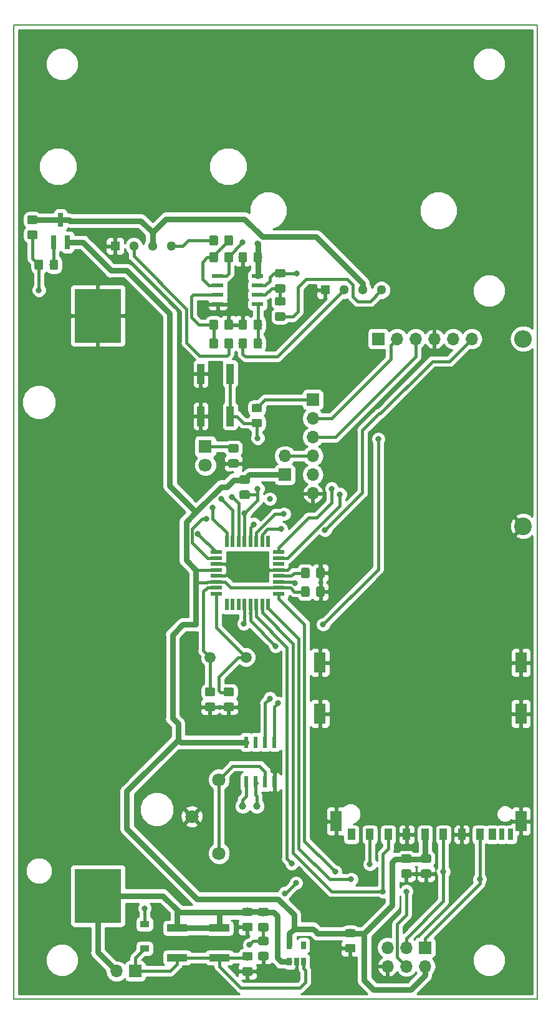
<source format=gbr>
%TF.GenerationSoftware,KiCad,Pcbnew,6.0.0-rc1-unknown-994a9c5~65~ubuntu18.04.1*%
%TF.CreationDate,2018-07-25T16:15:22+03:00*%
%TF.ProjectId,counter-pneumatic-v1-G368,636F756E7465722D706E65756D617469,rev?*%
%TF.SameCoordinates,Original*%
%TF.FileFunction,Copper,L1,Top,Signal*%
%TF.FilePolarity,Positive*%
%FSLAX46Y46*%
G04 Gerber Fmt 4.6, Leading zero omitted, Abs format (unit mm)*
G04 Created by KiCad (PCBNEW 6.0.0-rc1-unknown-994a9c5~65~ubuntu18.04.1) date Wed Jul 25 16:15:22 2018*
%MOMM*%
%LPD*%
G01*
G04 APERTURE LIST*
%ADD10C,0.150000*%
%ADD11R,1.000000X1.500000*%
%ADD12R,0.700000X1.500000*%
%ADD13R,1.500000X2.800000*%
%ADD14C,1.800000*%
%ADD15C,1.000000*%
%ADD16C,1.300000*%
%ADD17R,1.300000X1.300000*%
%ADD18R,6.350000X7.340000*%
%ADD19O,1.700000X1.700000*%
%ADD20R,1.700000X1.700000*%
%ADD21R,0.650000X1.060000*%
%ADD22R,1.550000X0.600000*%
%ADD23R,0.550000X1.600000*%
%ADD24R,1.600000X0.550000*%
%ADD25C,1.500000*%
%ADD26R,1.800000X1.800000*%
%ADD27R,2.750000X1.000000*%
%ADD28R,1.000000X2.750000*%
%ADD29R,0.600000X1.550000*%
%ADD30C,1.150000*%
%ADD31R,1.200000X0.900000*%
%ADD32R,0.800000X1.900000*%
%ADD33C,2.400000*%
%ADD34O,2.400000X2.400000*%
%ADD35C,0.800000*%
%ADD36C,0.800000*%
%ADD37C,0.400000*%
%ADD38C,0.254000*%
G04 APERTURE END LIST*
D10*
X185420000Y-22860000D02*
X185420000Y-154940000D01*
X256540000Y-22860000D02*
X185420000Y-22860000D01*
X256540000Y-154940000D02*
X256540000Y-22860000D01*
X185420000Y-154940000D02*
X256540000Y-154940000D01*
D11*
X233790000Y-132625000D03*
X236290000Y-132625000D03*
X238790000Y-132625000D03*
X241290000Y-132625000D03*
X243790000Y-132625000D03*
X246290000Y-132625000D03*
X248720000Y-132625000D03*
X250420000Y-132625000D03*
X231290000Y-132625000D03*
D12*
X251720000Y-132625000D03*
X252920000Y-132625000D03*
D13*
X229215000Y-130825000D03*
X227015000Y-109325000D03*
X254315000Y-109325000D03*
X254315000Y-130825000D03*
X254315000Y-116250000D03*
X227015000Y-116250000D03*
D14*
X213305000Y-125175000D03*
X209605000Y-130175000D03*
X213305000Y-135175000D03*
D15*
X218435000Y-128778000D03*
X216535000Y-128778000D03*
D16*
X206810000Y-52832000D03*
X204270000Y-52832000D03*
X201730000Y-52832000D03*
D17*
X199190000Y-52832000D03*
D16*
X235367000Y-58795000D03*
X232827000Y-58795000D03*
X230287000Y-58795000D03*
D17*
X227747000Y-58795000D03*
D18*
X196850000Y-62270000D03*
X196850000Y-140930000D03*
D19*
X226060000Y-86360000D03*
X226060000Y-83820000D03*
X226060000Y-81280000D03*
X226060000Y-78740000D03*
X226060000Y-76200000D03*
D20*
X226060000Y-73660000D03*
D21*
X222890000Y-147660000D03*
X224790000Y-147660000D03*
X224790000Y-149860000D03*
X223840000Y-149860000D03*
X222890000Y-149860000D03*
D22*
X218539000Y-56896000D03*
X218539000Y-58166000D03*
X218539000Y-59436000D03*
X218539000Y-60706000D03*
X213139000Y-60706000D03*
X213139000Y-59436000D03*
X213139000Y-58166000D03*
X213139000Y-56896000D03*
D23*
X214370000Y-92905000D03*
X215170000Y-92905000D03*
X215970000Y-92905000D03*
X216770000Y-92905000D03*
X217570000Y-92905000D03*
X218370000Y-92905000D03*
X219170000Y-92905000D03*
X219970000Y-92905000D03*
D24*
X221420000Y-94355000D03*
X221420000Y-95155000D03*
X221420000Y-95955000D03*
X221420000Y-96755000D03*
X221420000Y-97555000D03*
X221420000Y-98355000D03*
X221420000Y-99155000D03*
X221420000Y-99955000D03*
D23*
X219970000Y-101405000D03*
X219170000Y-101405000D03*
X218370000Y-101405000D03*
X217570000Y-101405000D03*
X216770000Y-101405000D03*
X215970000Y-101405000D03*
X215170000Y-101405000D03*
X214370000Y-101405000D03*
D24*
X212920000Y-99955000D03*
X212920000Y-99155000D03*
X212920000Y-98355000D03*
X212920000Y-97555000D03*
X212920000Y-96755000D03*
X212920000Y-95955000D03*
X212920000Y-95155000D03*
X212920000Y-94355000D03*
D25*
X216970000Y-108585000D03*
X212090000Y-108585000D03*
D19*
X199390000Y-151130000D03*
D20*
X201930000Y-151130000D03*
X241300000Y-147955000D03*
D19*
X241300000Y-150495000D03*
X238760000Y-147955000D03*
X238760000Y-150495000D03*
X236220000Y-147955000D03*
X236220000Y-150495000D03*
D26*
X211455000Y-80010000D03*
D14*
X211455000Y-82550000D03*
D27*
X213360000Y-149320000D03*
X207600000Y-149320000D03*
X207600000Y-145320000D03*
X213360000Y-145320000D03*
D28*
X214820000Y-75905000D03*
X214820000Y-70145000D03*
X210820000Y-70145000D03*
X210820000Y-75905000D03*
D29*
X217043000Y-125509000D03*
X218313000Y-125509000D03*
X219583000Y-125509000D03*
X220853000Y-125509000D03*
X220853000Y-120109000D03*
X219583000Y-120109000D03*
X218313000Y-120109000D03*
X217043000Y-120109000D03*
D10*
G36*
X217644505Y-144596204D02*
X217668773Y-144599804D01*
X217692572Y-144605765D01*
X217715671Y-144614030D01*
X217737850Y-144624520D01*
X217758893Y-144637132D01*
X217778599Y-144651747D01*
X217796777Y-144668223D01*
X217813253Y-144686401D01*
X217827868Y-144706107D01*
X217840480Y-144727150D01*
X217850970Y-144749329D01*
X217859235Y-144772428D01*
X217865196Y-144796227D01*
X217868796Y-144820495D01*
X217870000Y-144844999D01*
X217870000Y-145495001D01*
X217868796Y-145519505D01*
X217865196Y-145543773D01*
X217859235Y-145567572D01*
X217850970Y-145590671D01*
X217840480Y-145612850D01*
X217827868Y-145633893D01*
X217813253Y-145653599D01*
X217796777Y-145671777D01*
X217778599Y-145688253D01*
X217758893Y-145702868D01*
X217737850Y-145715480D01*
X217715671Y-145725970D01*
X217692572Y-145734235D01*
X217668773Y-145740196D01*
X217644505Y-145743796D01*
X217620001Y-145745000D01*
X216719999Y-145745000D01*
X216695495Y-145743796D01*
X216671227Y-145740196D01*
X216647428Y-145734235D01*
X216624329Y-145725970D01*
X216602150Y-145715480D01*
X216581107Y-145702868D01*
X216561401Y-145688253D01*
X216543223Y-145671777D01*
X216526747Y-145653599D01*
X216512132Y-145633893D01*
X216499520Y-145612850D01*
X216489030Y-145590671D01*
X216480765Y-145567572D01*
X216474804Y-145543773D01*
X216471204Y-145519505D01*
X216470000Y-145495001D01*
X216470000Y-144844999D01*
X216471204Y-144820495D01*
X216474804Y-144796227D01*
X216480765Y-144772428D01*
X216489030Y-144749329D01*
X216499520Y-144727150D01*
X216512132Y-144706107D01*
X216526747Y-144686401D01*
X216543223Y-144668223D01*
X216561401Y-144651747D01*
X216581107Y-144637132D01*
X216602150Y-144624520D01*
X216624329Y-144614030D01*
X216647428Y-144605765D01*
X216671227Y-144599804D01*
X216695495Y-144596204D01*
X216719999Y-144595000D01*
X217620001Y-144595000D01*
X217644505Y-144596204D01*
X217644505Y-144596204D01*
G37*
D30*
X217170000Y-145170000D03*
D10*
G36*
X217644505Y-142546204D02*
X217668773Y-142549804D01*
X217692572Y-142555765D01*
X217715671Y-142564030D01*
X217737850Y-142574520D01*
X217758893Y-142587132D01*
X217778599Y-142601747D01*
X217796777Y-142618223D01*
X217813253Y-142636401D01*
X217827868Y-142656107D01*
X217840480Y-142677150D01*
X217850970Y-142699329D01*
X217859235Y-142722428D01*
X217865196Y-142746227D01*
X217868796Y-142770495D01*
X217870000Y-142794999D01*
X217870000Y-143445001D01*
X217868796Y-143469505D01*
X217865196Y-143493773D01*
X217859235Y-143517572D01*
X217850970Y-143540671D01*
X217840480Y-143562850D01*
X217827868Y-143583893D01*
X217813253Y-143603599D01*
X217796777Y-143621777D01*
X217778599Y-143638253D01*
X217758893Y-143652868D01*
X217737850Y-143665480D01*
X217715671Y-143675970D01*
X217692572Y-143684235D01*
X217668773Y-143690196D01*
X217644505Y-143693796D01*
X217620001Y-143695000D01*
X216719999Y-143695000D01*
X216695495Y-143693796D01*
X216671227Y-143690196D01*
X216647428Y-143684235D01*
X216624329Y-143675970D01*
X216602150Y-143665480D01*
X216581107Y-143652868D01*
X216561401Y-143638253D01*
X216543223Y-143621777D01*
X216526747Y-143603599D01*
X216512132Y-143583893D01*
X216499520Y-143562850D01*
X216489030Y-143540671D01*
X216480765Y-143517572D01*
X216474804Y-143493773D01*
X216471204Y-143469505D01*
X216470000Y-143445001D01*
X216470000Y-142794999D01*
X216471204Y-142770495D01*
X216474804Y-142746227D01*
X216480765Y-142722428D01*
X216489030Y-142699329D01*
X216499520Y-142677150D01*
X216512132Y-142656107D01*
X216526747Y-142636401D01*
X216543223Y-142618223D01*
X216561401Y-142601747D01*
X216581107Y-142587132D01*
X216602150Y-142574520D01*
X216624329Y-142564030D01*
X216647428Y-142555765D01*
X216671227Y-142549804D01*
X216695495Y-142546204D01*
X216719999Y-142545000D01*
X217620001Y-142545000D01*
X217644505Y-142546204D01*
X217644505Y-142546204D01*
G37*
D30*
X217170000Y-143120000D03*
D10*
G36*
X231614505Y-145418704D02*
X231638773Y-145422304D01*
X231662572Y-145428265D01*
X231685671Y-145436530D01*
X231707850Y-145447020D01*
X231728893Y-145459632D01*
X231748599Y-145474247D01*
X231766777Y-145490723D01*
X231783253Y-145508901D01*
X231797868Y-145528607D01*
X231810480Y-145549650D01*
X231820970Y-145571829D01*
X231829235Y-145594928D01*
X231835196Y-145618727D01*
X231838796Y-145642995D01*
X231840000Y-145667499D01*
X231840000Y-146317501D01*
X231838796Y-146342005D01*
X231835196Y-146366273D01*
X231829235Y-146390072D01*
X231820970Y-146413171D01*
X231810480Y-146435350D01*
X231797868Y-146456393D01*
X231783253Y-146476099D01*
X231766777Y-146494277D01*
X231748599Y-146510753D01*
X231728893Y-146525368D01*
X231707850Y-146537980D01*
X231685671Y-146548470D01*
X231662572Y-146556735D01*
X231638773Y-146562696D01*
X231614505Y-146566296D01*
X231590001Y-146567500D01*
X230689999Y-146567500D01*
X230665495Y-146566296D01*
X230641227Y-146562696D01*
X230617428Y-146556735D01*
X230594329Y-146548470D01*
X230572150Y-146537980D01*
X230551107Y-146525368D01*
X230531401Y-146510753D01*
X230513223Y-146494277D01*
X230496747Y-146476099D01*
X230482132Y-146456393D01*
X230469520Y-146435350D01*
X230459030Y-146413171D01*
X230450765Y-146390072D01*
X230444804Y-146366273D01*
X230441204Y-146342005D01*
X230440000Y-146317501D01*
X230440000Y-145667499D01*
X230441204Y-145642995D01*
X230444804Y-145618727D01*
X230450765Y-145594928D01*
X230459030Y-145571829D01*
X230469520Y-145549650D01*
X230482132Y-145528607D01*
X230496747Y-145508901D01*
X230513223Y-145490723D01*
X230531401Y-145474247D01*
X230551107Y-145459632D01*
X230572150Y-145447020D01*
X230594329Y-145436530D01*
X230617428Y-145428265D01*
X230641227Y-145422304D01*
X230665495Y-145418704D01*
X230689999Y-145417500D01*
X231590001Y-145417500D01*
X231614505Y-145418704D01*
X231614505Y-145418704D01*
G37*
D30*
X231140000Y-145992500D03*
D10*
G36*
X231614505Y-147468704D02*
X231638773Y-147472304D01*
X231662572Y-147478265D01*
X231685671Y-147486530D01*
X231707850Y-147497020D01*
X231728893Y-147509632D01*
X231748599Y-147524247D01*
X231766777Y-147540723D01*
X231783253Y-147558901D01*
X231797868Y-147578607D01*
X231810480Y-147599650D01*
X231820970Y-147621829D01*
X231829235Y-147644928D01*
X231835196Y-147668727D01*
X231838796Y-147692995D01*
X231840000Y-147717499D01*
X231840000Y-148367501D01*
X231838796Y-148392005D01*
X231835196Y-148416273D01*
X231829235Y-148440072D01*
X231820970Y-148463171D01*
X231810480Y-148485350D01*
X231797868Y-148506393D01*
X231783253Y-148526099D01*
X231766777Y-148544277D01*
X231748599Y-148560753D01*
X231728893Y-148575368D01*
X231707850Y-148587980D01*
X231685671Y-148598470D01*
X231662572Y-148606735D01*
X231638773Y-148612696D01*
X231614505Y-148616296D01*
X231590001Y-148617500D01*
X230689999Y-148617500D01*
X230665495Y-148616296D01*
X230641227Y-148612696D01*
X230617428Y-148606735D01*
X230594329Y-148598470D01*
X230572150Y-148587980D01*
X230551107Y-148575368D01*
X230531401Y-148560753D01*
X230513223Y-148544277D01*
X230496747Y-148526099D01*
X230482132Y-148506393D01*
X230469520Y-148485350D01*
X230459030Y-148463171D01*
X230450765Y-148440072D01*
X230444804Y-148416273D01*
X230441204Y-148392005D01*
X230440000Y-148367501D01*
X230440000Y-147717499D01*
X230441204Y-147692995D01*
X230444804Y-147668727D01*
X230450765Y-147644928D01*
X230459030Y-147621829D01*
X230469520Y-147599650D01*
X230482132Y-147578607D01*
X230496747Y-147558901D01*
X230513223Y-147540723D01*
X230531401Y-147524247D01*
X230551107Y-147509632D01*
X230572150Y-147497020D01*
X230594329Y-147486530D01*
X230617428Y-147478265D01*
X230641227Y-147472304D01*
X230665495Y-147468704D01*
X230689999Y-147467500D01*
X231590001Y-147467500D01*
X231614505Y-147468704D01*
X231614505Y-147468704D01*
G37*
D30*
X231140000Y-148042500D03*
D10*
G36*
X239234505Y-135315380D02*
X239258773Y-135318980D01*
X239282572Y-135324941D01*
X239305671Y-135333206D01*
X239327850Y-135343696D01*
X239348893Y-135356308D01*
X239368599Y-135370923D01*
X239386777Y-135387399D01*
X239403253Y-135405577D01*
X239417868Y-135425283D01*
X239430480Y-135446326D01*
X239440970Y-135468505D01*
X239449235Y-135491604D01*
X239455196Y-135515403D01*
X239458796Y-135539671D01*
X239460000Y-135564175D01*
X239460000Y-136214177D01*
X239458796Y-136238681D01*
X239455196Y-136262949D01*
X239449235Y-136286748D01*
X239440970Y-136309847D01*
X239430480Y-136332026D01*
X239417868Y-136353069D01*
X239403253Y-136372775D01*
X239386777Y-136390953D01*
X239368599Y-136407429D01*
X239348893Y-136422044D01*
X239327850Y-136434656D01*
X239305671Y-136445146D01*
X239282572Y-136453411D01*
X239258773Y-136459372D01*
X239234505Y-136462972D01*
X239210001Y-136464176D01*
X238309999Y-136464176D01*
X238285495Y-136462972D01*
X238261227Y-136459372D01*
X238237428Y-136453411D01*
X238214329Y-136445146D01*
X238192150Y-136434656D01*
X238171107Y-136422044D01*
X238151401Y-136407429D01*
X238133223Y-136390953D01*
X238116747Y-136372775D01*
X238102132Y-136353069D01*
X238089520Y-136332026D01*
X238079030Y-136309847D01*
X238070765Y-136286748D01*
X238064804Y-136262949D01*
X238061204Y-136238681D01*
X238060000Y-136214177D01*
X238060000Y-135564175D01*
X238061204Y-135539671D01*
X238064804Y-135515403D01*
X238070765Y-135491604D01*
X238079030Y-135468505D01*
X238089520Y-135446326D01*
X238102132Y-135425283D01*
X238116747Y-135405577D01*
X238133223Y-135387399D01*
X238151401Y-135370923D01*
X238171107Y-135356308D01*
X238192150Y-135343696D01*
X238214329Y-135333206D01*
X238237428Y-135324941D01*
X238261227Y-135318980D01*
X238285495Y-135315380D01*
X238309999Y-135314176D01*
X239210001Y-135314176D01*
X239234505Y-135315380D01*
X239234505Y-135315380D01*
G37*
D30*
X238760000Y-135889176D03*
D10*
G36*
X239234505Y-137365380D02*
X239258773Y-137368980D01*
X239282572Y-137374941D01*
X239305671Y-137383206D01*
X239327850Y-137393696D01*
X239348893Y-137406308D01*
X239368599Y-137420923D01*
X239386777Y-137437399D01*
X239403253Y-137455577D01*
X239417868Y-137475283D01*
X239430480Y-137496326D01*
X239440970Y-137518505D01*
X239449235Y-137541604D01*
X239455196Y-137565403D01*
X239458796Y-137589671D01*
X239460000Y-137614175D01*
X239460000Y-138264177D01*
X239458796Y-138288681D01*
X239455196Y-138312949D01*
X239449235Y-138336748D01*
X239440970Y-138359847D01*
X239430480Y-138382026D01*
X239417868Y-138403069D01*
X239403253Y-138422775D01*
X239386777Y-138440953D01*
X239368599Y-138457429D01*
X239348893Y-138472044D01*
X239327850Y-138484656D01*
X239305671Y-138495146D01*
X239282572Y-138503411D01*
X239258773Y-138509372D01*
X239234505Y-138512972D01*
X239210001Y-138514176D01*
X238309999Y-138514176D01*
X238285495Y-138512972D01*
X238261227Y-138509372D01*
X238237428Y-138503411D01*
X238214329Y-138495146D01*
X238192150Y-138484656D01*
X238171107Y-138472044D01*
X238151401Y-138457429D01*
X238133223Y-138440953D01*
X238116747Y-138422775D01*
X238102132Y-138403069D01*
X238089520Y-138382026D01*
X238079030Y-138359847D01*
X238070765Y-138336748D01*
X238064804Y-138312949D01*
X238061204Y-138288681D01*
X238060000Y-138264177D01*
X238060000Y-137614175D01*
X238061204Y-137589671D01*
X238064804Y-137565403D01*
X238070765Y-137541604D01*
X238079030Y-137518505D01*
X238089520Y-137496326D01*
X238102132Y-137475283D01*
X238116747Y-137455577D01*
X238133223Y-137437399D01*
X238151401Y-137420923D01*
X238171107Y-137406308D01*
X238192150Y-137393696D01*
X238214329Y-137383206D01*
X238237428Y-137374941D01*
X238261227Y-137368980D01*
X238285495Y-137365380D01*
X238309999Y-137364176D01*
X239210001Y-137364176D01*
X239234505Y-137365380D01*
X239234505Y-137365380D01*
G37*
D30*
X238760000Y-137939176D03*
D10*
G36*
X227434505Y-98996204D02*
X227458773Y-98999804D01*
X227482572Y-99005765D01*
X227505671Y-99014030D01*
X227527850Y-99024520D01*
X227548893Y-99037132D01*
X227568599Y-99051747D01*
X227586777Y-99068223D01*
X227603253Y-99086401D01*
X227617868Y-99106107D01*
X227630480Y-99127150D01*
X227640970Y-99149329D01*
X227649235Y-99172428D01*
X227655196Y-99196227D01*
X227658796Y-99220495D01*
X227660000Y-99244999D01*
X227660000Y-100145001D01*
X227658796Y-100169505D01*
X227655196Y-100193773D01*
X227649235Y-100217572D01*
X227640970Y-100240671D01*
X227630480Y-100262850D01*
X227617868Y-100283893D01*
X227603253Y-100303599D01*
X227586777Y-100321777D01*
X227568599Y-100338253D01*
X227548893Y-100352868D01*
X227527850Y-100365480D01*
X227505671Y-100375970D01*
X227482572Y-100384235D01*
X227458773Y-100390196D01*
X227434505Y-100393796D01*
X227410001Y-100395000D01*
X226759999Y-100395000D01*
X226735495Y-100393796D01*
X226711227Y-100390196D01*
X226687428Y-100384235D01*
X226664329Y-100375970D01*
X226642150Y-100365480D01*
X226621107Y-100352868D01*
X226601401Y-100338253D01*
X226583223Y-100321777D01*
X226566747Y-100303599D01*
X226552132Y-100283893D01*
X226539520Y-100262850D01*
X226529030Y-100240671D01*
X226520765Y-100217572D01*
X226514804Y-100193773D01*
X226511204Y-100169505D01*
X226510000Y-100145001D01*
X226510000Y-99244999D01*
X226511204Y-99220495D01*
X226514804Y-99196227D01*
X226520765Y-99172428D01*
X226529030Y-99149329D01*
X226539520Y-99127150D01*
X226552132Y-99106107D01*
X226566747Y-99086401D01*
X226583223Y-99068223D01*
X226601401Y-99051747D01*
X226621107Y-99037132D01*
X226642150Y-99024520D01*
X226664329Y-99014030D01*
X226687428Y-99005765D01*
X226711227Y-98999804D01*
X226735495Y-98996204D01*
X226759999Y-98995000D01*
X227410001Y-98995000D01*
X227434505Y-98996204D01*
X227434505Y-98996204D01*
G37*
D30*
X227085000Y-99695000D03*
D10*
G36*
X225384505Y-98996204D02*
X225408773Y-98999804D01*
X225432572Y-99005765D01*
X225455671Y-99014030D01*
X225477850Y-99024520D01*
X225498893Y-99037132D01*
X225518599Y-99051747D01*
X225536777Y-99068223D01*
X225553253Y-99086401D01*
X225567868Y-99106107D01*
X225580480Y-99127150D01*
X225590970Y-99149329D01*
X225599235Y-99172428D01*
X225605196Y-99196227D01*
X225608796Y-99220495D01*
X225610000Y-99244999D01*
X225610000Y-100145001D01*
X225608796Y-100169505D01*
X225605196Y-100193773D01*
X225599235Y-100217572D01*
X225590970Y-100240671D01*
X225580480Y-100262850D01*
X225567868Y-100283893D01*
X225553253Y-100303599D01*
X225536777Y-100321777D01*
X225518599Y-100338253D01*
X225498893Y-100352868D01*
X225477850Y-100365480D01*
X225455671Y-100375970D01*
X225432572Y-100384235D01*
X225408773Y-100390196D01*
X225384505Y-100393796D01*
X225360001Y-100395000D01*
X224709999Y-100395000D01*
X224685495Y-100393796D01*
X224661227Y-100390196D01*
X224637428Y-100384235D01*
X224614329Y-100375970D01*
X224592150Y-100365480D01*
X224571107Y-100352868D01*
X224551401Y-100338253D01*
X224533223Y-100321777D01*
X224516747Y-100303599D01*
X224502132Y-100283893D01*
X224489520Y-100262850D01*
X224479030Y-100240671D01*
X224470765Y-100217572D01*
X224464804Y-100193773D01*
X224461204Y-100169505D01*
X224460000Y-100145001D01*
X224460000Y-99244999D01*
X224461204Y-99220495D01*
X224464804Y-99196227D01*
X224470765Y-99172428D01*
X224479030Y-99149329D01*
X224489520Y-99127150D01*
X224502132Y-99106107D01*
X224516747Y-99086401D01*
X224533223Y-99068223D01*
X224551401Y-99051747D01*
X224571107Y-99037132D01*
X224592150Y-99024520D01*
X224614329Y-99014030D01*
X224637428Y-99005765D01*
X224661227Y-98999804D01*
X224685495Y-98996204D01*
X224709999Y-98995000D01*
X225360001Y-98995000D01*
X225384505Y-98996204D01*
X225384505Y-98996204D01*
G37*
D30*
X225035000Y-99695000D03*
D10*
G36*
X241906407Y-135315380D02*
X241930675Y-135318980D01*
X241954474Y-135324941D01*
X241977573Y-135333206D01*
X241999752Y-135343696D01*
X242020795Y-135356308D01*
X242040501Y-135370923D01*
X242058679Y-135387399D01*
X242075155Y-135405577D01*
X242089770Y-135425283D01*
X242102382Y-135446326D01*
X242112872Y-135468505D01*
X242121137Y-135491604D01*
X242127098Y-135515403D01*
X242130698Y-135539671D01*
X242131902Y-135564175D01*
X242131902Y-136214177D01*
X242130698Y-136238681D01*
X242127098Y-136262949D01*
X242121137Y-136286748D01*
X242112872Y-136309847D01*
X242102382Y-136332026D01*
X242089770Y-136353069D01*
X242075155Y-136372775D01*
X242058679Y-136390953D01*
X242040501Y-136407429D01*
X242020795Y-136422044D01*
X241999752Y-136434656D01*
X241977573Y-136445146D01*
X241954474Y-136453411D01*
X241930675Y-136459372D01*
X241906407Y-136462972D01*
X241881903Y-136464176D01*
X240981901Y-136464176D01*
X240957397Y-136462972D01*
X240933129Y-136459372D01*
X240909330Y-136453411D01*
X240886231Y-136445146D01*
X240864052Y-136434656D01*
X240843009Y-136422044D01*
X240823303Y-136407429D01*
X240805125Y-136390953D01*
X240788649Y-136372775D01*
X240774034Y-136353069D01*
X240761422Y-136332026D01*
X240750932Y-136309847D01*
X240742667Y-136286748D01*
X240736706Y-136262949D01*
X240733106Y-136238681D01*
X240731902Y-136214177D01*
X240731902Y-135564175D01*
X240733106Y-135539671D01*
X240736706Y-135515403D01*
X240742667Y-135491604D01*
X240750932Y-135468505D01*
X240761422Y-135446326D01*
X240774034Y-135425283D01*
X240788649Y-135405577D01*
X240805125Y-135387399D01*
X240823303Y-135370923D01*
X240843009Y-135356308D01*
X240864052Y-135343696D01*
X240886231Y-135333206D01*
X240909330Y-135324941D01*
X240933129Y-135318980D01*
X240957397Y-135315380D01*
X240981901Y-135314176D01*
X241881903Y-135314176D01*
X241906407Y-135315380D01*
X241906407Y-135315380D01*
G37*
D30*
X241431902Y-135889176D03*
D10*
G36*
X241906407Y-137365380D02*
X241930675Y-137368980D01*
X241954474Y-137374941D01*
X241977573Y-137383206D01*
X241999752Y-137393696D01*
X242020795Y-137406308D01*
X242040501Y-137420923D01*
X242058679Y-137437399D01*
X242075155Y-137455577D01*
X242089770Y-137475283D01*
X242102382Y-137496326D01*
X242112872Y-137518505D01*
X242121137Y-137541604D01*
X242127098Y-137565403D01*
X242130698Y-137589671D01*
X242131902Y-137614175D01*
X242131902Y-138264177D01*
X242130698Y-138288681D01*
X242127098Y-138312949D01*
X242121137Y-138336748D01*
X242112872Y-138359847D01*
X242102382Y-138382026D01*
X242089770Y-138403069D01*
X242075155Y-138422775D01*
X242058679Y-138440953D01*
X242040501Y-138457429D01*
X242020795Y-138472044D01*
X241999752Y-138484656D01*
X241977573Y-138495146D01*
X241954474Y-138503411D01*
X241930675Y-138509372D01*
X241906407Y-138512972D01*
X241881903Y-138514176D01*
X240981901Y-138514176D01*
X240957397Y-138512972D01*
X240933129Y-138509372D01*
X240909330Y-138503411D01*
X240886231Y-138495146D01*
X240864052Y-138484656D01*
X240843009Y-138472044D01*
X240823303Y-138457429D01*
X240805125Y-138440953D01*
X240788649Y-138422775D01*
X240774034Y-138403069D01*
X240761422Y-138382026D01*
X240750932Y-138359847D01*
X240742667Y-138336748D01*
X240736706Y-138312949D01*
X240733106Y-138288681D01*
X240731902Y-138264177D01*
X240731902Y-137614175D01*
X240733106Y-137589671D01*
X240736706Y-137565403D01*
X240742667Y-137541604D01*
X240750932Y-137518505D01*
X240761422Y-137496326D01*
X240774034Y-137475283D01*
X240788649Y-137455577D01*
X240805125Y-137437399D01*
X240823303Y-137420923D01*
X240843009Y-137406308D01*
X240864052Y-137393696D01*
X240886231Y-137383206D01*
X240909330Y-137374941D01*
X240933129Y-137368980D01*
X240957397Y-137365380D01*
X240981901Y-137364176D01*
X241881903Y-137364176D01*
X241906407Y-137365380D01*
X241906407Y-137365380D01*
G37*
D30*
X241431902Y-137939176D03*
D10*
G36*
X227434505Y-96456204D02*
X227458773Y-96459804D01*
X227482572Y-96465765D01*
X227505671Y-96474030D01*
X227527850Y-96484520D01*
X227548893Y-96497132D01*
X227568599Y-96511747D01*
X227586777Y-96528223D01*
X227603253Y-96546401D01*
X227617868Y-96566107D01*
X227630480Y-96587150D01*
X227640970Y-96609329D01*
X227649235Y-96632428D01*
X227655196Y-96656227D01*
X227658796Y-96680495D01*
X227660000Y-96704999D01*
X227660000Y-97605001D01*
X227658796Y-97629505D01*
X227655196Y-97653773D01*
X227649235Y-97677572D01*
X227640970Y-97700671D01*
X227630480Y-97722850D01*
X227617868Y-97743893D01*
X227603253Y-97763599D01*
X227586777Y-97781777D01*
X227568599Y-97798253D01*
X227548893Y-97812868D01*
X227527850Y-97825480D01*
X227505671Y-97835970D01*
X227482572Y-97844235D01*
X227458773Y-97850196D01*
X227434505Y-97853796D01*
X227410001Y-97855000D01*
X226759999Y-97855000D01*
X226735495Y-97853796D01*
X226711227Y-97850196D01*
X226687428Y-97844235D01*
X226664329Y-97835970D01*
X226642150Y-97825480D01*
X226621107Y-97812868D01*
X226601401Y-97798253D01*
X226583223Y-97781777D01*
X226566747Y-97763599D01*
X226552132Y-97743893D01*
X226539520Y-97722850D01*
X226529030Y-97700671D01*
X226520765Y-97677572D01*
X226514804Y-97653773D01*
X226511204Y-97629505D01*
X226510000Y-97605001D01*
X226510000Y-96704999D01*
X226511204Y-96680495D01*
X226514804Y-96656227D01*
X226520765Y-96632428D01*
X226529030Y-96609329D01*
X226539520Y-96587150D01*
X226552132Y-96566107D01*
X226566747Y-96546401D01*
X226583223Y-96528223D01*
X226601401Y-96511747D01*
X226621107Y-96497132D01*
X226642150Y-96484520D01*
X226664329Y-96474030D01*
X226687428Y-96465765D01*
X226711227Y-96459804D01*
X226735495Y-96456204D01*
X226759999Y-96455000D01*
X227410001Y-96455000D01*
X227434505Y-96456204D01*
X227434505Y-96456204D01*
G37*
D30*
X227085000Y-97155000D03*
D10*
G36*
X225384505Y-96456204D02*
X225408773Y-96459804D01*
X225432572Y-96465765D01*
X225455671Y-96474030D01*
X225477850Y-96484520D01*
X225498893Y-96497132D01*
X225518599Y-96511747D01*
X225536777Y-96528223D01*
X225553253Y-96546401D01*
X225567868Y-96566107D01*
X225580480Y-96587150D01*
X225590970Y-96609329D01*
X225599235Y-96632428D01*
X225605196Y-96656227D01*
X225608796Y-96680495D01*
X225610000Y-96704999D01*
X225610000Y-97605001D01*
X225608796Y-97629505D01*
X225605196Y-97653773D01*
X225599235Y-97677572D01*
X225590970Y-97700671D01*
X225580480Y-97722850D01*
X225567868Y-97743893D01*
X225553253Y-97763599D01*
X225536777Y-97781777D01*
X225518599Y-97798253D01*
X225498893Y-97812868D01*
X225477850Y-97825480D01*
X225455671Y-97835970D01*
X225432572Y-97844235D01*
X225408773Y-97850196D01*
X225384505Y-97853796D01*
X225360001Y-97855000D01*
X224709999Y-97855000D01*
X224685495Y-97853796D01*
X224661227Y-97850196D01*
X224637428Y-97844235D01*
X224614329Y-97835970D01*
X224592150Y-97825480D01*
X224571107Y-97812868D01*
X224551401Y-97798253D01*
X224533223Y-97781777D01*
X224516747Y-97763599D01*
X224502132Y-97743893D01*
X224489520Y-97722850D01*
X224479030Y-97700671D01*
X224470765Y-97677572D01*
X224464804Y-97653773D01*
X224461204Y-97629505D01*
X224460000Y-97605001D01*
X224460000Y-96704999D01*
X224461204Y-96680495D01*
X224464804Y-96656227D01*
X224470765Y-96632428D01*
X224479030Y-96609329D01*
X224489520Y-96587150D01*
X224502132Y-96566107D01*
X224516747Y-96546401D01*
X224533223Y-96528223D01*
X224551401Y-96511747D01*
X224571107Y-96497132D01*
X224592150Y-96484520D01*
X224614329Y-96474030D01*
X224637428Y-96465765D01*
X224661227Y-96459804D01*
X224685495Y-96456204D01*
X224709999Y-96455000D01*
X225360001Y-96455000D01*
X225384505Y-96456204D01*
X225384505Y-96456204D01*
G37*
D30*
X225035000Y-97155000D03*
D10*
G36*
X218914505Y-74211204D02*
X218938773Y-74214804D01*
X218962572Y-74220765D01*
X218985671Y-74229030D01*
X219007850Y-74239520D01*
X219028893Y-74252132D01*
X219048599Y-74266747D01*
X219066777Y-74283223D01*
X219083253Y-74301401D01*
X219097868Y-74321107D01*
X219110480Y-74342150D01*
X219120970Y-74364329D01*
X219129235Y-74387428D01*
X219135196Y-74411227D01*
X219138796Y-74435495D01*
X219140000Y-74459999D01*
X219140000Y-75110001D01*
X219138796Y-75134505D01*
X219135196Y-75158773D01*
X219129235Y-75182572D01*
X219120970Y-75205671D01*
X219110480Y-75227850D01*
X219097868Y-75248893D01*
X219083253Y-75268599D01*
X219066777Y-75286777D01*
X219048599Y-75303253D01*
X219028893Y-75317868D01*
X219007850Y-75330480D01*
X218985671Y-75340970D01*
X218962572Y-75349235D01*
X218938773Y-75355196D01*
X218914505Y-75358796D01*
X218890001Y-75360000D01*
X217989999Y-75360000D01*
X217965495Y-75358796D01*
X217941227Y-75355196D01*
X217917428Y-75349235D01*
X217894329Y-75340970D01*
X217872150Y-75330480D01*
X217851107Y-75317868D01*
X217831401Y-75303253D01*
X217813223Y-75286777D01*
X217796747Y-75268599D01*
X217782132Y-75248893D01*
X217769520Y-75227850D01*
X217759030Y-75205671D01*
X217750765Y-75182572D01*
X217744804Y-75158773D01*
X217741204Y-75134505D01*
X217740000Y-75110001D01*
X217740000Y-74459999D01*
X217741204Y-74435495D01*
X217744804Y-74411227D01*
X217750765Y-74387428D01*
X217759030Y-74364329D01*
X217769520Y-74342150D01*
X217782132Y-74321107D01*
X217796747Y-74301401D01*
X217813223Y-74283223D01*
X217831401Y-74266747D01*
X217851107Y-74252132D01*
X217872150Y-74239520D01*
X217894329Y-74229030D01*
X217917428Y-74220765D01*
X217941227Y-74214804D01*
X217965495Y-74211204D01*
X217989999Y-74210000D01*
X218890001Y-74210000D01*
X218914505Y-74211204D01*
X218914505Y-74211204D01*
G37*
D30*
X218440000Y-74785000D03*
D10*
G36*
X218914505Y-76261204D02*
X218938773Y-76264804D01*
X218962572Y-76270765D01*
X218985671Y-76279030D01*
X219007850Y-76289520D01*
X219028893Y-76302132D01*
X219048599Y-76316747D01*
X219066777Y-76333223D01*
X219083253Y-76351401D01*
X219097868Y-76371107D01*
X219110480Y-76392150D01*
X219120970Y-76414329D01*
X219129235Y-76437428D01*
X219135196Y-76461227D01*
X219138796Y-76485495D01*
X219140000Y-76509999D01*
X219140000Y-77160001D01*
X219138796Y-77184505D01*
X219135196Y-77208773D01*
X219129235Y-77232572D01*
X219120970Y-77255671D01*
X219110480Y-77277850D01*
X219097868Y-77298893D01*
X219083253Y-77318599D01*
X219066777Y-77336777D01*
X219048599Y-77353253D01*
X219028893Y-77367868D01*
X219007850Y-77380480D01*
X218985671Y-77390970D01*
X218962572Y-77399235D01*
X218938773Y-77405196D01*
X218914505Y-77408796D01*
X218890001Y-77410000D01*
X217989999Y-77410000D01*
X217965495Y-77408796D01*
X217941227Y-77405196D01*
X217917428Y-77399235D01*
X217894329Y-77390970D01*
X217872150Y-77380480D01*
X217851107Y-77367868D01*
X217831401Y-77353253D01*
X217813223Y-77336777D01*
X217796747Y-77318599D01*
X217782132Y-77298893D01*
X217769520Y-77277850D01*
X217759030Y-77255671D01*
X217750765Y-77232572D01*
X217744804Y-77208773D01*
X217741204Y-77184505D01*
X217740000Y-77160001D01*
X217740000Y-76509999D01*
X217741204Y-76485495D01*
X217744804Y-76461227D01*
X217750765Y-76437428D01*
X217759030Y-76414329D01*
X217769520Y-76392150D01*
X217782132Y-76371107D01*
X217796747Y-76351401D01*
X217813223Y-76333223D01*
X217831401Y-76316747D01*
X217851107Y-76302132D01*
X217872150Y-76289520D01*
X217894329Y-76279030D01*
X217917428Y-76270765D01*
X217941227Y-76264804D01*
X217965495Y-76261204D01*
X217989999Y-76260000D01*
X218890001Y-76260000D01*
X218914505Y-76261204D01*
X218914505Y-76261204D01*
G37*
D30*
X218440000Y-76835000D03*
D10*
G36*
X212564505Y-114751204D02*
X212588773Y-114754804D01*
X212612572Y-114760765D01*
X212635671Y-114769030D01*
X212657850Y-114779520D01*
X212678893Y-114792132D01*
X212698599Y-114806747D01*
X212716777Y-114823223D01*
X212733253Y-114841401D01*
X212747868Y-114861107D01*
X212760480Y-114882150D01*
X212770970Y-114904329D01*
X212779235Y-114927428D01*
X212785196Y-114951227D01*
X212788796Y-114975495D01*
X212790000Y-114999999D01*
X212790000Y-115650001D01*
X212788796Y-115674505D01*
X212785196Y-115698773D01*
X212779235Y-115722572D01*
X212770970Y-115745671D01*
X212760480Y-115767850D01*
X212747868Y-115788893D01*
X212733253Y-115808599D01*
X212716777Y-115826777D01*
X212698599Y-115843253D01*
X212678893Y-115857868D01*
X212657850Y-115870480D01*
X212635671Y-115880970D01*
X212612572Y-115889235D01*
X212588773Y-115895196D01*
X212564505Y-115898796D01*
X212540001Y-115900000D01*
X211639999Y-115900000D01*
X211615495Y-115898796D01*
X211591227Y-115895196D01*
X211567428Y-115889235D01*
X211544329Y-115880970D01*
X211522150Y-115870480D01*
X211501107Y-115857868D01*
X211481401Y-115843253D01*
X211463223Y-115826777D01*
X211446747Y-115808599D01*
X211432132Y-115788893D01*
X211419520Y-115767850D01*
X211409030Y-115745671D01*
X211400765Y-115722572D01*
X211394804Y-115698773D01*
X211391204Y-115674505D01*
X211390000Y-115650001D01*
X211390000Y-114999999D01*
X211391204Y-114975495D01*
X211394804Y-114951227D01*
X211400765Y-114927428D01*
X211409030Y-114904329D01*
X211419520Y-114882150D01*
X211432132Y-114861107D01*
X211446747Y-114841401D01*
X211463223Y-114823223D01*
X211481401Y-114806747D01*
X211501107Y-114792132D01*
X211522150Y-114779520D01*
X211544329Y-114769030D01*
X211567428Y-114760765D01*
X211591227Y-114754804D01*
X211615495Y-114751204D01*
X211639999Y-114750000D01*
X212540001Y-114750000D01*
X212564505Y-114751204D01*
X212564505Y-114751204D01*
G37*
D30*
X212090000Y-115325000D03*
D10*
G36*
X212564505Y-112701204D02*
X212588773Y-112704804D01*
X212612572Y-112710765D01*
X212635671Y-112719030D01*
X212657850Y-112729520D01*
X212678893Y-112742132D01*
X212698599Y-112756747D01*
X212716777Y-112773223D01*
X212733253Y-112791401D01*
X212747868Y-112811107D01*
X212760480Y-112832150D01*
X212770970Y-112854329D01*
X212779235Y-112877428D01*
X212785196Y-112901227D01*
X212788796Y-112925495D01*
X212790000Y-112949999D01*
X212790000Y-113600001D01*
X212788796Y-113624505D01*
X212785196Y-113648773D01*
X212779235Y-113672572D01*
X212770970Y-113695671D01*
X212760480Y-113717850D01*
X212747868Y-113738893D01*
X212733253Y-113758599D01*
X212716777Y-113776777D01*
X212698599Y-113793253D01*
X212678893Y-113807868D01*
X212657850Y-113820480D01*
X212635671Y-113830970D01*
X212612572Y-113839235D01*
X212588773Y-113845196D01*
X212564505Y-113848796D01*
X212540001Y-113850000D01*
X211639999Y-113850000D01*
X211615495Y-113848796D01*
X211591227Y-113845196D01*
X211567428Y-113839235D01*
X211544329Y-113830970D01*
X211522150Y-113820480D01*
X211501107Y-113807868D01*
X211481401Y-113793253D01*
X211463223Y-113776777D01*
X211446747Y-113758599D01*
X211432132Y-113738893D01*
X211419520Y-113717850D01*
X211409030Y-113695671D01*
X211400765Y-113672572D01*
X211394804Y-113648773D01*
X211391204Y-113624505D01*
X211390000Y-113600001D01*
X211390000Y-112949999D01*
X211391204Y-112925495D01*
X211394804Y-112901227D01*
X211400765Y-112877428D01*
X211409030Y-112854329D01*
X211419520Y-112832150D01*
X211432132Y-112811107D01*
X211446747Y-112791401D01*
X211463223Y-112773223D01*
X211481401Y-112756747D01*
X211501107Y-112742132D01*
X211522150Y-112729520D01*
X211544329Y-112719030D01*
X211567428Y-112710765D01*
X211591227Y-112704804D01*
X211615495Y-112701204D01*
X211639999Y-112700000D01*
X212540001Y-112700000D01*
X212564505Y-112701204D01*
X212564505Y-112701204D01*
G37*
D30*
X212090000Y-113275000D03*
D10*
G36*
X215104505Y-112701204D02*
X215128773Y-112704804D01*
X215152572Y-112710765D01*
X215175671Y-112719030D01*
X215197850Y-112729520D01*
X215218893Y-112742132D01*
X215238599Y-112756747D01*
X215256777Y-112773223D01*
X215273253Y-112791401D01*
X215287868Y-112811107D01*
X215300480Y-112832150D01*
X215310970Y-112854329D01*
X215319235Y-112877428D01*
X215325196Y-112901227D01*
X215328796Y-112925495D01*
X215330000Y-112949999D01*
X215330000Y-113600001D01*
X215328796Y-113624505D01*
X215325196Y-113648773D01*
X215319235Y-113672572D01*
X215310970Y-113695671D01*
X215300480Y-113717850D01*
X215287868Y-113738893D01*
X215273253Y-113758599D01*
X215256777Y-113776777D01*
X215238599Y-113793253D01*
X215218893Y-113807868D01*
X215197850Y-113820480D01*
X215175671Y-113830970D01*
X215152572Y-113839235D01*
X215128773Y-113845196D01*
X215104505Y-113848796D01*
X215080001Y-113850000D01*
X214179999Y-113850000D01*
X214155495Y-113848796D01*
X214131227Y-113845196D01*
X214107428Y-113839235D01*
X214084329Y-113830970D01*
X214062150Y-113820480D01*
X214041107Y-113807868D01*
X214021401Y-113793253D01*
X214003223Y-113776777D01*
X213986747Y-113758599D01*
X213972132Y-113738893D01*
X213959520Y-113717850D01*
X213949030Y-113695671D01*
X213940765Y-113672572D01*
X213934804Y-113648773D01*
X213931204Y-113624505D01*
X213930000Y-113600001D01*
X213930000Y-112949999D01*
X213931204Y-112925495D01*
X213934804Y-112901227D01*
X213940765Y-112877428D01*
X213949030Y-112854329D01*
X213959520Y-112832150D01*
X213972132Y-112811107D01*
X213986747Y-112791401D01*
X214003223Y-112773223D01*
X214021401Y-112756747D01*
X214041107Y-112742132D01*
X214062150Y-112729520D01*
X214084329Y-112719030D01*
X214107428Y-112710765D01*
X214131227Y-112704804D01*
X214155495Y-112701204D01*
X214179999Y-112700000D01*
X215080001Y-112700000D01*
X215104505Y-112701204D01*
X215104505Y-112701204D01*
G37*
D30*
X214630000Y-113275000D03*
D10*
G36*
X215104505Y-114751204D02*
X215128773Y-114754804D01*
X215152572Y-114760765D01*
X215175671Y-114769030D01*
X215197850Y-114779520D01*
X215218893Y-114792132D01*
X215238599Y-114806747D01*
X215256777Y-114823223D01*
X215273253Y-114841401D01*
X215287868Y-114861107D01*
X215300480Y-114882150D01*
X215310970Y-114904329D01*
X215319235Y-114927428D01*
X215325196Y-114951227D01*
X215328796Y-114975495D01*
X215330000Y-114999999D01*
X215330000Y-115650001D01*
X215328796Y-115674505D01*
X215325196Y-115698773D01*
X215319235Y-115722572D01*
X215310970Y-115745671D01*
X215300480Y-115767850D01*
X215287868Y-115788893D01*
X215273253Y-115808599D01*
X215256777Y-115826777D01*
X215238599Y-115843253D01*
X215218893Y-115857868D01*
X215197850Y-115870480D01*
X215175671Y-115880970D01*
X215152572Y-115889235D01*
X215128773Y-115895196D01*
X215104505Y-115898796D01*
X215080001Y-115900000D01*
X214179999Y-115900000D01*
X214155495Y-115898796D01*
X214131227Y-115895196D01*
X214107428Y-115889235D01*
X214084329Y-115880970D01*
X214062150Y-115870480D01*
X214041107Y-115857868D01*
X214021401Y-115843253D01*
X214003223Y-115826777D01*
X213986747Y-115808599D01*
X213972132Y-115788893D01*
X213959520Y-115767850D01*
X213949030Y-115745671D01*
X213940765Y-115722572D01*
X213934804Y-115698773D01*
X213931204Y-115674505D01*
X213930000Y-115650001D01*
X213930000Y-114999999D01*
X213931204Y-114975495D01*
X213934804Y-114951227D01*
X213940765Y-114927428D01*
X213949030Y-114904329D01*
X213959520Y-114882150D01*
X213972132Y-114861107D01*
X213986747Y-114841401D01*
X214003223Y-114823223D01*
X214021401Y-114806747D01*
X214041107Y-114792132D01*
X214062150Y-114779520D01*
X214084329Y-114769030D01*
X214107428Y-114760765D01*
X214131227Y-114754804D01*
X214155495Y-114751204D01*
X214179999Y-114750000D01*
X215080001Y-114750000D01*
X215104505Y-114751204D01*
X215104505Y-114751204D01*
G37*
D30*
X214630000Y-115325000D03*
D10*
G36*
X218934505Y-53657204D02*
X218958773Y-53660804D01*
X218982572Y-53666765D01*
X219005671Y-53675030D01*
X219027850Y-53685520D01*
X219048893Y-53698132D01*
X219068599Y-53712747D01*
X219086777Y-53729223D01*
X219103253Y-53747401D01*
X219117868Y-53767107D01*
X219130480Y-53788150D01*
X219140970Y-53810329D01*
X219149235Y-53833428D01*
X219155196Y-53857227D01*
X219158796Y-53881495D01*
X219160000Y-53905999D01*
X219160000Y-54806001D01*
X219158796Y-54830505D01*
X219155196Y-54854773D01*
X219149235Y-54878572D01*
X219140970Y-54901671D01*
X219130480Y-54923850D01*
X219117868Y-54944893D01*
X219103253Y-54964599D01*
X219086777Y-54982777D01*
X219068599Y-54999253D01*
X219048893Y-55013868D01*
X219027850Y-55026480D01*
X219005671Y-55036970D01*
X218982572Y-55045235D01*
X218958773Y-55051196D01*
X218934505Y-55054796D01*
X218910001Y-55056000D01*
X218259999Y-55056000D01*
X218235495Y-55054796D01*
X218211227Y-55051196D01*
X218187428Y-55045235D01*
X218164329Y-55036970D01*
X218142150Y-55026480D01*
X218121107Y-55013868D01*
X218101401Y-54999253D01*
X218083223Y-54982777D01*
X218066747Y-54964599D01*
X218052132Y-54944893D01*
X218039520Y-54923850D01*
X218029030Y-54901671D01*
X218020765Y-54878572D01*
X218014804Y-54854773D01*
X218011204Y-54830505D01*
X218010000Y-54806001D01*
X218010000Y-53905999D01*
X218011204Y-53881495D01*
X218014804Y-53857227D01*
X218020765Y-53833428D01*
X218029030Y-53810329D01*
X218039520Y-53788150D01*
X218052132Y-53767107D01*
X218066747Y-53747401D01*
X218083223Y-53729223D01*
X218101401Y-53712747D01*
X218121107Y-53698132D01*
X218142150Y-53685520D01*
X218164329Y-53675030D01*
X218187428Y-53666765D01*
X218211227Y-53660804D01*
X218235495Y-53657204D01*
X218259999Y-53656000D01*
X218910001Y-53656000D01*
X218934505Y-53657204D01*
X218934505Y-53657204D01*
G37*
D30*
X218585000Y-54356000D03*
D10*
G36*
X216884505Y-53657204D02*
X216908773Y-53660804D01*
X216932572Y-53666765D01*
X216955671Y-53675030D01*
X216977850Y-53685520D01*
X216998893Y-53698132D01*
X217018599Y-53712747D01*
X217036777Y-53729223D01*
X217053253Y-53747401D01*
X217067868Y-53767107D01*
X217080480Y-53788150D01*
X217090970Y-53810329D01*
X217099235Y-53833428D01*
X217105196Y-53857227D01*
X217108796Y-53881495D01*
X217110000Y-53905999D01*
X217110000Y-54806001D01*
X217108796Y-54830505D01*
X217105196Y-54854773D01*
X217099235Y-54878572D01*
X217090970Y-54901671D01*
X217080480Y-54923850D01*
X217067868Y-54944893D01*
X217053253Y-54964599D01*
X217036777Y-54982777D01*
X217018599Y-54999253D01*
X216998893Y-55013868D01*
X216977850Y-55026480D01*
X216955671Y-55036970D01*
X216932572Y-55045235D01*
X216908773Y-55051196D01*
X216884505Y-55054796D01*
X216860001Y-55056000D01*
X216209999Y-55056000D01*
X216185495Y-55054796D01*
X216161227Y-55051196D01*
X216137428Y-55045235D01*
X216114329Y-55036970D01*
X216092150Y-55026480D01*
X216071107Y-55013868D01*
X216051401Y-54999253D01*
X216033223Y-54982777D01*
X216016747Y-54964599D01*
X216002132Y-54944893D01*
X215989520Y-54923850D01*
X215979030Y-54901671D01*
X215970765Y-54878572D01*
X215964804Y-54854773D01*
X215961204Y-54830505D01*
X215960000Y-54806001D01*
X215960000Y-53905999D01*
X215961204Y-53881495D01*
X215964804Y-53857227D01*
X215970765Y-53833428D01*
X215979030Y-53810329D01*
X215989520Y-53788150D01*
X216002132Y-53767107D01*
X216016747Y-53747401D01*
X216033223Y-53729223D01*
X216051401Y-53712747D01*
X216071107Y-53698132D01*
X216092150Y-53685520D01*
X216114329Y-53675030D01*
X216137428Y-53666765D01*
X216161227Y-53660804D01*
X216185495Y-53657204D01*
X216209999Y-53656000D01*
X216860001Y-53656000D01*
X216884505Y-53657204D01*
X216884505Y-53657204D01*
G37*
D30*
X216535000Y-54356000D03*
D31*
X203200000Y-148080000D03*
X203200000Y-144780000D03*
D20*
X222250000Y-83820000D03*
D19*
X222250000Y-81280000D03*
D20*
X234950000Y-65405000D03*
D19*
X237490000Y-65405000D03*
X240030000Y-65405000D03*
X242570000Y-65405000D03*
X245110000Y-65405000D03*
X247650000Y-65405000D03*
D32*
X190820000Y-52300000D03*
X192720000Y-52300000D03*
X191770000Y-49300000D03*
D10*
G36*
X217644505Y-148563704D02*
X217668773Y-148567304D01*
X217692572Y-148573265D01*
X217715671Y-148581530D01*
X217737850Y-148592020D01*
X217758893Y-148604632D01*
X217778599Y-148619247D01*
X217796777Y-148635723D01*
X217813253Y-148653901D01*
X217827868Y-148673607D01*
X217840480Y-148694650D01*
X217850970Y-148716829D01*
X217859235Y-148739928D01*
X217865196Y-148763727D01*
X217868796Y-148787995D01*
X217870000Y-148812499D01*
X217870000Y-149462501D01*
X217868796Y-149487005D01*
X217865196Y-149511273D01*
X217859235Y-149535072D01*
X217850970Y-149558171D01*
X217840480Y-149580350D01*
X217827868Y-149601393D01*
X217813253Y-149621099D01*
X217796777Y-149639277D01*
X217778599Y-149655753D01*
X217758893Y-149670368D01*
X217737850Y-149682980D01*
X217715671Y-149693470D01*
X217692572Y-149701735D01*
X217668773Y-149707696D01*
X217644505Y-149711296D01*
X217620001Y-149712500D01*
X216719999Y-149712500D01*
X216695495Y-149711296D01*
X216671227Y-149707696D01*
X216647428Y-149701735D01*
X216624329Y-149693470D01*
X216602150Y-149682980D01*
X216581107Y-149670368D01*
X216561401Y-149655753D01*
X216543223Y-149639277D01*
X216526747Y-149621099D01*
X216512132Y-149601393D01*
X216499520Y-149580350D01*
X216489030Y-149558171D01*
X216480765Y-149535072D01*
X216474804Y-149511273D01*
X216471204Y-149487005D01*
X216470000Y-149462501D01*
X216470000Y-148812499D01*
X216471204Y-148787995D01*
X216474804Y-148763727D01*
X216480765Y-148739928D01*
X216489030Y-148716829D01*
X216499520Y-148694650D01*
X216512132Y-148673607D01*
X216526747Y-148653901D01*
X216543223Y-148635723D01*
X216561401Y-148619247D01*
X216581107Y-148604632D01*
X216602150Y-148592020D01*
X216624329Y-148581530D01*
X216647428Y-148573265D01*
X216671227Y-148567304D01*
X216695495Y-148563704D01*
X216719999Y-148562500D01*
X217620001Y-148562500D01*
X217644505Y-148563704D01*
X217644505Y-148563704D01*
G37*
D30*
X217170000Y-149137500D03*
D10*
G36*
X217644505Y-150613704D02*
X217668773Y-150617304D01*
X217692572Y-150623265D01*
X217715671Y-150631530D01*
X217737850Y-150642020D01*
X217758893Y-150654632D01*
X217778599Y-150669247D01*
X217796777Y-150685723D01*
X217813253Y-150703901D01*
X217827868Y-150723607D01*
X217840480Y-150744650D01*
X217850970Y-150766829D01*
X217859235Y-150789928D01*
X217865196Y-150813727D01*
X217868796Y-150837995D01*
X217870000Y-150862499D01*
X217870000Y-151512501D01*
X217868796Y-151537005D01*
X217865196Y-151561273D01*
X217859235Y-151585072D01*
X217850970Y-151608171D01*
X217840480Y-151630350D01*
X217827868Y-151651393D01*
X217813253Y-151671099D01*
X217796777Y-151689277D01*
X217778599Y-151705753D01*
X217758893Y-151720368D01*
X217737850Y-151732980D01*
X217715671Y-151743470D01*
X217692572Y-151751735D01*
X217668773Y-151757696D01*
X217644505Y-151761296D01*
X217620001Y-151762500D01*
X216719999Y-151762500D01*
X216695495Y-151761296D01*
X216671227Y-151757696D01*
X216647428Y-151751735D01*
X216624329Y-151743470D01*
X216602150Y-151732980D01*
X216581107Y-151720368D01*
X216561401Y-151705753D01*
X216543223Y-151689277D01*
X216526747Y-151671099D01*
X216512132Y-151651393D01*
X216499520Y-151630350D01*
X216489030Y-151608171D01*
X216480765Y-151585072D01*
X216474804Y-151561273D01*
X216471204Y-151537005D01*
X216470000Y-151512501D01*
X216470000Y-150862499D01*
X216471204Y-150837995D01*
X216474804Y-150813727D01*
X216480765Y-150789928D01*
X216489030Y-150766829D01*
X216499520Y-150744650D01*
X216512132Y-150723607D01*
X216526747Y-150703901D01*
X216543223Y-150685723D01*
X216561401Y-150669247D01*
X216581107Y-150654632D01*
X216602150Y-150642020D01*
X216624329Y-150631530D01*
X216647428Y-150623265D01*
X216671227Y-150617304D01*
X216695495Y-150613704D01*
X216719999Y-150612500D01*
X217620001Y-150612500D01*
X217644505Y-150613704D01*
X217644505Y-150613704D01*
G37*
D30*
X217170000Y-151187500D03*
D10*
G36*
X212929505Y-65341204D02*
X212953773Y-65344804D01*
X212977572Y-65350765D01*
X213000671Y-65359030D01*
X213022850Y-65369520D01*
X213043893Y-65382132D01*
X213063599Y-65396747D01*
X213081777Y-65413223D01*
X213098253Y-65431401D01*
X213112868Y-65451107D01*
X213125480Y-65472150D01*
X213135970Y-65494329D01*
X213144235Y-65517428D01*
X213150196Y-65541227D01*
X213153796Y-65565495D01*
X213155000Y-65589999D01*
X213155000Y-66490001D01*
X213153796Y-66514505D01*
X213150196Y-66538773D01*
X213144235Y-66562572D01*
X213135970Y-66585671D01*
X213125480Y-66607850D01*
X213112868Y-66628893D01*
X213098253Y-66648599D01*
X213081777Y-66666777D01*
X213063599Y-66683253D01*
X213043893Y-66697868D01*
X213022850Y-66710480D01*
X213000671Y-66720970D01*
X212977572Y-66729235D01*
X212953773Y-66735196D01*
X212929505Y-66738796D01*
X212905001Y-66740000D01*
X212254999Y-66740000D01*
X212230495Y-66738796D01*
X212206227Y-66735196D01*
X212182428Y-66729235D01*
X212159329Y-66720970D01*
X212137150Y-66710480D01*
X212116107Y-66697868D01*
X212096401Y-66683253D01*
X212078223Y-66666777D01*
X212061747Y-66648599D01*
X212047132Y-66628893D01*
X212034520Y-66607850D01*
X212024030Y-66585671D01*
X212015765Y-66562572D01*
X212009804Y-66538773D01*
X212006204Y-66514505D01*
X212005000Y-66490001D01*
X212005000Y-65589999D01*
X212006204Y-65565495D01*
X212009804Y-65541227D01*
X212015765Y-65517428D01*
X212024030Y-65494329D01*
X212034520Y-65472150D01*
X212047132Y-65451107D01*
X212061747Y-65431401D01*
X212078223Y-65413223D01*
X212096401Y-65396747D01*
X212116107Y-65382132D01*
X212137150Y-65369520D01*
X212159329Y-65359030D01*
X212182428Y-65350765D01*
X212206227Y-65344804D01*
X212230495Y-65341204D01*
X212254999Y-65340000D01*
X212905001Y-65340000D01*
X212929505Y-65341204D01*
X212929505Y-65341204D01*
G37*
D30*
X212580000Y-66040000D03*
D10*
G36*
X214979505Y-65341204D02*
X215003773Y-65344804D01*
X215027572Y-65350765D01*
X215050671Y-65359030D01*
X215072850Y-65369520D01*
X215093893Y-65382132D01*
X215113599Y-65396747D01*
X215131777Y-65413223D01*
X215148253Y-65431401D01*
X215162868Y-65451107D01*
X215175480Y-65472150D01*
X215185970Y-65494329D01*
X215194235Y-65517428D01*
X215200196Y-65541227D01*
X215203796Y-65565495D01*
X215205000Y-65589999D01*
X215205000Y-66490001D01*
X215203796Y-66514505D01*
X215200196Y-66538773D01*
X215194235Y-66562572D01*
X215185970Y-66585671D01*
X215175480Y-66607850D01*
X215162868Y-66628893D01*
X215148253Y-66648599D01*
X215131777Y-66666777D01*
X215113599Y-66683253D01*
X215093893Y-66697868D01*
X215072850Y-66710480D01*
X215050671Y-66720970D01*
X215027572Y-66729235D01*
X215003773Y-66735196D01*
X214979505Y-66738796D01*
X214955001Y-66740000D01*
X214304999Y-66740000D01*
X214280495Y-66738796D01*
X214256227Y-66735196D01*
X214232428Y-66729235D01*
X214209329Y-66720970D01*
X214187150Y-66710480D01*
X214166107Y-66697868D01*
X214146401Y-66683253D01*
X214128223Y-66666777D01*
X214111747Y-66648599D01*
X214097132Y-66628893D01*
X214084520Y-66607850D01*
X214074030Y-66585671D01*
X214065765Y-66562572D01*
X214059804Y-66538773D01*
X214056204Y-66514505D01*
X214055000Y-66490001D01*
X214055000Y-65589999D01*
X214056204Y-65565495D01*
X214059804Y-65541227D01*
X214065765Y-65517428D01*
X214074030Y-65494329D01*
X214084520Y-65472150D01*
X214097132Y-65451107D01*
X214111747Y-65431401D01*
X214128223Y-65413223D01*
X214146401Y-65396747D01*
X214166107Y-65382132D01*
X214187150Y-65369520D01*
X214209329Y-65359030D01*
X214232428Y-65350765D01*
X214256227Y-65344804D01*
X214280495Y-65341204D01*
X214304999Y-65340000D01*
X214955001Y-65340000D01*
X214979505Y-65341204D01*
X214979505Y-65341204D01*
G37*
D30*
X214630000Y-66040000D03*
D10*
G36*
X212929505Y-51371204D02*
X212953773Y-51374804D01*
X212977572Y-51380765D01*
X213000671Y-51389030D01*
X213022850Y-51399520D01*
X213043893Y-51412132D01*
X213063599Y-51426747D01*
X213081777Y-51443223D01*
X213098253Y-51461401D01*
X213112868Y-51481107D01*
X213125480Y-51502150D01*
X213135970Y-51524329D01*
X213144235Y-51547428D01*
X213150196Y-51571227D01*
X213153796Y-51595495D01*
X213155000Y-51619999D01*
X213155000Y-52520001D01*
X213153796Y-52544505D01*
X213150196Y-52568773D01*
X213144235Y-52592572D01*
X213135970Y-52615671D01*
X213125480Y-52637850D01*
X213112868Y-52658893D01*
X213098253Y-52678599D01*
X213081777Y-52696777D01*
X213063599Y-52713253D01*
X213043893Y-52727868D01*
X213022850Y-52740480D01*
X213000671Y-52750970D01*
X212977572Y-52759235D01*
X212953773Y-52765196D01*
X212929505Y-52768796D01*
X212905001Y-52770000D01*
X212254999Y-52770000D01*
X212230495Y-52768796D01*
X212206227Y-52765196D01*
X212182428Y-52759235D01*
X212159329Y-52750970D01*
X212137150Y-52740480D01*
X212116107Y-52727868D01*
X212096401Y-52713253D01*
X212078223Y-52696777D01*
X212061747Y-52678599D01*
X212047132Y-52658893D01*
X212034520Y-52637850D01*
X212024030Y-52615671D01*
X212015765Y-52592572D01*
X212009804Y-52568773D01*
X212006204Y-52544505D01*
X212005000Y-52520001D01*
X212005000Y-51619999D01*
X212006204Y-51595495D01*
X212009804Y-51571227D01*
X212015765Y-51547428D01*
X212024030Y-51524329D01*
X212034520Y-51502150D01*
X212047132Y-51481107D01*
X212061747Y-51461401D01*
X212078223Y-51443223D01*
X212096401Y-51426747D01*
X212116107Y-51412132D01*
X212137150Y-51399520D01*
X212159329Y-51389030D01*
X212182428Y-51380765D01*
X212206227Y-51374804D01*
X212230495Y-51371204D01*
X212254999Y-51370000D01*
X212905001Y-51370000D01*
X212929505Y-51371204D01*
X212929505Y-51371204D01*
G37*
D30*
X212580000Y-52070000D03*
D10*
G36*
X214979505Y-51371204D02*
X215003773Y-51374804D01*
X215027572Y-51380765D01*
X215050671Y-51389030D01*
X215072850Y-51399520D01*
X215093893Y-51412132D01*
X215113599Y-51426747D01*
X215131777Y-51443223D01*
X215148253Y-51461401D01*
X215162868Y-51481107D01*
X215175480Y-51502150D01*
X215185970Y-51524329D01*
X215194235Y-51547428D01*
X215200196Y-51571227D01*
X215203796Y-51595495D01*
X215205000Y-51619999D01*
X215205000Y-52520001D01*
X215203796Y-52544505D01*
X215200196Y-52568773D01*
X215194235Y-52592572D01*
X215185970Y-52615671D01*
X215175480Y-52637850D01*
X215162868Y-52658893D01*
X215148253Y-52678599D01*
X215131777Y-52696777D01*
X215113599Y-52713253D01*
X215093893Y-52727868D01*
X215072850Y-52740480D01*
X215050671Y-52750970D01*
X215027572Y-52759235D01*
X215003773Y-52765196D01*
X214979505Y-52768796D01*
X214955001Y-52770000D01*
X214304999Y-52770000D01*
X214280495Y-52768796D01*
X214256227Y-52765196D01*
X214232428Y-52759235D01*
X214209329Y-52750970D01*
X214187150Y-52740480D01*
X214166107Y-52727868D01*
X214146401Y-52713253D01*
X214128223Y-52696777D01*
X214111747Y-52678599D01*
X214097132Y-52658893D01*
X214084520Y-52637850D01*
X214074030Y-52615671D01*
X214065765Y-52592572D01*
X214059804Y-52568773D01*
X214056204Y-52544505D01*
X214055000Y-52520001D01*
X214055000Y-51619999D01*
X214056204Y-51595495D01*
X214059804Y-51571227D01*
X214065765Y-51547428D01*
X214074030Y-51524329D01*
X214084520Y-51502150D01*
X214097132Y-51481107D01*
X214111747Y-51461401D01*
X214128223Y-51443223D01*
X214146401Y-51426747D01*
X214166107Y-51412132D01*
X214187150Y-51399520D01*
X214209329Y-51389030D01*
X214232428Y-51380765D01*
X214256227Y-51374804D01*
X214280495Y-51371204D01*
X214304999Y-51370000D01*
X214955001Y-51370000D01*
X214979505Y-51371204D01*
X214979505Y-51371204D01*
G37*
D30*
X214630000Y-52070000D03*
D10*
G36*
X218934505Y-65341204D02*
X218958773Y-65344804D01*
X218982572Y-65350765D01*
X219005671Y-65359030D01*
X219027850Y-65369520D01*
X219048893Y-65382132D01*
X219068599Y-65396747D01*
X219086777Y-65413223D01*
X219103253Y-65431401D01*
X219117868Y-65451107D01*
X219130480Y-65472150D01*
X219140970Y-65494329D01*
X219149235Y-65517428D01*
X219155196Y-65541227D01*
X219158796Y-65565495D01*
X219160000Y-65589999D01*
X219160000Y-66490001D01*
X219158796Y-66514505D01*
X219155196Y-66538773D01*
X219149235Y-66562572D01*
X219140970Y-66585671D01*
X219130480Y-66607850D01*
X219117868Y-66628893D01*
X219103253Y-66648599D01*
X219086777Y-66666777D01*
X219068599Y-66683253D01*
X219048893Y-66697868D01*
X219027850Y-66710480D01*
X219005671Y-66720970D01*
X218982572Y-66729235D01*
X218958773Y-66735196D01*
X218934505Y-66738796D01*
X218910001Y-66740000D01*
X218259999Y-66740000D01*
X218235495Y-66738796D01*
X218211227Y-66735196D01*
X218187428Y-66729235D01*
X218164329Y-66720970D01*
X218142150Y-66710480D01*
X218121107Y-66697868D01*
X218101401Y-66683253D01*
X218083223Y-66666777D01*
X218066747Y-66648599D01*
X218052132Y-66628893D01*
X218039520Y-66607850D01*
X218029030Y-66585671D01*
X218020765Y-66562572D01*
X218014804Y-66538773D01*
X218011204Y-66514505D01*
X218010000Y-66490001D01*
X218010000Y-65589999D01*
X218011204Y-65565495D01*
X218014804Y-65541227D01*
X218020765Y-65517428D01*
X218029030Y-65494329D01*
X218039520Y-65472150D01*
X218052132Y-65451107D01*
X218066747Y-65431401D01*
X218083223Y-65413223D01*
X218101401Y-65396747D01*
X218121107Y-65382132D01*
X218142150Y-65369520D01*
X218164329Y-65359030D01*
X218187428Y-65350765D01*
X218211227Y-65344804D01*
X218235495Y-65341204D01*
X218259999Y-65340000D01*
X218910001Y-65340000D01*
X218934505Y-65341204D01*
X218934505Y-65341204D01*
G37*
D30*
X218585000Y-66040000D03*
D10*
G36*
X216884505Y-65341204D02*
X216908773Y-65344804D01*
X216932572Y-65350765D01*
X216955671Y-65359030D01*
X216977850Y-65369520D01*
X216998893Y-65382132D01*
X217018599Y-65396747D01*
X217036777Y-65413223D01*
X217053253Y-65431401D01*
X217067868Y-65451107D01*
X217080480Y-65472150D01*
X217090970Y-65494329D01*
X217099235Y-65517428D01*
X217105196Y-65541227D01*
X217108796Y-65565495D01*
X217110000Y-65589999D01*
X217110000Y-66490001D01*
X217108796Y-66514505D01*
X217105196Y-66538773D01*
X217099235Y-66562572D01*
X217090970Y-66585671D01*
X217080480Y-66607850D01*
X217067868Y-66628893D01*
X217053253Y-66648599D01*
X217036777Y-66666777D01*
X217018599Y-66683253D01*
X216998893Y-66697868D01*
X216977850Y-66710480D01*
X216955671Y-66720970D01*
X216932572Y-66729235D01*
X216908773Y-66735196D01*
X216884505Y-66738796D01*
X216860001Y-66740000D01*
X216209999Y-66740000D01*
X216185495Y-66738796D01*
X216161227Y-66735196D01*
X216137428Y-66729235D01*
X216114329Y-66720970D01*
X216092150Y-66710480D01*
X216071107Y-66697868D01*
X216051401Y-66683253D01*
X216033223Y-66666777D01*
X216016747Y-66648599D01*
X216002132Y-66628893D01*
X215989520Y-66607850D01*
X215979030Y-66585671D01*
X215970765Y-66562572D01*
X215964804Y-66538773D01*
X215961204Y-66514505D01*
X215960000Y-66490001D01*
X215960000Y-65589999D01*
X215961204Y-65565495D01*
X215964804Y-65541227D01*
X215970765Y-65517428D01*
X215979030Y-65494329D01*
X215989520Y-65472150D01*
X216002132Y-65451107D01*
X216016747Y-65431401D01*
X216033223Y-65413223D01*
X216051401Y-65396747D01*
X216071107Y-65382132D01*
X216092150Y-65369520D01*
X216114329Y-65359030D01*
X216137428Y-65350765D01*
X216161227Y-65344804D01*
X216185495Y-65341204D01*
X216209999Y-65340000D01*
X216860001Y-65340000D01*
X216884505Y-65341204D01*
X216884505Y-65341204D01*
G37*
D30*
X216535000Y-66040000D03*
D10*
G36*
X222089505Y-61801204D02*
X222113773Y-61804804D01*
X222137572Y-61810765D01*
X222160671Y-61819030D01*
X222182850Y-61829520D01*
X222203893Y-61842132D01*
X222223599Y-61856747D01*
X222241777Y-61873223D01*
X222258253Y-61891401D01*
X222272868Y-61911107D01*
X222285480Y-61932150D01*
X222295970Y-61954329D01*
X222304235Y-61977428D01*
X222310196Y-62001227D01*
X222313796Y-62025495D01*
X222315000Y-62049999D01*
X222315000Y-62700001D01*
X222313796Y-62724505D01*
X222310196Y-62748773D01*
X222304235Y-62772572D01*
X222295970Y-62795671D01*
X222285480Y-62817850D01*
X222272868Y-62838893D01*
X222258253Y-62858599D01*
X222241777Y-62876777D01*
X222223599Y-62893253D01*
X222203893Y-62907868D01*
X222182850Y-62920480D01*
X222160671Y-62930970D01*
X222137572Y-62939235D01*
X222113773Y-62945196D01*
X222089505Y-62948796D01*
X222065001Y-62950000D01*
X221164999Y-62950000D01*
X221140495Y-62948796D01*
X221116227Y-62945196D01*
X221092428Y-62939235D01*
X221069329Y-62930970D01*
X221047150Y-62920480D01*
X221026107Y-62907868D01*
X221006401Y-62893253D01*
X220988223Y-62876777D01*
X220971747Y-62858599D01*
X220957132Y-62838893D01*
X220944520Y-62817850D01*
X220934030Y-62795671D01*
X220925765Y-62772572D01*
X220919804Y-62748773D01*
X220916204Y-62724505D01*
X220915000Y-62700001D01*
X220915000Y-62049999D01*
X220916204Y-62025495D01*
X220919804Y-62001227D01*
X220925765Y-61977428D01*
X220934030Y-61954329D01*
X220944520Y-61932150D01*
X220957132Y-61911107D01*
X220971747Y-61891401D01*
X220988223Y-61873223D01*
X221006401Y-61856747D01*
X221026107Y-61842132D01*
X221047150Y-61829520D01*
X221069329Y-61819030D01*
X221092428Y-61810765D01*
X221116227Y-61804804D01*
X221140495Y-61801204D01*
X221164999Y-61800000D01*
X222065001Y-61800000D01*
X222089505Y-61801204D01*
X222089505Y-61801204D01*
G37*
D30*
X221615000Y-62375000D03*
D10*
G36*
X222089505Y-59751204D02*
X222113773Y-59754804D01*
X222137572Y-59760765D01*
X222160671Y-59769030D01*
X222182850Y-59779520D01*
X222203893Y-59792132D01*
X222223599Y-59806747D01*
X222241777Y-59823223D01*
X222258253Y-59841401D01*
X222272868Y-59861107D01*
X222285480Y-59882150D01*
X222295970Y-59904329D01*
X222304235Y-59927428D01*
X222310196Y-59951227D01*
X222313796Y-59975495D01*
X222315000Y-59999999D01*
X222315000Y-60650001D01*
X222313796Y-60674505D01*
X222310196Y-60698773D01*
X222304235Y-60722572D01*
X222295970Y-60745671D01*
X222285480Y-60767850D01*
X222272868Y-60788893D01*
X222258253Y-60808599D01*
X222241777Y-60826777D01*
X222223599Y-60843253D01*
X222203893Y-60857868D01*
X222182850Y-60870480D01*
X222160671Y-60880970D01*
X222137572Y-60889235D01*
X222113773Y-60895196D01*
X222089505Y-60898796D01*
X222065001Y-60900000D01*
X221164999Y-60900000D01*
X221140495Y-60898796D01*
X221116227Y-60895196D01*
X221092428Y-60889235D01*
X221069329Y-60880970D01*
X221047150Y-60870480D01*
X221026107Y-60857868D01*
X221006401Y-60843253D01*
X220988223Y-60826777D01*
X220971747Y-60808599D01*
X220957132Y-60788893D01*
X220944520Y-60767850D01*
X220934030Y-60745671D01*
X220925765Y-60722572D01*
X220919804Y-60698773D01*
X220916204Y-60674505D01*
X220915000Y-60650001D01*
X220915000Y-59999999D01*
X220916204Y-59975495D01*
X220919804Y-59951227D01*
X220925765Y-59927428D01*
X220934030Y-59904329D01*
X220944520Y-59882150D01*
X220957132Y-59861107D01*
X220971747Y-59841401D01*
X220988223Y-59823223D01*
X221006401Y-59806747D01*
X221026107Y-59792132D01*
X221047150Y-59779520D01*
X221069329Y-59769030D01*
X221092428Y-59760765D01*
X221116227Y-59754804D01*
X221140495Y-59751204D01*
X221164999Y-59750000D01*
X222065001Y-59750000D01*
X222089505Y-59751204D01*
X222089505Y-59751204D01*
G37*
D30*
X221615000Y-60325000D03*
D10*
G36*
X212929505Y-62801204D02*
X212953773Y-62804804D01*
X212977572Y-62810765D01*
X213000671Y-62819030D01*
X213022850Y-62829520D01*
X213043893Y-62842132D01*
X213063599Y-62856747D01*
X213081777Y-62873223D01*
X213098253Y-62891401D01*
X213112868Y-62911107D01*
X213125480Y-62932150D01*
X213135970Y-62954329D01*
X213144235Y-62977428D01*
X213150196Y-63001227D01*
X213153796Y-63025495D01*
X213155000Y-63049999D01*
X213155000Y-63950001D01*
X213153796Y-63974505D01*
X213150196Y-63998773D01*
X213144235Y-64022572D01*
X213135970Y-64045671D01*
X213125480Y-64067850D01*
X213112868Y-64088893D01*
X213098253Y-64108599D01*
X213081777Y-64126777D01*
X213063599Y-64143253D01*
X213043893Y-64157868D01*
X213022850Y-64170480D01*
X213000671Y-64180970D01*
X212977572Y-64189235D01*
X212953773Y-64195196D01*
X212929505Y-64198796D01*
X212905001Y-64200000D01*
X212254999Y-64200000D01*
X212230495Y-64198796D01*
X212206227Y-64195196D01*
X212182428Y-64189235D01*
X212159329Y-64180970D01*
X212137150Y-64170480D01*
X212116107Y-64157868D01*
X212096401Y-64143253D01*
X212078223Y-64126777D01*
X212061747Y-64108599D01*
X212047132Y-64088893D01*
X212034520Y-64067850D01*
X212024030Y-64045671D01*
X212015765Y-64022572D01*
X212009804Y-63998773D01*
X212006204Y-63974505D01*
X212005000Y-63950001D01*
X212005000Y-63049999D01*
X212006204Y-63025495D01*
X212009804Y-63001227D01*
X212015765Y-62977428D01*
X212024030Y-62954329D01*
X212034520Y-62932150D01*
X212047132Y-62911107D01*
X212061747Y-62891401D01*
X212078223Y-62873223D01*
X212096401Y-62856747D01*
X212116107Y-62842132D01*
X212137150Y-62829520D01*
X212159329Y-62819030D01*
X212182428Y-62810765D01*
X212206227Y-62804804D01*
X212230495Y-62801204D01*
X212254999Y-62800000D01*
X212905001Y-62800000D01*
X212929505Y-62801204D01*
X212929505Y-62801204D01*
G37*
D30*
X212580000Y-63500000D03*
D10*
G36*
X214979505Y-62801204D02*
X215003773Y-62804804D01*
X215027572Y-62810765D01*
X215050671Y-62819030D01*
X215072850Y-62829520D01*
X215093893Y-62842132D01*
X215113599Y-62856747D01*
X215131777Y-62873223D01*
X215148253Y-62891401D01*
X215162868Y-62911107D01*
X215175480Y-62932150D01*
X215185970Y-62954329D01*
X215194235Y-62977428D01*
X215200196Y-63001227D01*
X215203796Y-63025495D01*
X215205000Y-63049999D01*
X215205000Y-63950001D01*
X215203796Y-63974505D01*
X215200196Y-63998773D01*
X215194235Y-64022572D01*
X215185970Y-64045671D01*
X215175480Y-64067850D01*
X215162868Y-64088893D01*
X215148253Y-64108599D01*
X215131777Y-64126777D01*
X215113599Y-64143253D01*
X215093893Y-64157868D01*
X215072850Y-64170480D01*
X215050671Y-64180970D01*
X215027572Y-64189235D01*
X215003773Y-64195196D01*
X214979505Y-64198796D01*
X214955001Y-64200000D01*
X214304999Y-64200000D01*
X214280495Y-64198796D01*
X214256227Y-64195196D01*
X214232428Y-64189235D01*
X214209329Y-64180970D01*
X214187150Y-64170480D01*
X214166107Y-64157868D01*
X214146401Y-64143253D01*
X214128223Y-64126777D01*
X214111747Y-64108599D01*
X214097132Y-64088893D01*
X214084520Y-64067850D01*
X214074030Y-64045671D01*
X214065765Y-64022572D01*
X214059804Y-63998773D01*
X214056204Y-63974505D01*
X214055000Y-63950001D01*
X214055000Y-63049999D01*
X214056204Y-63025495D01*
X214059804Y-63001227D01*
X214065765Y-62977428D01*
X214074030Y-62954329D01*
X214084520Y-62932150D01*
X214097132Y-62911107D01*
X214111747Y-62891401D01*
X214128223Y-62873223D01*
X214146401Y-62856747D01*
X214166107Y-62842132D01*
X214187150Y-62829520D01*
X214209329Y-62819030D01*
X214232428Y-62810765D01*
X214256227Y-62804804D01*
X214280495Y-62801204D01*
X214304999Y-62800000D01*
X214955001Y-62800000D01*
X214979505Y-62801204D01*
X214979505Y-62801204D01*
G37*
D30*
X214630000Y-63500000D03*
D10*
G36*
X218934505Y-62801204D02*
X218958773Y-62804804D01*
X218982572Y-62810765D01*
X219005671Y-62819030D01*
X219027850Y-62829520D01*
X219048893Y-62842132D01*
X219068599Y-62856747D01*
X219086777Y-62873223D01*
X219103253Y-62891401D01*
X219117868Y-62911107D01*
X219130480Y-62932150D01*
X219140970Y-62954329D01*
X219149235Y-62977428D01*
X219155196Y-63001227D01*
X219158796Y-63025495D01*
X219160000Y-63049999D01*
X219160000Y-63950001D01*
X219158796Y-63974505D01*
X219155196Y-63998773D01*
X219149235Y-64022572D01*
X219140970Y-64045671D01*
X219130480Y-64067850D01*
X219117868Y-64088893D01*
X219103253Y-64108599D01*
X219086777Y-64126777D01*
X219068599Y-64143253D01*
X219048893Y-64157868D01*
X219027850Y-64170480D01*
X219005671Y-64180970D01*
X218982572Y-64189235D01*
X218958773Y-64195196D01*
X218934505Y-64198796D01*
X218910001Y-64200000D01*
X218259999Y-64200000D01*
X218235495Y-64198796D01*
X218211227Y-64195196D01*
X218187428Y-64189235D01*
X218164329Y-64180970D01*
X218142150Y-64170480D01*
X218121107Y-64157868D01*
X218101401Y-64143253D01*
X218083223Y-64126777D01*
X218066747Y-64108599D01*
X218052132Y-64088893D01*
X218039520Y-64067850D01*
X218029030Y-64045671D01*
X218020765Y-64022572D01*
X218014804Y-63998773D01*
X218011204Y-63974505D01*
X218010000Y-63950001D01*
X218010000Y-63049999D01*
X218011204Y-63025495D01*
X218014804Y-63001227D01*
X218020765Y-62977428D01*
X218029030Y-62954329D01*
X218039520Y-62932150D01*
X218052132Y-62911107D01*
X218066747Y-62891401D01*
X218083223Y-62873223D01*
X218101401Y-62856747D01*
X218121107Y-62842132D01*
X218142150Y-62829520D01*
X218164329Y-62819030D01*
X218187428Y-62810765D01*
X218211227Y-62804804D01*
X218235495Y-62801204D01*
X218259999Y-62800000D01*
X218910001Y-62800000D01*
X218934505Y-62801204D01*
X218934505Y-62801204D01*
G37*
D30*
X218585000Y-63500000D03*
D10*
G36*
X216884505Y-62801204D02*
X216908773Y-62804804D01*
X216932572Y-62810765D01*
X216955671Y-62819030D01*
X216977850Y-62829520D01*
X216998893Y-62842132D01*
X217018599Y-62856747D01*
X217036777Y-62873223D01*
X217053253Y-62891401D01*
X217067868Y-62911107D01*
X217080480Y-62932150D01*
X217090970Y-62954329D01*
X217099235Y-62977428D01*
X217105196Y-63001227D01*
X217108796Y-63025495D01*
X217110000Y-63049999D01*
X217110000Y-63950001D01*
X217108796Y-63974505D01*
X217105196Y-63998773D01*
X217099235Y-64022572D01*
X217090970Y-64045671D01*
X217080480Y-64067850D01*
X217067868Y-64088893D01*
X217053253Y-64108599D01*
X217036777Y-64126777D01*
X217018599Y-64143253D01*
X216998893Y-64157868D01*
X216977850Y-64170480D01*
X216955671Y-64180970D01*
X216932572Y-64189235D01*
X216908773Y-64195196D01*
X216884505Y-64198796D01*
X216860001Y-64200000D01*
X216209999Y-64200000D01*
X216185495Y-64198796D01*
X216161227Y-64195196D01*
X216137428Y-64189235D01*
X216114329Y-64180970D01*
X216092150Y-64170480D01*
X216071107Y-64157868D01*
X216051401Y-64143253D01*
X216033223Y-64126777D01*
X216016747Y-64108599D01*
X216002132Y-64088893D01*
X215989520Y-64067850D01*
X215979030Y-64045671D01*
X215970765Y-64022572D01*
X215964804Y-63998773D01*
X215961204Y-63974505D01*
X215960000Y-63950001D01*
X215960000Y-63049999D01*
X215961204Y-63025495D01*
X215964804Y-63001227D01*
X215970765Y-62977428D01*
X215979030Y-62954329D01*
X215989520Y-62932150D01*
X216002132Y-62911107D01*
X216016747Y-62891401D01*
X216033223Y-62873223D01*
X216051401Y-62856747D01*
X216071107Y-62842132D01*
X216092150Y-62829520D01*
X216114329Y-62819030D01*
X216137428Y-62810765D01*
X216161227Y-62804804D01*
X216185495Y-62801204D01*
X216209999Y-62800000D01*
X216860001Y-62800000D01*
X216884505Y-62801204D01*
X216884505Y-62801204D01*
G37*
D30*
X216535000Y-63500000D03*
D10*
G36*
X214979505Y-53666204D02*
X215003773Y-53669804D01*
X215027572Y-53675765D01*
X215050671Y-53684030D01*
X215072850Y-53694520D01*
X215093893Y-53707132D01*
X215113599Y-53721747D01*
X215131777Y-53738223D01*
X215148253Y-53756401D01*
X215162868Y-53776107D01*
X215175480Y-53797150D01*
X215185970Y-53819329D01*
X215194235Y-53842428D01*
X215200196Y-53866227D01*
X215203796Y-53890495D01*
X215205000Y-53914999D01*
X215205000Y-54815001D01*
X215203796Y-54839505D01*
X215200196Y-54863773D01*
X215194235Y-54887572D01*
X215185970Y-54910671D01*
X215175480Y-54932850D01*
X215162868Y-54953893D01*
X215148253Y-54973599D01*
X215131777Y-54991777D01*
X215113599Y-55008253D01*
X215093893Y-55022868D01*
X215072850Y-55035480D01*
X215050671Y-55045970D01*
X215027572Y-55054235D01*
X215003773Y-55060196D01*
X214979505Y-55063796D01*
X214955001Y-55065000D01*
X214304999Y-55065000D01*
X214280495Y-55063796D01*
X214256227Y-55060196D01*
X214232428Y-55054235D01*
X214209329Y-55045970D01*
X214187150Y-55035480D01*
X214166107Y-55022868D01*
X214146401Y-55008253D01*
X214128223Y-54991777D01*
X214111747Y-54973599D01*
X214097132Y-54953893D01*
X214084520Y-54932850D01*
X214074030Y-54910671D01*
X214065765Y-54887572D01*
X214059804Y-54863773D01*
X214056204Y-54839505D01*
X214055000Y-54815001D01*
X214055000Y-53914999D01*
X214056204Y-53890495D01*
X214059804Y-53866227D01*
X214065765Y-53842428D01*
X214074030Y-53819329D01*
X214084520Y-53797150D01*
X214097132Y-53776107D01*
X214111747Y-53756401D01*
X214128223Y-53738223D01*
X214146401Y-53721747D01*
X214166107Y-53707132D01*
X214187150Y-53694520D01*
X214209329Y-53684030D01*
X214232428Y-53675765D01*
X214256227Y-53669804D01*
X214280495Y-53666204D01*
X214304999Y-53665000D01*
X214955001Y-53665000D01*
X214979505Y-53666204D01*
X214979505Y-53666204D01*
G37*
D30*
X214630000Y-54365000D03*
D10*
G36*
X212929505Y-53666204D02*
X212953773Y-53669804D01*
X212977572Y-53675765D01*
X213000671Y-53684030D01*
X213022850Y-53694520D01*
X213043893Y-53707132D01*
X213063599Y-53721747D01*
X213081777Y-53738223D01*
X213098253Y-53756401D01*
X213112868Y-53776107D01*
X213125480Y-53797150D01*
X213135970Y-53819329D01*
X213144235Y-53842428D01*
X213150196Y-53866227D01*
X213153796Y-53890495D01*
X213155000Y-53914999D01*
X213155000Y-54815001D01*
X213153796Y-54839505D01*
X213150196Y-54863773D01*
X213144235Y-54887572D01*
X213135970Y-54910671D01*
X213125480Y-54932850D01*
X213112868Y-54953893D01*
X213098253Y-54973599D01*
X213081777Y-54991777D01*
X213063599Y-55008253D01*
X213043893Y-55022868D01*
X213022850Y-55035480D01*
X213000671Y-55045970D01*
X212977572Y-55054235D01*
X212953773Y-55060196D01*
X212929505Y-55063796D01*
X212905001Y-55065000D01*
X212254999Y-55065000D01*
X212230495Y-55063796D01*
X212206227Y-55060196D01*
X212182428Y-55054235D01*
X212159329Y-55045970D01*
X212137150Y-55035480D01*
X212116107Y-55022868D01*
X212096401Y-55008253D01*
X212078223Y-54991777D01*
X212061747Y-54973599D01*
X212047132Y-54953893D01*
X212034520Y-54932850D01*
X212024030Y-54910671D01*
X212015765Y-54887572D01*
X212009804Y-54863773D01*
X212006204Y-54839505D01*
X212005000Y-54815001D01*
X212005000Y-53914999D01*
X212006204Y-53890495D01*
X212009804Y-53866227D01*
X212015765Y-53842428D01*
X212024030Y-53819329D01*
X212034520Y-53797150D01*
X212047132Y-53776107D01*
X212061747Y-53756401D01*
X212078223Y-53738223D01*
X212096401Y-53721747D01*
X212116107Y-53707132D01*
X212137150Y-53694520D01*
X212159329Y-53684030D01*
X212182428Y-53675765D01*
X212206227Y-53669804D01*
X212230495Y-53666204D01*
X212254999Y-53665000D01*
X212905001Y-53665000D01*
X212929505Y-53666204D01*
X212929505Y-53666204D01*
G37*
D30*
X212580000Y-54365000D03*
D10*
G36*
X222089505Y-57991204D02*
X222113773Y-57994804D01*
X222137572Y-58000765D01*
X222160671Y-58009030D01*
X222182850Y-58019520D01*
X222203893Y-58032132D01*
X222223599Y-58046747D01*
X222241777Y-58063223D01*
X222258253Y-58081401D01*
X222272868Y-58101107D01*
X222285480Y-58122150D01*
X222295970Y-58144329D01*
X222304235Y-58167428D01*
X222310196Y-58191227D01*
X222313796Y-58215495D01*
X222315000Y-58239999D01*
X222315000Y-58890001D01*
X222313796Y-58914505D01*
X222310196Y-58938773D01*
X222304235Y-58962572D01*
X222295970Y-58985671D01*
X222285480Y-59007850D01*
X222272868Y-59028893D01*
X222258253Y-59048599D01*
X222241777Y-59066777D01*
X222223599Y-59083253D01*
X222203893Y-59097868D01*
X222182850Y-59110480D01*
X222160671Y-59120970D01*
X222137572Y-59129235D01*
X222113773Y-59135196D01*
X222089505Y-59138796D01*
X222065001Y-59140000D01*
X221164999Y-59140000D01*
X221140495Y-59138796D01*
X221116227Y-59135196D01*
X221092428Y-59129235D01*
X221069329Y-59120970D01*
X221047150Y-59110480D01*
X221026107Y-59097868D01*
X221006401Y-59083253D01*
X220988223Y-59066777D01*
X220971747Y-59048599D01*
X220957132Y-59028893D01*
X220944520Y-59007850D01*
X220934030Y-58985671D01*
X220925765Y-58962572D01*
X220919804Y-58938773D01*
X220916204Y-58914505D01*
X220915000Y-58890001D01*
X220915000Y-58239999D01*
X220916204Y-58215495D01*
X220919804Y-58191227D01*
X220925765Y-58167428D01*
X220934030Y-58144329D01*
X220944520Y-58122150D01*
X220957132Y-58101107D01*
X220971747Y-58081401D01*
X220988223Y-58063223D01*
X221006401Y-58046747D01*
X221026107Y-58032132D01*
X221047150Y-58019520D01*
X221069329Y-58009030D01*
X221092428Y-58000765D01*
X221116227Y-57994804D01*
X221140495Y-57991204D01*
X221164999Y-57990000D01*
X222065001Y-57990000D01*
X222089505Y-57991204D01*
X222089505Y-57991204D01*
G37*
D30*
X221615000Y-58565000D03*
D10*
G36*
X222089505Y-55941204D02*
X222113773Y-55944804D01*
X222137572Y-55950765D01*
X222160671Y-55959030D01*
X222182850Y-55969520D01*
X222203893Y-55982132D01*
X222223599Y-55996747D01*
X222241777Y-56013223D01*
X222258253Y-56031401D01*
X222272868Y-56051107D01*
X222285480Y-56072150D01*
X222295970Y-56094329D01*
X222304235Y-56117428D01*
X222310196Y-56141227D01*
X222313796Y-56165495D01*
X222315000Y-56189999D01*
X222315000Y-56840001D01*
X222313796Y-56864505D01*
X222310196Y-56888773D01*
X222304235Y-56912572D01*
X222295970Y-56935671D01*
X222285480Y-56957850D01*
X222272868Y-56978893D01*
X222258253Y-56998599D01*
X222241777Y-57016777D01*
X222223599Y-57033253D01*
X222203893Y-57047868D01*
X222182850Y-57060480D01*
X222160671Y-57070970D01*
X222137572Y-57079235D01*
X222113773Y-57085196D01*
X222089505Y-57088796D01*
X222065001Y-57090000D01*
X221164999Y-57090000D01*
X221140495Y-57088796D01*
X221116227Y-57085196D01*
X221092428Y-57079235D01*
X221069329Y-57070970D01*
X221047150Y-57060480D01*
X221026107Y-57047868D01*
X221006401Y-57033253D01*
X220988223Y-57016777D01*
X220971747Y-56998599D01*
X220957132Y-56978893D01*
X220944520Y-56957850D01*
X220934030Y-56935671D01*
X220925765Y-56912572D01*
X220919804Y-56888773D01*
X220916204Y-56864505D01*
X220915000Y-56840001D01*
X220915000Y-56189999D01*
X220916204Y-56165495D01*
X220919804Y-56141227D01*
X220925765Y-56117428D01*
X220934030Y-56094329D01*
X220944520Y-56072150D01*
X220957132Y-56051107D01*
X220971747Y-56031401D01*
X220988223Y-56013223D01*
X221006401Y-55996747D01*
X221026107Y-55982132D01*
X221047150Y-55969520D01*
X221069329Y-55959030D01*
X221092428Y-55950765D01*
X221116227Y-55944804D01*
X221140495Y-55941204D01*
X221164999Y-55940000D01*
X222065001Y-55940000D01*
X222089505Y-55941204D01*
X222089505Y-55941204D01*
G37*
D30*
X221615000Y-56515000D03*
D10*
G36*
X215739505Y-81731204D02*
X215763773Y-81734804D01*
X215787572Y-81740765D01*
X215810671Y-81749030D01*
X215832850Y-81759520D01*
X215853893Y-81772132D01*
X215873599Y-81786747D01*
X215891777Y-81803223D01*
X215908253Y-81821401D01*
X215922868Y-81841107D01*
X215935480Y-81862150D01*
X215945970Y-81884329D01*
X215954235Y-81907428D01*
X215960196Y-81931227D01*
X215963796Y-81955495D01*
X215965000Y-81979999D01*
X215965000Y-82630001D01*
X215963796Y-82654505D01*
X215960196Y-82678773D01*
X215954235Y-82702572D01*
X215945970Y-82725671D01*
X215935480Y-82747850D01*
X215922868Y-82768893D01*
X215908253Y-82788599D01*
X215891777Y-82806777D01*
X215873599Y-82823253D01*
X215853893Y-82837868D01*
X215832850Y-82850480D01*
X215810671Y-82860970D01*
X215787572Y-82869235D01*
X215763773Y-82875196D01*
X215739505Y-82878796D01*
X215715001Y-82880000D01*
X214814999Y-82880000D01*
X214790495Y-82878796D01*
X214766227Y-82875196D01*
X214742428Y-82869235D01*
X214719329Y-82860970D01*
X214697150Y-82850480D01*
X214676107Y-82837868D01*
X214656401Y-82823253D01*
X214638223Y-82806777D01*
X214621747Y-82788599D01*
X214607132Y-82768893D01*
X214594520Y-82747850D01*
X214584030Y-82725671D01*
X214575765Y-82702572D01*
X214569804Y-82678773D01*
X214566204Y-82654505D01*
X214565000Y-82630001D01*
X214565000Y-81979999D01*
X214566204Y-81955495D01*
X214569804Y-81931227D01*
X214575765Y-81907428D01*
X214584030Y-81884329D01*
X214594520Y-81862150D01*
X214607132Y-81841107D01*
X214621747Y-81821401D01*
X214638223Y-81803223D01*
X214656401Y-81786747D01*
X214676107Y-81772132D01*
X214697150Y-81759520D01*
X214719329Y-81749030D01*
X214742428Y-81740765D01*
X214766227Y-81734804D01*
X214790495Y-81731204D01*
X214814999Y-81730000D01*
X215715001Y-81730000D01*
X215739505Y-81731204D01*
X215739505Y-81731204D01*
G37*
D30*
X215265000Y-82305000D03*
D10*
G36*
X215739505Y-79681204D02*
X215763773Y-79684804D01*
X215787572Y-79690765D01*
X215810671Y-79699030D01*
X215832850Y-79709520D01*
X215853893Y-79722132D01*
X215873599Y-79736747D01*
X215891777Y-79753223D01*
X215908253Y-79771401D01*
X215922868Y-79791107D01*
X215935480Y-79812150D01*
X215945970Y-79834329D01*
X215954235Y-79857428D01*
X215960196Y-79881227D01*
X215963796Y-79905495D01*
X215965000Y-79929999D01*
X215965000Y-80580001D01*
X215963796Y-80604505D01*
X215960196Y-80628773D01*
X215954235Y-80652572D01*
X215945970Y-80675671D01*
X215935480Y-80697850D01*
X215922868Y-80718893D01*
X215908253Y-80738599D01*
X215891777Y-80756777D01*
X215873599Y-80773253D01*
X215853893Y-80787868D01*
X215832850Y-80800480D01*
X215810671Y-80810970D01*
X215787572Y-80819235D01*
X215763773Y-80825196D01*
X215739505Y-80828796D01*
X215715001Y-80830000D01*
X214814999Y-80830000D01*
X214790495Y-80828796D01*
X214766227Y-80825196D01*
X214742428Y-80819235D01*
X214719329Y-80810970D01*
X214697150Y-80800480D01*
X214676107Y-80787868D01*
X214656401Y-80773253D01*
X214638223Y-80756777D01*
X214621747Y-80738599D01*
X214607132Y-80718893D01*
X214594520Y-80697850D01*
X214584030Y-80675671D01*
X214575765Y-80652572D01*
X214569804Y-80628773D01*
X214566204Y-80604505D01*
X214565000Y-80580001D01*
X214565000Y-79929999D01*
X214566204Y-79905495D01*
X214569804Y-79881227D01*
X214575765Y-79857428D01*
X214584030Y-79834329D01*
X214594520Y-79812150D01*
X214607132Y-79791107D01*
X214621747Y-79771401D01*
X214638223Y-79753223D01*
X214656401Y-79736747D01*
X214676107Y-79722132D01*
X214697150Y-79709520D01*
X214719329Y-79699030D01*
X214742428Y-79690765D01*
X214766227Y-79684804D01*
X214790495Y-79681204D01*
X214814999Y-79680000D01*
X215715001Y-79680000D01*
X215739505Y-79681204D01*
X215739505Y-79681204D01*
G37*
D30*
X215265000Y-80255000D03*
D10*
G36*
X217263505Y-85970704D02*
X217287773Y-85974304D01*
X217311572Y-85980265D01*
X217334671Y-85988530D01*
X217356850Y-85999020D01*
X217377893Y-86011632D01*
X217397599Y-86026247D01*
X217415777Y-86042723D01*
X217432253Y-86060901D01*
X217446868Y-86080607D01*
X217459480Y-86101650D01*
X217469970Y-86123829D01*
X217478235Y-86146928D01*
X217484196Y-86170727D01*
X217487796Y-86194995D01*
X217489000Y-86219499D01*
X217489000Y-86869501D01*
X217487796Y-86894005D01*
X217484196Y-86918273D01*
X217478235Y-86942072D01*
X217469970Y-86965171D01*
X217459480Y-86987350D01*
X217446868Y-87008393D01*
X217432253Y-87028099D01*
X217415777Y-87046277D01*
X217397599Y-87062753D01*
X217377893Y-87077368D01*
X217356850Y-87089980D01*
X217334671Y-87100470D01*
X217311572Y-87108735D01*
X217287773Y-87114696D01*
X217263505Y-87118296D01*
X217239001Y-87119500D01*
X216338999Y-87119500D01*
X216314495Y-87118296D01*
X216290227Y-87114696D01*
X216266428Y-87108735D01*
X216243329Y-87100470D01*
X216221150Y-87089980D01*
X216200107Y-87077368D01*
X216180401Y-87062753D01*
X216162223Y-87046277D01*
X216145747Y-87028099D01*
X216131132Y-87008393D01*
X216118520Y-86987350D01*
X216108030Y-86965171D01*
X216099765Y-86942072D01*
X216093804Y-86918273D01*
X216090204Y-86894005D01*
X216089000Y-86869501D01*
X216089000Y-86219499D01*
X216090204Y-86194995D01*
X216093804Y-86170727D01*
X216099765Y-86146928D01*
X216108030Y-86123829D01*
X216118520Y-86101650D01*
X216131132Y-86080607D01*
X216145747Y-86060901D01*
X216162223Y-86042723D01*
X216180401Y-86026247D01*
X216200107Y-86011632D01*
X216221150Y-85999020D01*
X216243329Y-85988530D01*
X216266428Y-85980265D01*
X216290227Y-85974304D01*
X216314495Y-85970704D01*
X216338999Y-85969500D01*
X217239001Y-85969500D01*
X217263505Y-85970704D01*
X217263505Y-85970704D01*
G37*
D30*
X216789000Y-86544500D03*
D10*
G36*
X217263505Y-83920704D02*
X217287773Y-83924304D01*
X217311572Y-83930265D01*
X217334671Y-83938530D01*
X217356850Y-83949020D01*
X217377893Y-83961632D01*
X217397599Y-83976247D01*
X217415777Y-83992723D01*
X217432253Y-84010901D01*
X217446868Y-84030607D01*
X217459480Y-84051650D01*
X217469970Y-84073829D01*
X217478235Y-84096928D01*
X217484196Y-84120727D01*
X217487796Y-84144995D01*
X217489000Y-84169499D01*
X217489000Y-84819501D01*
X217487796Y-84844005D01*
X217484196Y-84868273D01*
X217478235Y-84892072D01*
X217469970Y-84915171D01*
X217459480Y-84937350D01*
X217446868Y-84958393D01*
X217432253Y-84978099D01*
X217415777Y-84996277D01*
X217397599Y-85012753D01*
X217377893Y-85027368D01*
X217356850Y-85039980D01*
X217334671Y-85050470D01*
X217311572Y-85058735D01*
X217287773Y-85064696D01*
X217263505Y-85068296D01*
X217239001Y-85069500D01*
X216338999Y-85069500D01*
X216314495Y-85068296D01*
X216290227Y-85064696D01*
X216266428Y-85058735D01*
X216243329Y-85050470D01*
X216221150Y-85039980D01*
X216200107Y-85027368D01*
X216180401Y-85012753D01*
X216162223Y-84996277D01*
X216145747Y-84978099D01*
X216131132Y-84958393D01*
X216118520Y-84937350D01*
X216108030Y-84915171D01*
X216099765Y-84892072D01*
X216093804Y-84868273D01*
X216090204Y-84844005D01*
X216089000Y-84819501D01*
X216089000Y-84169499D01*
X216090204Y-84144995D01*
X216093804Y-84120727D01*
X216099765Y-84096928D01*
X216108030Y-84073829D01*
X216118520Y-84051650D01*
X216131132Y-84030607D01*
X216145747Y-84010901D01*
X216162223Y-83992723D01*
X216180401Y-83976247D01*
X216200107Y-83961632D01*
X216221150Y-83949020D01*
X216243329Y-83938530D01*
X216266428Y-83930265D01*
X216290227Y-83924304D01*
X216314495Y-83920704D01*
X216338999Y-83919500D01*
X217239001Y-83919500D01*
X217263505Y-83920704D01*
X217263505Y-83920704D01*
G37*
D30*
X216789000Y-84494500D03*
D10*
G36*
X191230505Y-54673204D02*
X191254773Y-54676804D01*
X191278572Y-54682765D01*
X191301671Y-54691030D01*
X191323850Y-54701520D01*
X191344893Y-54714132D01*
X191364599Y-54728747D01*
X191382777Y-54745223D01*
X191399253Y-54763401D01*
X191413868Y-54783107D01*
X191426480Y-54804150D01*
X191436970Y-54826329D01*
X191445235Y-54849428D01*
X191451196Y-54873227D01*
X191454796Y-54897495D01*
X191456000Y-54921999D01*
X191456000Y-55822001D01*
X191454796Y-55846505D01*
X191451196Y-55870773D01*
X191445235Y-55894572D01*
X191436970Y-55917671D01*
X191426480Y-55939850D01*
X191413868Y-55960893D01*
X191399253Y-55980599D01*
X191382777Y-55998777D01*
X191364599Y-56015253D01*
X191344893Y-56029868D01*
X191323850Y-56042480D01*
X191301671Y-56052970D01*
X191278572Y-56061235D01*
X191254773Y-56067196D01*
X191230505Y-56070796D01*
X191206001Y-56072000D01*
X190555999Y-56072000D01*
X190531495Y-56070796D01*
X190507227Y-56067196D01*
X190483428Y-56061235D01*
X190460329Y-56052970D01*
X190438150Y-56042480D01*
X190417107Y-56029868D01*
X190397401Y-56015253D01*
X190379223Y-55998777D01*
X190362747Y-55980599D01*
X190348132Y-55960893D01*
X190335520Y-55939850D01*
X190325030Y-55917671D01*
X190316765Y-55894572D01*
X190310804Y-55870773D01*
X190307204Y-55846505D01*
X190306000Y-55822001D01*
X190306000Y-54921999D01*
X190307204Y-54897495D01*
X190310804Y-54873227D01*
X190316765Y-54849428D01*
X190325030Y-54826329D01*
X190335520Y-54804150D01*
X190348132Y-54783107D01*
X190362747Y-54763401D01*
X190379223Y-54745223D01*
X190397401Y-54728747D01*
X190417107Y-54714132D01*
X190438150Y-54701520D01*
X190460329Y-54691030D01*
X190483428Y-54682765D01*
X190507227Y-54676804D01*
X190531495Y-54673204D01*
X190555999Y-54672000D01*
X191206001Y-54672000D01*
X191230505Y-54673204D01*
X191230505Y-54673204D01*
G37*
D30*
X190881000Y-55372000D03*
D10*
G36*
X189180505Y-54673204D02*
X189204773Y-54676804D01*
X189228572Y-54682765D01*
X189251671Y-54691030D01*
X189273850Y-54701520D01*
X189294893Y-54714132D01*
X189314599Y-54728747D01*
X189332777Y-54745223D01*
X189349253Y-54763401D01*
X189363868Y-54783107D01*
X189376480Y-54804150D01*
X189386970Y-54826329D01*
X189395235Y-54849428D01*
X189401196Y-54873227D01*
X189404796Y-54897495D01*
X189406000Y-54921999D01*
X189406000Y-55822001D01*
X189404796Y-55846505D01*
X189401196Y-55870773D01*
X189395235Y-55894572D01*
X189386970Y-55917671D01*
X189376480Y-55939850D01*
X189363868Y-55960893D01*
X189349253Y-55980599D01*
X189332777Y-55998777D01*
X189314599Y-56015253D01*
X189294893Y-56029868D01*
X189273850Y-56042480D01*
X189251671Y-56052970D01*
X189228572Y-56061235D01*
X189204773Y-56067196D01*
X189180505Y-56070796D01*
X189156001Y-56072000D01*
X188505999Y-56072000D01*
X188481495Y-56070796D01*
X188457227Y-56067196D01*
X188433428Y-56061235D01*
X188410329Y-56052970D01*
X188388150Y-56042480D01*
X188367107Y-56029868D01*
X188347401Y-56015253D01*
X188329223Y-55998777D01*
X188312747Y-55980599D01*
X188298132Y-55960893D01*
X188285520Y-55939850D01*
X188275030Y-55917671D01*
X188266765Y-55894572D01*
X188260804Y-55870773D01*
X188257204Y-55846505D01*
X188256000Y-55822001D01*
X188256000Y-54921999D01*
X188257204Y-54897495D01*
X188260804Y-54873227D01*
X188266765Y-54849428D01*
X188275030Y-54826329D01*
X188285520Y-54804150D01*
X188298132Y-54783107D01*
X188312747Y-54763401D01*
X188329223Y-54745223D01*
X188347401Y-54728747D01*
X188367107Y-54714132D01*
X188388150Y-54701520D01*
X188410329Y-54691030D01*
X188433428Y-54682765D01*
X188457227Y-54676804D01*
X188481495Y-54673204D01*
X188505999Y-54672000D01*
X189156001Y-54672000D01*
X189180505Y-54673204D01*
X189180505Y-54673204D01*
G37*
D30*
X188831000Y-55372000D03*
D10*
G36*
X188434505Y-50734204D02*
X188458773Y-50737804D01*
X188482572Y-50743765D01*
X188505671Y-50752030D01*
X188527850Y-50762520D01*
X188548893Y-50775132D01*
X188568599Y-50789747D01*
X188586777Y-50806223D01*
X188603253Y-50824401D01*
X188617868Y-50844107D01*
X188630480Y-50865150D01*
X188640970Y-50887329D01*
X188649235Y-50910428D01*
X188655196Y-50934227D01*
X188658796Y-50958495D01*
X188660000Y-50982999D01*
X188660000Y-51633001D01*
X188658796Y-51657505D01*
X188655196Y-51681773D01*
X188649235Y-51705572D01*
X188640970Y-51728671D01*
X188630480Y-51750850D01*
X188617868Y-51771893D01*
X188603253Y-51791599D01*
X188586777Y-51809777D01*
X188568599Y-51826253D01*
X188548893Y-51840868D01*
X188527850Y-51853480D01*
X188505671Y-51863970D01*
X188482572Y-51872235D01*
X188458773Y-51878196D01*
X188434505Y-51881796D01*
X188410001Y-51883000D01*
X187509999Y-51883000D01*
X187485495Y-51881796D01*
X187461227Y-51878196D01*
X187437428Y-51872235D01*
X187414329Y-51863970D01*
X187392150Y-51853480D01*
X187371107Y-51840868D01*
X187351401Y-51826253D01*
X187333223Y-51809777D01*
X187316747Y-51791599D01*
X187302132Y-51771893D01*
X187289520Y-51750850D01*
X187279030Y-51728671D01*
X187270765Y-51705572D01*
X187264804Y-51681773D01*
X187261204Y-51657505D01*
X187260000Y-51633001D01*
X187260000Y-50982999D01*
X187261204Y-50958495D01*
X187264804Y-50934227D01*
X187270765Y-50910428D01*
X187279030Y-50887329D01*
X187289520Y-50865150D01*
X187302132Y-50844107D01*
X187316747Y-50824401D01*
X187333223Y-50806223D01*
X187351401Y-50789747D01*
X187371107Y-50775132D01*
X187392150Y-50762520D01*
X187414329Y-50752030D01*
X187437428Y-50743765D01*
X187461227Y-50737804D01*
X187485495Y-50734204D01*
X187509999Y-50733000D01*
X188410001Y-50733000D01*
X188434505Y-50734204D01*
X188434505Y-50734204D01*
G37*
D30*
X187960000Y-51308000D03*
D10*
G36*
X188434505Y-48684204D02*
X188458773Y-48687804D01*
X188482572Y-48693765D01*
X188505671Y-48702030D01*
X188527850Y-48712520D01*
X188548893Y-48725132D01*
X188568599Y-48739747D01*
X188586777Y-48756223D01*
X188603253Y-48774401D01*
X188617868Y-48794107D01*
X188630480Y-48815150D01*
X188640970Y-48837329D01*
X188649235Y-48860428D01*
X188655196Y-48884227D01*
X188658796Y-48908495D01*
X188660000Y-48932999D01*
X188660000Y-49583001D01*
X188658796Y-49607505D01*
X188655196Y-49631773D01*
X188649235Y-49655572D01*
X188640970Y-49678671D01*
X188630480Y-49700850D01*
X188617868Y-49721893D01*
X188603253Y-49741599D01*
X188586777Y-49759777D01*
X188568599Y-49776253D01*
X188548893Y-49790868D01*
X188527850Y-49803480D01*
X188505671Y-49813970D01*
X188482572Y-49822235D01*
X188458773Y-49828196D01*
X188434505Y-49831796D01*
X188410001Y-49833000D01*
X187509999Y-49833000D01*
X187485495Y-49831796D01*
X187461227Y-49828196D01*
X187437428Y-49822235D01*
X187414329Y-49813970D01*
X187392150Y-49803480D01*
X187371107Y-49790868D01*
X187351401Y-49776253D01*
X187333223Y-49759777D01*
X187316747Y-49741599D01*
X187302132Y-49721893D01*
X187289520Y-49700850D01*
X187279030Y-49678671D01*
X187270765Y-49655572D01*
X187264804Y-49631773D01*
X187261204Y-49607505D01*
X187260000Y-49583001D01*
X187260000Y-48932999D01*
X187261204Y-48908495D01*
X187264804Y-48884227D01*
X187270765Y-48860428D01*
X187279030Y-48837329D01*
X187289520Y-48815150D01*
X187302132Y-48794107D01*
X187316747Y-48774401D01*
X187333223Y-48756223D01*
X187351401Y-48739747D01*
X187371107Y-48725132D01*
X187392150Y-48712520D01*
X187414329Y-48702030D01*
X187437428Y-48693765D01*
X187461227Y-48687804D01*
X187485495Y-48684204D01*
X187509999Y-48683000D01*
X188410001Y-48683000D01*
X188434505Y-48684204D01*
X188434505Y-48684204D01*
G37*
D30*
X187960000Y-49258000D03*
D10*
G36*
X219803505Y-142555204D02*
X219827773Y-142558804D01*
X219851572Y-142564765D01*
X219874671Y-142573030D01*
X219896850Y-142583520D01*
X219917893Y-142596132D01*
X219937599Y-142610747D01*
X219955777Y-142627223D01*
X219972253Y-142645401D01*
X219986868Y-142665107D01*
X219999480Y-142686150D01*
X220009970Y-142708329D01*
X220018235Y-142731428D01*
X220024196Y-142755227D01*
X220027796Y-142779495D01*
X220029000Y-142803999D01*
X220029000Y-143454001D01*
X220027796Y-143478505D01*
X220024196Y-143502773D01*
X220018235Y-143526572D01*
X220009970Y-143549671D01*
X219999480Y-143571850D01*
X219986868Y-143592893D01*
X219972253Y-143612599D01*
X219955777Y-143630777D01*
X219937599Y-143647253D01*
X219917893Y-143661868D01*
X219896850Y-143674480D01*
X219874671Y-143684970D01*
X219851572Y-143693235D01*
X219827773Y-143699196D01*
X219803505Y-143702796D01*
X219779001Y-143704000D01*
X218878999Y-143704000D01*
X218854495Y-143702796D01*
X218830227Y-143699196D01*
X218806428Y-143693235D01*
X218783329Y-143684970D01*
X218761150Y-143674480D01*
X218740107Y-143661868D01*
X218720401Y-143647253D01*
X218702223Y-143630777D01*
X218685747Y-143612599D01*
X218671132Y-143592893D01*
X218658520Y-143571850D01*
X218648030Y-143549671D01*
X218639765Y-143526572D01*
X218633804Y-143502773D01*
X218630204Y-143478505D01*
X218629000Y-143454001D01*
X218629000Y-142803999D01*
X218630204Y-142779495D01*
X218633804Y-142755227D01*
X218639765Y-142731428D01*
X218648030Y-142708329D01*
X218658520Y-142686150D01*
X218671132Y-142665107D01*
X218685747Y-142645401D01*
X218702223Y-142627223D01*
X218720401Y-142610747D01*
X218740107Y-142596132D01*
X218761150Y-142583520D01*
X218783329Y-142573030D01*
X218806428Y-142564765D01*
X218830227Y-142558804D01*
X218854495Y-142555204D01*
X218878999Y-142554000D01*
X219779001Y-142554000D01*
X219803505Y-142555204D01*
X219803505Y-142555204D01*
G37*
D30*
X219329000Y-143129000D03*
D10*
G36*
X219803505Y-144605204D02*
X219827773Y-144608804D01*
X219851572Y-144614765D01*
X219874671Y-144623030D01*
X219896850Y-144633520D01*
X219917893Y-144646132D01*
X219937599Y-144660747D01*
X219955777Y-144677223D01*
X219972253Y-144695401D01*
X219986868Y-144715107D01*
X219999480Y-144736150D01*
X220009970Y-144758329D01*
X220018235Y-144781428D01*
X220024196Y-144805227D01*
X220027796Y-144829495D01*
X220029000Y-144853999D01*
X220029000Y-145504001D01*
X220027796Y-145528505D01*
X220024196Y-145552773D01*
X220018235Y-145576572D01*
X220009970Y-145599671D01*
X219999480Y-145621850D01*
X219986868Y-145642893D01*
X219972253Y-145662599D01*
X219955777Y-145680777D01*
X219937599Y-145697253D01*
X219917893Y-145711868D01*
X219896850Y-145724480D01*
X219874671Y-145734970D01*
X219851572Y-145743235D01*
X219827773Y-145749196D01*
X219803505Y-145752796D01*
X219779001Y-145754000D01*
X218878999Y-145754000D01*
X218854495Y-145752796D01*
X218830227Y-145749196D01*
X218806428Y-145743235D01*
X218783329Y-145734970D01*
X218761150Y-145724480D01*
X218740107Y-145711868D01*
X218720401Y-145697253D01*
X218702223Y-145680777D01*
X218685747Y-145662599D01*
X218671132Y-145642893D01*
X218658520Y-145621850D01*
X218648030Y-145599671D01*
X218639765Y-145576572D01*
X218633804Y-145552773D01*
X218630204Y-145528505D01*
X218629000Y-145504001D01*
X218629000Y-144853999D01*
X218630204Y-144829495D01*
X218633804Y-144805227D01*
X218639765Y-144781428D01*
X218648030Y-144758329D01*
X218658520Y-144736150D01*
X218671132Y-144715107D01*
X218685747Y-144695401D01*
X218702223Y-144677223D01*
X218720401Y-144660747D01*
X218740107Y-144646132D01*
X218761150Y-144633520D01*
X218783329Y-144623030D01*
X218806428Y-144614765D01*
X218830227Y-144608804D01*
X218854495Y-144605204D01*
X218878999Y-144604000D01*
X219779001Y-144604000D01*
X219803505Y-144605204D01*
X219803505Y-144605204D01*
G37*
D30*
X219329000Y-145179000D03*
D10*
G36*
X219803505Y-146483204D02*
X219827773Y-146486804D01*
X219851572Y-146492765D01*
X219874671Y-146501030D01*
X219896850Y-146511520D01*
X219917893Y-146524132D01*
X219937599Y-146538747D01*
X219955777Y-146555223D01*
X219972253Y-146573401D01*
X219986868Y-146593107D01*
X219999480Y-146614150D01*
X220009970Y-146636329D01*
X220018235Y-146659428D01*
X220024196Y-146683227D01*
X220027796Y-146707495D01*
X220029000Y-146731999D01*
X220029000Y-147382001D01*
X220027796Y-147406505D01*
X220024196Y-147430773D01*
X220018235Y-147454572D01*
X220009970Y-147477671D01*
X219999480Y-147499850D01*
X219986868Y-147520893D01*
X219972253Y-147540599D01*
X219955777Y-147558777D01*
X219937599Y-147575253D01*
X219917893Y-147589868D01*
X219896850Y-147602480D01*
X219874671Y-147612970D01*
X219851572Y-147621235D01*
X219827773Y-147627196D01*
X219803505Y-147630796D01*
X219779001Y-147632000D01*
X218878999Y-147632000D01*
X218854495Y-147630796D01*
X218830227Y-147627196D01*
X218806428Y-147621235D01*
X218783329Y-147612970D01*
X218761150Y-147602480D01*
X218740107Y-147589868D01*
X218720401Y-147575253D01*
X218702223Y-147558777D01*
X218685747Y-147540599D01*
X218671132Y-147520893D01*
X218658520Y-147499850D01*
X218648030Y-147477671D01*
X218639765Y-147454572D01*
X218633804Y-147430773D01*
X218630204Y-147406505D01*
X218629000Y-147382001D01*
X218629000Y-146731999D01*
X218630204Y-146707495D01*
X218633804Y-146683227D01*
X218639765Y-146659428D01*
X218648030Y-146636329D01*
X218658520Y-146614150D01*
X218671132Y-146593107D01*
X218685747Y-146573401D01*
X218702223Y-146555223D01*
X218720401Y-146538747D01*
X218740107Y-146524132D01*
X218761150Y-146511520D01*
X218783329Y-146501030D01*
X218806428Y-146492765D01*
X218830227Y-146486804D01*
X218854495Y-146483204D01*
X218878999Y-146482000D01*
X219779001Y-146482000D01*
X219803505Y-146483204D01*
X219803505Y-146483204D01*
G37*
D30*
X219329000Y-147057000D03*
D10*
G36*
X219803505Y-148533204D02*
X219827773Y-148536804D01*
X219851572Y-148542765D01*
X219874671Y-148551030D01*
X219896850Y-148561520D01*
X219917893Y-148574132D01*
X219937599Y-148588747D01*
X219955777Y-148605223D01*
X219972253Y-148623401D01*
X219986868Y-148643107D01*
X219999480Y-148664150D01*
X220009970Y-148686329D01*
X220018235Y-148709428D01*
X220024196Y-148733227D01*
X220027796Y-148757495D01*
X220029000Y-148781999D01*
X220029000Y-149432001D01*
X220027796Y-149456505D01*
X220024196Y-149480773D01*
X220018235Y-149504572D01*
X220009970Y-149527671D01*
X219999480Y-149549850D01*
X219986868Y-149570893D01*
X219972253Y-149590599D01*
X219955777Y-149608777D01*
X219937599Y-149625253D01*
X219917893Y-149639868D01*
X219896850Y-149652480D01*
X219874671Y-149662970D01*
X219851572Y-149671235D01*
X219827773Y-149677196D01*
X219803505Y-149680796D01*
X219779001Y-149682000D01*
X218878999Y-149682000D01*
X218854495Y-149680796D01*
X218830227Y-149677196D01*
X218806428Y-149671235D01*
X218783329Y-149662970D01*
X218761150Y-149652480D01*
X218740107Y-149639868D01*
X218720401Y-149625253D01*
X218702223Y-149608777D01*
X218685747Y-149590599D01*
X218671132Y-149570893D01*
X218658520Y-149549850D01*
X218648030Y-149527671D01*
X218639765Y-149504572D01*
X218633804Y-149480773D01*
X218630204Y-149456505D01*
X218629000Y-149432001D01*
X218629000Y-148781999D01*
X218630204Y-148757495D01*
X218633804Y-148733227D01*
X218639765Y-148709428D01*
X218648030Y-148686329D01*
X218658520Y-148664150D01*
X218671132Y-148643107D01*
X218685747Y-148623401D01*
X218702223Y-148605223D01*
X218720401Y-148588747D01*
X218740107Y-148574132D01*
X218761150Y-148561520D01*
X218783329Y-148551030D01*
X218806428Y-148542765D01*
X218830227Y-148536804D01*
X218854495Y-148533204D01*
X218878999Y-148532000D01*
X219779001Y-148532000D01*
X219803505Y-148533204D01*
X219803505Y-148533204D01*
G37*
D30*
X219329000Y-149107000D03*
D33*
X254635000Y-90805000D03*
D34*
X254635000Y-65405000D03*
D35*
X223520000Y-151765000D03*
X230885998Y-151638000D03*
X241554000Y-140335000D03*
X251206000Y-141986000D03*
X213360000Y-153035000D03*
X250698000Y-53086000D03*
X209296000Y-114046000D03*
X221361000Y-109855000D03*
X210947000Y-61087000D03*
X246253000Y-89154000D03*
X223774000Y-68580000D03*
X215646000Y-146939000D03*
X219837000Y-151765000D03*
X196215000Y-81280000D03*
X196850000Y-115570000D03*
X204470000Y-115570000D03*
X201930000Y-70485000D03*
X236220000Y-27940000D03*
X208915000Y-27940000D03*
X218567000Y-52451000D03*
X206629000Y-61976000D03*
X216793583Y-89065010D03*
X218567000Y-78867000D03*
X218567000Y-85725000D03*
X238760000Y-140335000D03*
X235585000Y-140335000D03*
X229108000Y-137668000D03*
X243790000Y-137668000D03*
X231267000Y-138684000D03*
X248720000Y-138684000D03*
X211582000Y-89789000D03*
X216535000Y-52324000D03*
X229743000Y-86487000D03*
X228600000Y-85725000D03*
X223901000Y-56515000D03*
X233807000Y-136652000D03*
X223177010Y-136530807D03*
X220218000Y-114173000D03*
X218059000Y-90551000D03*
X221361000Y-114808000D03*
X222123000Y-89154000D03*
X216662000Y-104013000D03*
X203200000Y-142621000D03*
X220218000Y-87122006D03*
X215092211Y-86821677D03*
X213614000Y-87122000D03*
X220980000Y-107061000D03*
X227457000Y-104140000D03*
X234950000Y-78994000D03*
X221742000Y-91186000D03*
X227711000Y-91313000D03*
X210439000Y-91821000D03*
X188849000Y-58801000D03*
X222250000Y-140589000D03*
X223774000Y-139192000D03*
X223647000Y-98552000D03*
X217424000Y-147574000D03*
X212471000Y-88265000D03*
D36*
X196850000Y-148590000D02*
X199390000Y-151130000D01*
X196850000Y-140930000D02*
X196850000Y-148590000D01*
X207600000Y-145320000D02*
X213360000Y-145320000D01*
X205700000Y-140930000D02*
X196850000Y-140930000D01*
X207600000Y-145320000D02*
X207600000Y-142830000D01*
X207600000Y-142830000D02*
X205700000Y-140930000D01*
X207977500Y-143207500D02*
X207600000Y-142830000D01*
X213360000Y-145320000D02*
X213360000Y-143207500D01*
X217170000Y-143207500D02*
X213360000Y-143207500D01*
X213360000Y-143207500D02*
X207977500Y-143207500D01*
X219320000Y-143120000D02*
X219329000Y-143129000D01*
X217170000Y-143120000D02*
X219320000Y-143120000D01*
X221765000Y-149860000D02*
X222890000Y-149860000D01*
X221234000Y-149329000D02*
X221765000Y-149860000D01*
X221234000Y-143637000D02*
X221234000Y-149329000D01*
X220726000Y-143129000D02*
X221234000Y-143637000D01*
X219329000Y-143129000D02*
X220726000Y-143129000D01*
D37*
X223840000Y-151445000D02*
X223840000Y-149860000D01*
X223520000Y-151765000D02*
X223840000Y-151445000D01*
X214120000Y-95955000D02*
X214685000Y-96520000D01*
X212920000Y-95955000D02*
X214120000Y-95955000D01*
X214120000Y-97555000D02*
X212920000Y-97555000D01*
X214685000Y-96990000D02*
X214120000Y-97555000D01*
X214685000Y-96520000D02*
X214685000Y-96990000D01*
X214920000Y-96755000D02*
X221420000Y-96755000D01*
X214685000Y-96520000D02*
X214920000Y-96755000D01*
X226538000Y-95220000D02*
X227027500Y-95709500D01*
X224155000Y-95220000D02*
X226538000Y-95220000D01*
X227027500Y-95709500D02*
X227027500Y-97155000D01*
X221420000Y-96755000D02*
X222620000Y-96755000D01*
X222620000Y-96755000D02*
X224155000Y-95220000D01*
X213305000Y-135175000D02*
X213305000Y-125175000D01*
X219583000Y-124079000D02*
X219583000Y-125509000D01*
X218821000Y-123317000D02*
X219583000Y-124079000D01*
X213305000Y-125175000D02*
X215163000Y-123317000D01*
X215163000Y-123317000D02*
X218821000Y-123317000D01*
D36*
X222890000Y-147660000D02*
X222890000Y-146045000D01*
X222890000Y-146045000D02*
X223520000Y-145415000D01*
X226060000Y-145415000D02*
X226380000Y-145735000D01*
X226695000Y-146050000D02*
X226380000Y-145735000D01*
X231140000Y-146050000D02*
X226695000Y-146050000D01*
D37*
X222980000Y-99155000D02*
X221420000Y-99155000D01*
X223520000Y-99695000D02*
X222980000Y-99155000D01*
X225092500Y-99695000D02*
X223520000Y-99695000D01*
D36*
X223520000Y-145415000D02*
X224790000Y-145415000D01*
X224790000Y-145415000D02*
X226060000Y-145415000D01*
X237260000Y-135946676D02*
X236855000Y-136351676D01*
X238760000Y-135946676D02*
X237260000Y-135946676D01*
X236855000Y-136351676D02*
X236855000Y-142240000D01*
X233045000Y-146050000D02*
X231140000Y-146050000D01*
X236855000Y-142240000D02*
X233045000Y-146050000D01*
X238760000Y-135946676D02*
X241431902Y-135946676D01*
X241300000Y-151697081D02*
X239327081Y-153670000D01*
X241300000Y-150495000D02*
X241300000Y-151697081D01*
X239327081Y-153670000D02*
X234315000Y-153670000D01*
X233045000Y-152400000D02*
X233045000Y-146050000D01*
X234315000Y-153670000D02*
X233045000Y-152400000D01*
X241290000Y-135804774D02*
X241431902Y-135946676D01*
X241290000Y-132625000D02*
X241290000Y-135804774D01*
D37*
X211701000Y-96774000D02*
X210185000Y-96774000D01*
X211720000Y-96755000D02*
X211701000Y-96774000D01*
X212920000Y-96755000D02*
X211720000Y-96755000D01*
X211720000Y-98355000D02*
X211650000Y-98425000D01*
X212920000Y-98355000D02*
X211720000Y-98355000D01*
X211650000Y-98425000D02*
X210185000Y-98425000D01*
D36*
X210185000Y-98425000D02*
X210185000Y-96774000D01*
X206629000Y-85344000D02*
X210185000Y-88900000D01*
D37*
X220220000Y-99155000D02*
X221420000Y-99155000D01*
X214920000Y-99155000D02*
X220220000Y-99155000D01*
X214120000Y-98355000D02*
X214920000Y-99155000D01*
X212920000Y-98355000D02*
X214120000Y-98355000D01*
D36*
X210185000Y-104140000D02*
X208407000Y-104140000D01*
X207010000Y-116840000D02*
X207772000Y-117602000D01*
X210185000Y-98425000D02*
X210185000Y-104140000D01*
X208407000Y-104140000D02*
X207010000Y-105537000D01*
X207010000Y-105537000D02*
X207010000Y-116840000D01*
X208120000Y-120109000D02*
X207772000Y-119761000D01*
X207772000Y-117602000D02*
X207772000Y-119761000D01*
X217043000Y-120109000D02*
X208120000Y-120109000D01*
X210185000Y-88900000D02*
X213614000Y-85471000D01*
X214370000Y-85471000D02*
X213614000Y-85471000D01*
X215289000Y-84552000D02*
X214370000Y-85471000D01*
X216789000Y-84552000D02*
X215289000Y-84552000D01*
X210312000Y-141351000D02*
X221361000Y-141351000D01*
X200787000Y-131826000D02*
X210312000Y-141351000D01*
X207772000Y-119761000D02*
X200787000Y-126746000D01*
X223520000Y-143510000D02*
X223520000Y-145415000D01*
X221361000Y-141351000D02*
X223520000Y-143510000D01*
X200787000Y-126746000D02*
X200787000Y-131826000D01*
X194805002Y-52300000D02*
X198639002Y-56134000D01*
X192720000Y-52300000D02*
X194805002Y-52300000D01*
X198639002Y-56134000D02*
X200787000Y-56134000D01*
X206629000Y-61976000D02*
X206629000Y-85344000D01*
X200787000Y-56134000D02*
X206629000Y-61976000D01*
X218585000Y-56850000D02*
X218539000Y-56896000D01*
X218585000Y-54356000D02*
X218585000Y-56850000D01*
X208838987Y-95427987D02*
X208838987Y-90246013D01*
X208838987Y-90246013D02*
X210185000Y-88900000D01*
X210185000Y-96774000D02*
X208838987Y-95427987D01*
X217463500Y-83820000D02*
X216789000Y-84494500D01*
X222250000Y-83820000D02*
X217463500Y-83820000D01*
X218585000Y-52469000D02*
X218567000Y-52451000D01*
X218585000Y-54356000D02*
X218585000Y-52469000D01*
D37*
X221420000Y-97555000D02*
X223120000Y-97555000D01*
X223520000Y-97155000D02*
X225092500Y-97155000D01*
X223120000Y-97555000D02*
X223520000Y-97155000D01*
X219565000Y-73660000D02*
X226060000Y-73660000D01*
X218440000Y-74785000D02*
X219565000Y-73660000D01*
X216770000Y-89088593D02*
X216793583Y-89065010D01*
X217193582Y-88665011D02*
X216793583Y-89065010D01*
X218567000Y-87291593D02*
X217193582Y-88665011D01*
X216770000Y-92905000D02*
X216770000Y-89088593D01*
X218509500Y-86544500D02*
X218567000Y-86487000D01*
X216789000Y-86544500D02*
X218509500Y-86544500D01*
X218567000Y-86487000D02*
X218567000Y-87291593D01*
X218567000Y-85725000D02*
X218567000Y-86487000D01*
X214820000Y-75905000D02*
X215720000Y-75905000D01*
X216650000Y-76835000D02*
X218440000Y-76835000D01*
X215720000Y-75905000D02*
X216650000Y-76835000D01*
X214820000Y-71920000D02*
X214820000Y-75905000D01*
X214820000Y-70145000D02*
X214820000Y-71920000D01*
X218440000Y-76835000D02*
X218440000Y-78740000D01*
X218440000Y-78740000D02*
X218567000Y-78867000D01*
X237509999Y-149244999D02*
X237509999Y-144760001D01*
X238760000Y-150495000D02*
X237509999Y-149244999D01*
X237509999Y-144760001D02*
X238760000Y-143510000D01*
X238760000Y-143510000D02*
X238760000Y-140335000D01*
X235585000Y-140335000D02*
X235585000Y-135255000D01*
X236290000Y-134550000D02*
X236290000Y-132625000D01*
X235585000Y-135255000D02*
X236290000Y-134550000D01*
X235019315Y-140335000D02*
X235585000Y-140335000D01*
X223393000Y-106779457D02*
X223393000Y-135128000D01*
X219170000Y-101405000D02*
X219170000Y-102556457D01*
X228600000Y-140335000D02*
X235019315Y-140335000D01*
X223393000Y-135128000D02*
X228600000Y-140335000D01*
X219170000Y-102556457D02*
X223393000Y-106779457D01*
X243790000Y-132625000D02*
X243790000Y-141655000D01*
X238760000Y-146685000D02*
X238760000Y-147955000D01*
X243790000Y-141655000D02*
X238760000Y-146685000D01*
X243790000Y-141655000D02*
X243790000Y-137668000D01*
X228708001Y-137268001D02*
X229108000Y-137668000D01*
X224917000Y-133477000D02*
X228708001Y-137268001D01*
X224917000Y-104127000D02*
X224917000Y-133477000D01*
X221420000Y-99955000D02*
X221420000Y-100630000D01*
X221420000Y-100630000D02*
X224917000Y-104127000D01*
X248720000Y-139285000D02*
X248720000Y-132625000D01*
X241300000Y-147955000D02*
X241300000Y-146705000D01*
X241300000Y-146705000D02*
X248720000Y-139285000D01*
X230701315Y-138684000D02*
X231267000Y-138684000D01*
X224155000Y-134493000D02*
X228346000Y-138684000D01*
X228346000Y-138684000D02*
X230701315Y-138684000D01*
X224155000Y-106115000D02*
X224155000Y-134493000D01*
X219970000Y-101405000D02*
X219970000Y-101930000D01*
X219970000Y-101930000D02*
X224155000Y-106115000D01*
X211016315Y-89789000D02*
X209638998Y-91166317D01*
X211582000Y-89789000D02*
X211016315Y-89789000D01*
X211720000Y-95155000D02*
X212920000Y-95155000D01*
X209638998Y-93073998D02*
X211720000Y-95155000D01*
X209638998Y-91166317D02*
X209638998Y-93073998D01*
X215020000Y-80010000D02*
X215265000Y-80255000D01*
X211455000Y-80010000D02*
X215020000Y-80010000D01*
X222250000Y-81280000D02*
X226060000Y-81280000D01*
X207600000Y-150220000D02*
X207600000Y-149320000D01*
X206690000Y-151130000D02*
X207600000Y-150220000D01*
X201930000Y-151130000D02*
X206690000Y-151130000D01*
X209375000Y-149320000D02*
X213360000Y-149320000D01*
X207600000Y-149320000D02*
X209375000Y-149320000D01*
X217045000Y-149320000D02*
X217170000Y-149195000D01*
X213360000Y-149320000D02*
X217045000Y-149320000D01*
X217170000Y-149195000D02*
X217222500Y-149195000D01*
X201930000Y-149350000D02*
X203200000Y-148080000D01*
X201930000Y-151130000D02*
X201930000Y-149350000D01*
X213360000Y-150495000D02*
X213360000Y-149320000D01*
X224790000Y-149860000D02*
X224790000Y-150790000D01*
X225044000Y-151044000D02*
X225044000Y-152654000D01*
X224790000Y-150790000D02*
X225044000Y-151044000D01*
X216281000Y-153416000D02*
X213360000Y-150495000D01*
X225044000Y-152654000D02*
X224282000Y-153416000D01*
X224282000Y-153416000D02*
X216281000Y-153416000D01*
X214630000Y-67437000D02*
X214630000Y-66040000D01*
X201730000Y-54156000D02*
X208915000Y-61341000D01*
X201730000Y-52832000D02*
X201730000Y-54156000D01*
X208915000Y-65913000D02*
X210693000Y-67691000D01*
X210693000Y-67691000D02*
X214376000Y-67691000D01*
X208915000Y-61341000D02*
X208915000Y-65913000D01*
X214376000Y-67691000D02*
X214630000Y-67437000D01*
X212580000Y-66040000D02*
X212580000Y-63500000D01*
X210566000Y-63500000D02*
X212580000Y-63500000D01*
X209550000Y-62484000D02*
X210566000Y-63500000D01*
X209550000Y-59690000D02*
X209550000Y-62484000D01*
X213139000Y-59436000D02*
X209804000Y-59436000D01*
X209804000Y-59436000D02*
X209550000Y-59690000D01*
X211964000Y-58166000D02*
X211074000Y-57276000D01*
X213139000Y-58166000D02*
X211964000Y-58166000D01*
X211074000Y-57276000D02*
X211074000Y-54991000D01*
X211700000Y-54365000D02*
X212580000Y-54365000D01*
X211074000Y-54991000D02*
X211700000Y-54365000D01*
X212580000Y-54120000D02*
X214630000Y-52070000D01*
X212580000Y-54365000D02*
X212580000Y-54120000D01*
X206810000Y-52832000D02*
X208407000Y-52832000D01*
X209169000Y-52070000D02*
X212580000Y-52070000D01*
X208407000Y-52832000D02*
X209169000Y-52070000D01*
X216916000Y-67818000D02*
X216535000Y-67437000D01*
X216535000Y-67437000D02*
X216535000Y-66040000D01*
X230287000Y-58795000D02*
X221264000Y-67818000D01*
X221264000Y-67818000D02*
X216916000Y-67818000D01*
X218585000Y-66040000D02*
X218585000Y-63500000D01*
X218585000Y-60752000D02*
X218539000Y-60706000D01*
X218585000Y-63500000D02*
X218585000Y-60752000D01*
X220454000Y-58565000D02*
X221615000Y-58565000D01*
X218539000Y-59436000D02*
X219583000Y-59436000D01*
X219583000Y-59436000D02*
X220454000Y-58565000D01*
X221615000Y-60325000D02*
X221615000Y-58565000D01*
X224028000Y-61722000D02*
X223375000Y-62375000D01*
X225171000Y-57277000D02*
X224028000Y-58420000D01*
X232156000Y-60325000D02*
X231521000Y-59690000D01*
X224028000Y-58420000D02*
X224028000Y-61722000D01*
X233837000Y-60325000D02*
X232156000Y-60325000D01*
X235367000Y-58795000D02*
X233837000Y-60325000D01*
X231521000Y-59690000D02*
X231521000Y-58039000D01*
X231521000Y-58039000D02*
X230759000Y-57277000D01*
X223375000Y-62375000D02*
X221615000Y-62375000D01*
X230759000Y-57277000D02*
X225171000Y-57277000D01*
X222620000Y-95155000D02*
X229743000Y-88032000D01*
X221420000Y-95155000D02*
X222620000Y-95155000D01*
X214630000Y-56580000D02*
X214630000Y-54365000D01*
X213139000Y-56896000D02*
X214314000Y-56896000D01*
X214314000Y-56896000D02*
X214630000Y-56580000D01*
X214630000Y-54365000D02*
X214630000Y-54229000D01*
X214630000Y-54229000D02*
X216535000Y-52324000D01*
X229743000Y-86487000D02*
X229743000Y-88032000D01*
X228600000Y-87630000D02*
X228600000Y-85725000D01*
X225438000Y-89662000D02*
X225806000Y-89662000D01*
X221420000Y-93680000D02*
X225438000Y-89662000D01*
X221420000Y-94355000D02*
X221420000Y-93680000D01*
X226568000Y-89662000D02*
X228600000Y-87630000D01*
X225806000Y-89662000D02*
X226568000Y-89662000D01*
X220218000Y-57023000D02*
X220726000Y-56515000D01*
X220726000Y-56515000D02*
X221615000Y-56515000D01*
X220218000Y-57531000D02*
X220218000Y-57023000D01*
X218539000Y-58166000D02*
X219583000Y-58166000D01*
X219583000Y-58166000D02*
X220218000Y-57531000D01*
X223901000Y-56515000D02*
X221615000Y-56515000D01*
X233807000Y-132642000D02*
X233790000Y-132625000D01*
X233807000Y-136652000D02*
X233807000Y-132642000D01*
X218370000Y-103054000D02*
X222542694Y-107226694D01*
X222542694Y-107226694D02*
X222542694Y-135896491D01*
X218370000Y-101405000D02*
X218370000Y-103054000D01*
X222777011Y-136130808D02*
X223177010Y-136530807D01*
X222542694Y-135896491D02*
X222777011Y-136130808D01*
X219583000Y-120109000D02*
X219583000Y-114808000D01*
X219583000Y-114808000D02*
X220218000Y-114173000D01*
X217570000Y-91040000D02*
X217570000Y-92905000D01*
X218059000Y-90551000D02*
X217570000Y-91040000D01*
X220853000Y-120109000D02*
X220853000Y-115316000D01*
X220853000Y-115316000D02*
X221361000Y-114808000D01*
X220921000Y-89154000D02*
X221557315Y-89154000D01*
X218370000Y-91705000D02*
X220921000Y-89154000D01*
X221557315Y-89154000D02*
X222123000Y-89154000D01*
X218370000Y-92905000D02*
X218370000Y-91705000D01*
X218440000Y-128773000D02*
X218435000Y-128778000D01*
X218313000Y-125509000D02*
X218440000Y-125636000D01*
X218435000Y-128778000D02*
X218435000Y-127386000D01*
X218313000Y-127264000D02*
X218313000Y-125509000D01*
X218435000Y-127386000D02*
X218313000Y-127264000D01*
X216535000Y-127889000D02*
X216535000Y-128778000D01*
X217043000Y-125509000D02*
X217043000Y-127381000D01*
X217043000Y-127381000D02*
X216535000Y-127889000D01*
X211720000Y-99155000D02*
X211201000Y-99674000D01*
X212920000Y-99155000D02*
X211720000Y-99155000D01*
X211201000Y-107696000D02*
X212090000Y-108585000D01*
X211201000Y-99674000D02*
X211201000Y-107696000D01*
X212090000Y-108585000D02*
X212090000Y-113332500D01*
X212920000Y-104535000D02*
X216970000Y-108585000D01*
X212920000Y-99955000D02*
X212920000Y-104535000D01*
X213267991Y-111226349D02*
X213267991Y-113070491D01*
X213530000Y-113332500D02*
X214630000Y-113332500D01*
X215909340Y-108585000D02*
X213267991Y-111226349D01*
X213267991Y-113070491D02*
X213530000Y-113332500D01*
X216970000Y-108585000D02*
X215909340Y-108585000D01*
X216770000Y-101405000D02*
X216770000Y-103905000D01*
X216770000Y-103905000D02*
X216662000Y-104013000D01*
X203200000Y-142621000D02*
X203200000Y-144780000D01*
X226060000Y-78740000D02*
X229108000Y-78740000D01*
X240030000Y-67818000D02*
X240030000Y-65405000D01*
X229108000Y-78740000D02*
X240030000Y-67818000D01*
X215492210Y-87221676D02*
X215092211Y-86821677D01*
X215970000Y-92905000D02*
X215970000Y-87699466D01*
X215970000Y-87699466D02*
X215492210Y-87221676D01*
X236640001Y-66254999D02*
X236640001Y-68159999D01*
X237490000Y-65405000D02*
X236640001Y-66254999D01*
X228600000Y-76200000D02*
X226060000Y-76200000D01*
X236640001Y-68159999D02*
X228600000Y-76200000D01*
X214013999Y-87521999D02*
X213614000Y-87122000D01*
X215170000Y-88678000D02*
X214013999Y-87521999D01*
X215170000Y-92905000D02*
X215170000Y-88678000D01*
X217570000Y-102605000D02*
X217551000Y-102624000D01*
X217570000Y-101405000D02*
X217570000Y-102605000D01*
X217570000Y-102605000D02*
X217570000Y-103651000D01*
X217570000Y-103651000D02*
X220980000Y-107061000D01*
X227457000Y-104140000D02*
X234950000Y-96647000D01*
X234950000Y-96647000D02*
X234950000Y-79559685D01*
X234950000Y-79559685D02*
X234950000Y-78994000D01*
X219893998Y-91186000D02*
X221742000Y-91186000D01*
X219170000Y-92905000D02*
X219170000Y-91909998D01*
X219170000Y-91909998D02*
X219893998Y-91186000D01*
X232791000Y-86233000D02*
X232791000Y-77809996D01*
X232791000Y-77809996D02*
X235073998Y-75526998D01*
X246800001Y-66254999D02*
X247650000Y-65405000D01*
X244602000Y-68453000D02*
X246800001Y-66254999D01*
X242316000Y-68453000D02*
X244602000Y-68453000D01*
X227711000Y-91313000D02*
X232791000Y-86233000D01*
X235073998Y-75526998D02*
X235242002Y-75526998D01*
X235242002Y-75526998D02*
X242316000Y-68453000D01*
X190881000Y-52361000D02*
X190820000Y-52300000D01*
X190881000Y-55372000D02*
X190881000Y-52361000D01*
D36*
X204270000Y-52832000D02*
X204270000Y-51000000D01*
X191728000Y-49258000D02*
X191770000Y-49300000D01*
X187960000Y-49258000D02*
X191728000Y-49258000D01*
X192970000Y-49300000D02*
X193073000Y-49403000D01*
X191770000Y-49300000D02*
X192970000Y-49300000D01*
X202673000Y-49403000D02*
X204270000Y-51000000D01*
X193073000Y-49403000D02*
X202673000Y-49403000D01*
X219173994Y-51577990D02*
X226529228Y-51577990D01*
X226529228Y-51577990D02*
X232827000Y-57875762D01*
X216745004Y-49149000D02*
X219173994Y-51577990D01*
X206121000Y-49149000D02*
X216745004Y-49149000D01*
X204270000Y-51000000D02*
X206121000Y-49149000D01*
X232827000Y-57875762D02*
X232827000Y-58795000D01*
D37*
X187960000Y-54501000D02*
X188831000Y-55372000D01*
X187960000Y-51308000D02*
X187960000Y-54501000D01*
X212920000Y-94302000D02*
X210439000Y-91821000D01*
X212920000Y-94355000D02*
X212920000Y-94302000D01*
X188849000Y-55390000D02*
X188831000Y-55372000D01*
X188849000Y-58801000D02*
X188849000Y-55390000D01*
X222250000Y-140589000D02*
X222377000Y-140589000D01*
X222377000Y-140589000D02*
X223774000Y-139192000D01*
X223450000Y-98355000D02*
X221420000Y-98355000D01*
X223647000Y-98552000D02*
X223450000Y-98355000D01*
X219329000Y-147057000D02*
X219329000Y-145179000D01*
X217823999Y-147174001D02*
X217424000Y-147574000D01*
X217941000Y-147057000D02*
X217823999Y-147174001D01*
X219329000Y-147057000D02*
X217941000Y-147057000D01*
X212471000Y-89806000D02*
X212471000Y-88265000D01*
X214370000Y-92905000D02*
X214370000Y-91705000D01*
X214370000Y-91705000D02*
X212471000Y-89806000D01*
D38*
G36*
X225891063Y-146709773D02*
X225948807Y-146796193D01*
X226291163Y-147024948D01*
X226593065Y-147085000D01*
X226694999Y-147105276D01*
X226796934Y-147085000D01*
X229924475Y-147085000D01*
X229901673Y-147107802D01*
X229805000Y-147341191D01*
X229805000Y-147756750D01*
X229963750Y-147915500D01*
X231013000Y-147915500D01*
X231013000Y-147895500D01*
X231267000Y-147895500D01*
X231267000Y-147915500D01*
X231287000Y-147915500D01*
X231287000Y-148169500D01*
X231267000Y-148169500D01*
X231267000Y-149093750D01*
X231425750Y-149252500D01*
X231966310Y-149252500D01*
X232010000Y-149234403D01*
X232010000Y-152298066D01*
X231989724Y-152400000D01*
X232010000Y-152501934D01*
X232070052Y-152803836D01*
X232298807Y-153146193D01*
X232385227Y-153203937D01*
X233411289Y-154230000D01*
X224469811Y-154230000D01*
X224607801Y-154202552D01*
X224884001Y-154018001D01*
X224930587Y-153948280D01*
X225576282Y-153302586D01*
X225646001Y-153256001D01*
X225830552Y-152979801D01*
X225879000Y-152736237D01*
X225895358Y-152654000D01*
X225879000Y-152571763D01*
X225879000Y-151126232D01*
X225895357Y-151043999D01*
X225879000Y-150961764D01*
X225879000Y-150961763D01*
X225830552Y-150718199D01*
X225727758Y-150564358D01*
X225762440Y-150390000D01*
X225762440Y-149330000D01*
X225713157Y-149082235D01*
X225572809Y-148872191D01*
X225404905Y-148760000D01*
X225572809Y-148647809D01*
X225713157Y-148437765D01*
X225734940Y-148328250D01*
X229805000Y-148328250D01*
X229805000Y-148743809D01*
X229901673Y-148977198D01*
X230080301Y-149155827D01*
X230313690Y-149252500D01*
X230854250Y-149252500D01*
X231013000Y-149093750D01*
X231013000Y-148169500D01*
X229963750Y-148169500D01*
X229805000Y-148328250D01*
X225734940Y-148328250D01*
X225762440Y-148190000D01*
X225762440Y-147130000D01*
X225713157Y-146882235D01*
X225572809Y-146672191D01*
X225362765Y-146531843D01*
X225115000Y-146482560D01*
X224465000Y-146482560D01*
X224217235Y-146531843D01*
X224007191Y-146672191D01*
X223925000Y-146795198D01*
X223925000Y-146473710D01*
X223948710Y-146450000D01*
X225631290Y-146450000D01*
X225891063Y-146709773D01*
X225891063Y-146709773D01*
G37*
X225891063Y-146709773D02*
X225948807Y-146796193D01*
X226291163Y-147024948D01*
X226593065Y-147085000D01*
X226694999Y-147105276D01*
X226796934Y-147085000D01*
X229924475Y-147085000D01*
X229901673Y-147107802D01*
X229805000Y-147341191D01*
X229805000Y-147756750D01*
X229963750Y-147915500D01*
X231013000Y-147915500D01*
X231013000Y-147895500D01*
X231267000Y-147895500D01*
X231267000Y-147915500D01*
X231287000Y-147915500D01*
X231287000Y-148169500D01*
X231267000Y-148169500D01*
X231267000Y-149093750D01*
X231425750Y-149252500D01*
X231966310Y-149252500D01*
X232010000Y-149234403D01*
X232010000Y-152298066D01*
X231989724Y-152400000D01*
X232010000Y-152501934D01*
X232070052Y-152803836D01*
X232298807Y-153146193D01*
X232385227Y-153203937D01*
X233411289Y-154230000D01*
X224469811Y-154230000D01*
X224607801Y-154202552D01*
X224884001Y-154018001D01*
X224930587Y-153948280D01*
X225576282Y-153302586D01*
X225646001Y-153256001D01*
X225830552Y-152979801D01*
X225879000Y-152736237D01*
X225895358Y-152654000D01*
X225879000Y-152571763D01*
X225879000Y-151126232D01*
X225895357Y-151043999D01*
X225879000Y-150961764D01*
X225879000Y-150961763D01*
X225830552Y-150718199D01*
X225727758Y-150564358D01*
X225762440Y-150390000D01*
X225762440Y-149330000D01*
X225713157Y-149082235D01*
X225572809Y-148872191D01*
X225404905Y-148760000D01*
X225572809Y-148647809D01*
X225713157Y-148437765D01*
X225734940Y-148328250D01*
X229805000Y-148328250D01*
X229805000Y-148743809D01*
X229901673Y-148977198D01*
X230080301Y-149155827D01*
X230313690Y-149252500D01*
X230854250Y-149252500D01*
X231013000Y-149093750D01*
X231013000Y-148169500D01*
X229963750Y-148169500D01*
X229805000Y-148328250D01*
X225734940Y-148328250D01*
X225762440Y-148190000D01*
X225762440Y-147130000D01*
X225713157Y-146882235D01*
X225572809Y-146672191D01*
X225362765Y-146531843D01*
X225115000Y-146482560D01*
X224465000Y-146482560D01*
X224217235Y-146531843D01*
X224007191Y-146672191D01*
X223925000Y-146795198D01*
X223925000Y-146473710D01*
X223948710Y-146450000D01*
X225631290Y-146450000D01*
X225891063Y-146709773D01*
G36*
X255830001Y-63996539D02*
X255350981Y-63676469D01*
X254815727Y-63570000D01*
X254454273Y-63570000D01*
X253919019Y-63676469D01*
X253312039Y-64082039D01*
X252906469Y-64689019D01*
X252764051Y-65405000D01*
X252906469Y-66120981D01*
X253312039Y-66727961D01*
X253919019Y-67133531D01*
X254454273Y-67240000D01*
X254815727Y-67240000D01*
X255350981Y-67133531D01*
X255830001Y-66813461D01*
X255830000Y-89430392D01*
X255752569Y-89507823D01*
X255629435Y-89220212D01*
X254947266Y-88960293D01*
X254217557Y-88981214D01*
X253640565Y-89220212D01*
X253517430Y-89507825D01*
X254635000Y-90625395D01*
X254649143Y-90611253D01*
X254828748Y-90790858D01*
X254814605Y-90805000D01*
X254828748Y-90819143D01*
X254649143Y-90998748D01*
X254635000Y-90984605D01*
X253517430Y-92102175D01*
X253640565Y-92389788D01*
X254322734Y-92649707D01*
X255052443Y-92628786D01*
X255629435Y-92389788D01*
X255752569Y-92102177D01*
X255830000Y-92179608D01*
X255830000Y-154230000D01*
X240230791Y-154230000D01*
X241959776Y-152501016D01*
X242046193Y-152443274D01*
X242274948Y-152100918D01*
X242335000Y-151799016D01*
X242355276Y-151697081D01*
X242335000Y-151595147D01*
X242335000Y-151589429D01*
X242370625Y-151565625D01*
X242698839Y-151074418D01*
X242814092Y-150495000D01*
X242698839Y-149915582D01*
X242370625Y-149424375D01*
X242352381Y-149412184D01*
X242397765Y-149403157D01*
X242607809Y-149262809D01*
X242646148Y-149205431D01*
X247745000Y-149205431D01*
X247745000Y-150094569D01*
X248085259Y-150916026D01*
X248713974Y-151544741D01*
X249535431Y-151885000D01*
X250424569Y-151885000D01*
X251246026Y-151544741D01*
X251874741Y-150916026D01*
X252215000Y-150094569D01*
X252215000Y-149205431D01*
X251874741Y-148383974D01*
X251246026Y-147755259D01*
X250424569Y-147415000D01*
X249535431Y-147415000D01*
X248713974Y-147755259D01*
X248085259Y-148383974D01*
X247745000Y-149205431D01*
X242646148Y-149205431D01*
X242748157Y-149052765D01*
X242797440Y-148805000D01*
X242797440Y-147105000D01*
X242748157Y-146857235D01*
X242607809Y-146647191D01*
X242566367Y-146619500D01*
X249252283Y-139933585D01*
X249322001Y-139887001D01*
X249506552Y-139610801D01*
X249555000Y-139367237D01*
X249555000Y-139367236D01*
X249568539Y-139299172D01*
X249597431Y-139270280D01*
X249755000Y-138889874D01*
X249755000Y-138478126D01*
X249597431Y-138097720D01*
X249555000Y-138055289D01*
X249555000Y-133914868D01*
X249570000Y-133904845D01*
X249672235Y-133973157D01*
X249920000Y-134022440D01*
X250920000Y-134022440D01*
X251145000Y-133977685D01*
X251370000Y-134022440D01*
X252070000Y-134022440D01*
X252317765Y-133973157D01*
X252320000Y-133971664D01*
X252322235Y-133973157D01*
X252570000Y-134022440D01*
X253270000Y-134022440D01*
X253517765Y-133973157D01*
X253727809Y-133832809D01*
X253868157Y-133622765D01*
X253917440Y-133375000D01*
X253917440Y-132860000D01*
X254029250Y-132860000D01*
X254188000Y-132701250D01*
X254188000Y-130952000D01*
X254442000Y-130952000D01*
X254442000Y-132701250D01*
X254600750Y-132860000D01*
X255191309Y-132860000D01*
X255424698Y-132763327D01*
X255603327Y-132584699D01*
X255700000Y-132351310D01*
X255700000Y-131110750D01*
X255541250Y-130952000D01*
X254442000Y-130952000D01*
X254188000Y-130952000D01*
X253088750Y-130952000D01*
X252930000Y-131110750D01*
X252930000Y-131227560D01*
X252570000Y-131227560D01*
X252322235Y-131276843D01*
X252320000Y-131278336D01*
X252317765Y-131276843D01*
X252070000Y-131227560D01*
X251370000Y-131227560D01*
X251145000Y-131272315D01*
X250920000Y-131227560D01*
X249920000Y-131227560D01*
X249672235Y-131276843D01*
X249570000Y-131345155D01*
X249467765Y-131276843D01*
X249220000Y-131227560D01*
X248220000Y-131227560D01*
X247972235Y-131276843D01*
X247762191Y-131417191D01*
X247621843Y-131627235D01*
X247572560Y-131875000D01*
X247572560Y-133375000D01*
X247621843Y-133622765D01*
X247762191Y-133832809D01*
X247885001Y-133914869D01*
X247885000Y-138055289D01*
X247842569Y-138097720D01*
X247685000Y-138478126D01*
X247685000Y-138889874D01*
X247758006Y-139066126D01*
X240767718Y-146056415D01*
X240698000Y-146102999D01*
X240651416Y-146172717D01*
X240513448Y-146379200D01*
X240497861Y-146457560D01*
X240450000Y-146457560D01*
X240202235Y-146506843D01*
X239992191Y-146647191D01*
X239851843Y-146857235D01*
X239842816Y-146902619D01*
X239830625Y-146884375D01*
X239777194Y-146848673D01*
X244322283Y-142303585D01*
X244392001Y-142257001D01*
X244576552Y-141980801D01*
X244625000Y-141737237D01*
X244625000Y-141737234D01*
X244641357Y-141655001D01*
X244625000Y-141572768D01*
X244625000Y-138296711D01*
X244667431Y-138254280D01*
X244825000Y-137873874D01*
X244825000Y-137462126D01*
X244667431Y-137081720D01*
X244625000Y-137039289D01*
X244625000Y-133914868D01*
X244747809Y-133832809D01*
X244888157Y-133622765D01*
X244937440Y-133375000D01*
X244937440Y-132910750D01*
X245155000Y-132910750D01*
X245155000Y-133501310D01*
X245251673Y-133734699D01*
X245430302Y-133913327D01*
X245663691Y-134010000D01*
X246004250Y-134010000D01*
X246163000Y-133851250D01*
X246163000Y-132752000D01*
X246417000Y-132752000D01*
X246417000Y-133851250D01*
X246575750Y-134010000D01*
X246916309Y-134010000D01*
X247149698Y-133913327D01*
X247328327Y-133734699D01*
X247425000Y-133501310D01*
X247425000Y-132910750D01*
X247266250Y-132752000D01*
X246417000Y-132752000D01*
X246163000Y-132752000D01*
X245313750Y-132752000D01*
X245155000Y-132910750D01*
X244937440Y-132910750D01*
X244937440Y-131875000D01*
X244912316Y-131748690D01*
X245155000Y-131748690D01*
X245155000Y-132339250D01*
X245313750Y-132498000D01*
X246163000Y-132498000D01*
X246163000Y-131398750D01*
X246417000Y-131398750D01*
X246417000Y-132498000D01*
X247266250Y-132498000D01*
X247425000Y-132339250D01*
X247425000Y-131748690D01*
X247328327Y-131515301D01*
X247149698Y-131336673D01*
X246916309Y-131240000D01*
X246575750Y-131240000D01*
X246417000Y-131398750D01*
X246163000Y-131398750D01*
X246004250Y-131240000D01*
X245663691Y-131240000D01*
X245430302Y-131336673D01*
X245251673Y-131515301D01*
X245155000Y-131748690D01*
X244912316Y-131748690D01*
X244888157Y-131627235D01*
X244747809Y-131417191D01*
X244537765Y-131276843D01*
X244290000Y-131227560D01*
X243290000Y-131227560D01*
X243042235Y-131276843D01*
X242832191Y-131417191D01*
X242691843Y-131627235D01*
X242642560Y-131875000D01*
X242642560Y-133375000D01*
X242691843Y-133622765D01*
X242832191Y-133832809D01*
X242955000Y-133914868D01*
X242955000Y-137039289D01*
X242912569Y-137081720D01*
X242766902Y-137433392D01*
X242766902Y-137237867D01*
X242670229Y-137004478D01*
X242515305Y-136849553D01*
X242516488Y-136848762D01*
X242711029Y-136557612D01*
X242779342Y-136214177D01*
X242779342Y-135564175D01*
X242711029Y-135220740D01*
X242516488Y-134929590D01*
X242325000Y-134801641D01*
X242325000Y-133717285D01*
X242388157Y-133622765D01*
X242437440Y-133375000D01*
X242437440Y-131875000D01*
X242388157Y-131627235D01*
X242247809Y-131417191D01*
X242037765Y-131276843D01*
X241790000Y-131227560D01*
X240790000Y-131227560D01*
X240542235Y-131276843D01*
X240332191Y-131417191D01*
X240191843Y-131627235D01*
X240142560Y-131875000D01*
X240142560Y-133375000D01*
X240191843Y-133622765D01*
X240255000Y-133717286D01*
X240255001Y-134911676D01*
X239817776Y-134911676D01*
X239553436Y-134735049D01*
X239210001Y-134666736D01*
X238309999Y-134666736D01*
X237966564Y-134735049D01*
X237702224Y-134911676D01*
X237361929Y-134911676D01*
X237259999Y-134891401D01*
X237158070Y-134911676D01*
X237158065Y-134911676D01*
X237036412Y-134935874D01*
X237076552Y-134875801D01*
X237125000Y-134632237D01*
X237125000Y-134632236D01*
X237141358Y-134550000D01*
X237125000Y-134467763D01*
X237125000Y-133914868D01*
X237247809Y-133832809D01*
X237388157Y-133622765D01*
X237437440Y-133375000D01*
X237437440Y-132910750D01*
X237655000Y-132910750D01*
X237655000Y-133501310D01*
X237751673Y-133734699D01*
X237930302Y-133913327D01*
X238163691Y-134010000D01*
X238504250Y-134010000D01*
X238663000Y-133851250D01*
X238663000Y-132752000D01*
X238917000Y-132752000D01*
X238917000Y-133851250D01*
X239075750Y-134010000D01*
X239416309Y-134010000D01*
X239649698Y-133913327D01*
X239828327Y-133734699D01*
X239925000Y-133501310D01*
X239925000Y-132910750D01*
X239766250Y-132752000D01*
X238917000Y-132752000D01*
X238663000Y-132752000D01*
X237813750Y-132752000D01*
X237655000Y-132910750D01*
X237437440Y-132910750D01*
X237437440Y-131875000D01*
X237412316Y-131748690D01*
X237655000Y-131748690D01*
X237655000Y-132339250D01*
X237813750Y-132498000D01*
X238663000Y-132498000D01*
X238663000Y-131398750D01*
X238917000Y-131398750D01*
X238917000Y-132498000D01*
X239766250Y-132498000D01*
X239925000Y-132339250D01*
X239925000Y-131748690D01*
X239828327Y-131515301D01*
X239649698Y-131336673D01*
X239416309Y-131240000D01*
X239075750Y-131240000D01*
X238917000Y-131398750D01*
X238663000Y-131398750D01*
X238504250Y-131240000D01*
X238163691Y-131240000D01*
X237930302Y-131336673D01*
X237751673Y-131515301D01*
X237655000Y-131748690D01*
X237412316Y-131748690D01*
X237388157Y-131627235D01*
X237247809Y-131417191D01*
X237037765Y-131276843D01*
X236790000Y-131227560D01*
X235790000Y-131227560D01*
X235542235Y-131276843D01*
X235332191Y-131417191D01*
X235191843Y-131627235D01*
X235142560Y-131875000D01*
X235142560Y-133375000D01*
X235191843Y-133622765D01*
X235332191Y-133832809D01*
X235455000Y-133914868D01*
X235455000Y-134204132D01*
X235052718Y-134606415D01*
X234983000Y-134652999D01*
X234936416Y-134722717D01*
X234798448Y-134929200D01*
X234733643Y-135255000D01*
X234750001Y-135337238D01*
X234750001Y-136224020D01*
X234684431Y-136065720D01*
X234642000Y-136023289D01*
X234642000Y-133903509D01*
X234747809Y-133832809D01*
X234888157Y-133622765D01*
X234937440Y-133375000D01*
X234937440Y-131875000D01*
X234888157Y-131627235D01*
X234747809Y-131417191D01*
X234537765Y-131276843D01*
X234290000Y-131227560D01*
X233290000Y-131227560D01*
X233042235Y-131276843D01*
X232832191Y-131417191D01*
X232691843Y-131627235D01*
X232642560Y-131875000D01*
X232642560Y-133375000D01*
X232691843Y-133622765D01*
X232832191Y-133832809D01*
X232972001Y-133926228D01*
X232972000Y-136023289D01*
X232929569Y-136065720D01*
X232772000Y-136446126D01*
X232772000Y-136857874D01*
X232929569Y-137238280D01*
X233220720Y-137529431D01*
X233601126Y-137687000D01*
X234012874Y-137687000D01*
X234393280Y-137529431D01*
X234684431Y-137238280D01*
X234750001Y-137079981D01*
X234750000Y-139500000D01*
X231914711Y-139500000D01*
X232144431Y-139270280D01*
X232302000Y-138889874D01*
X232302000Y-138478126D01*
X232144431Y-138097720D01*
X231853280Y-137806569D01*
X231472874Y-137649000D01*
X231061126Y-137649000D01*
X230680720Y-137806569D01*
X230638289Y-137849000D01*
X230143000Y-137849000D01*
X230143000Y-137462126D01*
X229985431Y-137081720D01*
X229694280Y-136790569D01*
X229313874Y-136633000D01*
X229253868Y-136633000D01*
X225752000Y-133131133D01*
X225752000Y-131110750D01*
X227830000Y-131110750D01*
X227830000Y-132351310D01*
X227926673Y-132584699D01*
X228105302Y-132763327D01*
X228338691Y-132860000D01*
X228929250Y-132860000D01*
X229088000Y-132701250D01*
X229088000Y-130952000D01*
X227988750Y-130952000D01*
X227830000Y-131110750D01*
X225752000Y-131110750D01*
X225752000Y-129298690D01*
X227830000Y-129298690D01*
X227830000Y-130539250D01*
X227988750Y-130698000D01*
X229088000Y-130698000D01*
X229088000Y-128948750D01*
X229342000Y-128948750D01*
X229342000Y-130698000D01*
X229362000Y-130698000D01*
X229362000Y-130952000D01*
X229342000Y-130952000D01*
X229342000Y-132701250D01*
X229500750Y-132860000D01*
X230091309Y-132860000D01*
X230142560Y-132838771D01*
X230142560Y-133375000D01*
X230191843Y-133622765D01*
X230332191Y-133832809D01*
X230542235Y-133973157D01*
X230790000Y-134022440D01*
X231790000Y-134022440D01*
X232037765Y-133973157D01*
X232247809Y-133832809D01*
X232388157Y-133622765D01*
X232437440Y-133375000D01*
X232437440Y-131875000D01*
X232388157Y-131627235D01*
X232247809Y-131417191D01*
X232037765Y-131276843D01*
X231790000Y-131227560D01*
X231528756Y-131227560D01*
X231977862Y-131041534D01*
X232381534Y-130637862D01*
X232600000Y-130110439D01*
X232600000Y-129589289D01*
X250980000Y-129589289D01*
X250980000Y-130060711D01*
X251160405Y-130496249D01*
X251493751Y-130829595D01*
X251929289Y-131010000D01*
X252400711Y-131010000D01*
X252836249Y-130829595D01*
X253028297Y-130637547D01*
X253088750Y-130698000D01*
X254188000Y-130698000D01*
X254188000Y-128948750D01*
X254442000Y-128948750D01*
X254442000Y-130698000D01*
X255541250Y-130698000D01*
X255700000Y-130539250D01*
X255700000Y-129298690D01*
X255603327Y-129065301D01*
X255424698Y-128886673D01*
X255191309Y-128790000D01*
X254600750Y-128790000D01*
X254442000Y-128948750D01*
X254188000Y-128948750D01*
X254029250Y-128790000D01*
X253438691Y-128790000D01*
X253205302Y-128886673D01*
X253053909Y-129038065D01*
X252836249Y-128820405D01*
X252400711Y-128640000D01*
X251929289Y-128640000D01*
X251493751Y-128820405D01*
X251160405Y-129153751D01*
X250980000Y-129589289D01*
X232600000Y-129589289D01*
X232600000Y-129539561D01*
X232381534Y-129012138D01*
X231977862Y-128608466D01*
X231450439Y-128390000D01*
X230879561Y-128390000D01*
X230352138Y-128608466D01*
X230147379Y-128813225D01*
X230091309Y-128790000D01*
X229500750Y-128790000D01*
X229342000Y-128948750D01*
X229088000Y-128948750D01*
X228929250Y-128790000D01*
X228338691Y-128790000D01*
X228105302Y-128886673D01*
X227926673Y-129065301D01*
X227830000Y-129298690D01*
X225752000Y-129298690D01*
X225752000Y-118035026D01*
X225905302Y-118188327D01*
X226138691Y-118285000D01*
X226729250Y-118285000D01*
X226888000Y-118126250D01*
X226888000Y-116377000D01*
X227142000Y-116377000D01*
X227142000Y-118126250D01*
X227300750Y-118285000D01*
X227891309Y-118285000D01*
X228124698Y-118188327D01*
X228303327Y-118009699D01*
X228400000Y-117776310D01*
X228400000Y-116535750D01*
X252930000Y-116535750D01*
X252930000Y-117776310D01*
X253026673Y-118009699D01*
X253205302Y-118188327D01*
X253438691Y-118285000D01*
X254029250Y-118285000D01*
X254188000Y-118126250D01*
X254188000Y-116377000D01*
X254442000Y-116377000D01*
X254442000Y-118126250D01*
X254600750Y-118285000D01*
X255191309Y-118285000D01*
X255424698Y-118188327D01*
X255603327Y-118009699D01*
X255700000Y-117776310D01*
X255700000Y-116535750D01*
X255541250Y-116377000D01*
X254442000Y-116377000D01*
X254188000Y-116377000D01*
X253088750Y-116377000D01*
X252930000Y-116535750D01*
X228400000Y-116535750D01*
X228241250Y-116377000D01*
X227142000Y-116377000D01*
X226888000Y-116377000D01*
X226868000Y-116377000D01*
X226868000Y-116123000D01*
X226888000Y-116123000D01*
X226888000Y-114373750D01*
X227142000Y-114373750D01*
X227142000Y-116123000D01*
X228241250Y-116123000D01*
X228400000Y-115964250D01*
X228400000Y-114723690D01*
X252930000Y-114723690D01*
X252930000Y-115964250D01*
X253088750Y-116123000D01*
X254188000Y-116123000D01*
X254188000Y-114373750D01*
X254442000Y-114373750D01*
X254442000Y-116123000D01*
X255541250Y-116123000D01*
X255700000Y-115964250D01*
X255700000Y-114723690D01*
X255603327Y-114490301D01*
X255424698Y-114311673D01*
X255191309Y-114215000D01*
X254600750Y-114215000D01*
X254442000Y-114373750D01*
X254188000Y-114373750D01*
X254029250Y-114215000D01*
X253438691Y-114215000D01*
X253205302Y-114311673D01*
X253026673Y-114490301D01*
X252930000Y-114723690D01*
X228400000Y-114723690D01*
X228303327Y-114490301D01*
X228124698Y-114311673D01*
X227891309Y-114215000D01*
X227300750Y-114215000D01*
X227142000Y-114373750D01*
X226888000Y-114373750D01*
X226729250Y-114215000D01*
X226138691Y-114215000D01*
X225905302Y-114311673D01*
X225752000Y-114464974D01*
X225752000Y-111110026D01*
X225905302Y-111263327D01*
X226138691Y-111360000D01*
X226729250Y-111360000D01*
X226888000Y-111201250D01*
X226888000Y-109452000D01*
X227142000Y-109452000D01*
X227142000Y-111201250D01*
X227300750Y-111360000D01*
X227891309Y-111360000D01*
X228124698Y-111263327D01*
X228303327Y-111084699D01*
X228400000Y-110851310D01*
X228400000Y-109610750D01*
X252930000Y-109610750D01*
X252930000Y-110851310D01*
X253026673Y-111084699D01*
X253205302Y-111263327D01*
X253438691Y-111360000D01*
X254029250Y-111360000D01*
X254188000Y-111201250D01*
X254188000Y-109452000D01*
X254442000Y-109452000D01*
X254442000Y-111201250D01*
X254600750Y-111360000D01*
X255191309Y-111360000D01*
X255424698Y-111263327D01*
X255603327Y-111084699D01*
X255700000Y-110851310D01*
X255700000Y-109610750D01*
X255541250Y-109452000D01*
X254442000Y-109452000D01*
X254188000Y-109452000D01*
X253088750Y-109452000D01*
X252930000Y-109610750D01*
X228400000Y-109610750D01*
X228241250Y-109452000D01*
X227142000Y-109452000D01*
X226888000Y-109452000D01*
X226868000Y-109452000D01*
X226868000Y-109198000D01*
X226888000Y-109198000D01*
X226888000Y-107448750D01*
X227142000Y-107448750D01*
X227142000Y-109198000D01*
X228241250Y-109198000D01*
X228400000Y-109039250D01*
X228400000Y-107798690D01*
X252930000Y-107798690D01*
X252930000Y-109039250D01*
X253088750Y-109198000D01*
X254188000Y-109198000D01*
X254188000Y-107448750D01*
X254442000Y-107448750D01*
X254442000Y-109198000D01*
X255541250Y-109198000D01*
X255700000Y-109039250D01*
X255700000Y-107798690D01*
X255603327Y-107565301D01*
X255424698Y-107386673D01*
X255191309Y-107290000D01*
X254600750Y-107290000D01*
X254442000Y-107448750D01*
X254188000Y-107448750D01*
X254029250Y-107290000D01*
X253438691Y-107290000D01*
X253205302Y-107386673D01*
X253026673Y-107565301D01*
X252930000Y-107798690D01*
X228400000Y-107798690D01*
X228303327Y-107565301D01*
X228124698Y-107386673D01*
X227891309Y-107290000D01*
X227300750Y-107290000D01*
X227142000Y-107448750D01*
X226888000Y-107448750D01*
X226729250Y-107290000D01*
X226138691Y-107290000D01*
X225905302Y-107386673D01*
X225752000Y-107539974D01*
X225752000Y-104209237D01*
X225768358Y-104127000D01*
X225729993Y-103934126D01*
X226422000Y-103934126D01*
X226422000Y-104345874D01*
X226579569Y-104726280D01*
X226870720Y-105017431D01*
X227251126Y-105175000D01*
X227662874Y-105175000D01*
X228043280Y-105017431D01*
X228334431Y-104726280D01*
X228492000Y-104345874D01*
X228492000Y-104285867D01*
X235482283Y-97295585D01*
X235552001Y-97249001D01*
X235736552Y-96972801D01*
X235785000Y-96729237D01*
X235785000Y-96729234D01*
X235801357Y-96647001D01*
X235785000Y-96564768D01*
X235785000Y-90492734D01*
X252790293Y-90492734D01*
X252811214Y-91222443D01*
X253050212Y-91799435D01*
X253337825Y-91922570D01*
X254455395Y-90805000D01*
X253337825Y-89687430D01*
X253050212Y-89810565D01*
X252790293Y-90492734D01*
X235785000Y-90492734D01*
X235785000Y-79622711D01*
X235827431Y-79580280D01*
X235985000Y-79199874D01*
X235985000Y-78788126D01*
X235827431Y-78407720D01*
X235536280Y-78116569D01*
X235155874Y-77959000D01*
X234744126Y-77959000D01*
X234363720Y-78116569D01*
X234072569Y-78407720D01*
X233915000Y-78788126D01*
X233915000Y-79199874D01*
X234072569Y-79580280D01*
X234115000Y-79622711D01*
X234115000Y-79641921D01*
X234115001Y-79641926D01*
X234115000Y-96301132D01*
X227311133Y-103105000D01*
X227251126Y-103105000D01*
X226870720Y-103262569D01*
X226579569Y-103553720D01*
X226422000Y-103934126D01*
X225729993Y-103934126D01*
X225703552Y-103801199D01*
X225627380Y-103687200D01*
X225519001Y-103524999D01*
X225449283Y-103478415D01*
X222666340Y-100695473D01*
X222677809Y-100687809D01*
X222818157Y-100477765D01*
X222867440Y-100230000D01*
X222867440Y-100223309D01*
X222871416Y-100227285D01*
X222917999Y-100297001D01*
X222987714Y-100343583D01*
X222987715Y-100343584D01*
X223162770Y-100460552D01*
X223194199Y-100481552D01*
X223437763Y-100530000D01*
X223437766Y-100530000D01*
X223519999Y-100546357D01*
X223602232Y-100530000D01*
X223908645Y-100530000D01*
X224075414Y-100779586D01*
X224366564Y-100974127D01*
X224709999Y-101042440D01*
X225360001Y-101042440D01*
X225703436Y-100974127D01*
X225994586Y-100779586D01*
X225995377Y-100778403D01*
X226150302Y-100933327D01*
X226383691Y-101030000D01*
X226799250Y-101030000D01*
X226958000Y-100871250D01*
X226958000Y-99822000D01*
X227212000Y-99822000D01*
X227212000Y-100871250D01*
X227370750Y-101030000D01*
X227786309Y-101030000D01*
X228019698Y-100933327D01*
X228198327Y-100754699D01*
X228295000Y-100521310D01*
X228295000Y-99980750D01*
X228136250Y-99822000D01*
X227212000Y-99822000D01*
X226958000Y-99822000D01*
X226938000Y-99822000D01*
X226938000Y-99568000D01*
X226958000Y-99568000D01*
X226958000Y-98518750D01*
X226864250Y-98425000D01*
X226958000Y-98331250D01*
X226958000Y-97282000D01*
X227212000Y-97282000D01*
X227212000Y-98331250D01*
X227305750Y-98425000D01*
X227212000Y-98518750D01*
X227212000Y-99568000D01*
X228136250Y-99568000D01*
X228295000Y-99409250D01*
X228295000Y-98868690D01*
X228198327Y-98635301D01*
X228019698Y-98456673D01*
X227943233Y-98425000D01*
X228019698Y-98393327D01*
X228198327Y-98214699D01*
X228295000Y-97981310D01*
X228295000Y-97440750D01*
X228136250Y-97282000D01*
X227212000Y-97282000D01*
X226958000Y-97282000D01*
X226938000Y-97282000D01*
X226938000Y-97028000D01*
X226958000Y-97028000D01*
X226958000Y-95978750D01*
X227212000Y-95978750D01*
X227212000Y-97028000D01*
X228136250Y-97028000D01*
X228295000Y-96869250D01*
X228295000Y-96328690D01*
X228198327Y-96095301D01*
X228019698Y-95916673D01*
X227786309Y-95820000D01*
X227370750Y-95820000D01*
X227212000Y-95978750D01*
X226958000Y-95978750D01*
X226799250Y-95820000D01*
X226383691Y-95820000D01*
X226150302Y-95916673D01*
X225995377Y-96071597D01*
X225994586Y-96070414D01*
X225703436Y-95875873D01*
X225360001Y-95807560D01*
X224709999Y-95807560D01*
X224366564Y-95875873D01*
X224075414Y-96070414D01*
X223908645Y-96320000D01*
X223602232Y-96320000D01*
X223519999Y-96303643D01*
X223437766Y-96320000D01*
X223437763Y-96320000D01*
X223194199Y-96368448D01*
X222917999Y-96552999D01*
X222871414Y-96622718D01*
X222855000Y-96639132D01*
X222855000Y-96627998D01*
X222717774Y-96627998D01*
X222761112Y-96563138D01*
X222855000Y-96469250D01*
X222855000Y-96353690D01*
X222846783Y-96333852D01*
X222867440Y-96230000D01*
X222867440Y-95957139D01*
X222945801Y-95941552D01*
X223222001Y-95757001D01*
X223268587Y-95687280D01*
X226945078Y-92010789D01*
X227124720Y-92190431D01*
X227505126Y-92348000D01*
X227916874Y-92348000D01*
X228297280Y-92190431D01*
X228588431Y-91899280D01*
X228746000Y-91518874D01*
X228746000Y-91458867D01*
X233323283Y-86881585D01*
X233393001Y-86835001D01*
X233577552Y-86558801D01*
X233626000Y-86315237D01*
X233626000Y-86315236D01*
X233642358Y-86233000D01*
X233626000Y-86150763D01*
X233626000Y-78155863D01*
X235443610Y-76338254D01*
X235567803Y-76313550D01*
X235844003Y-76128999D01*
X235890589Y-76059278D01*
X242661868Y-69288000D01*
X244519767Y-69288000D01*
X244602000Y-69304357D01*
X244684233Y-69288000D01*
X244684237Y-69288000D01*
X244927801Y-69239552D01*
X245204001Y-69055001D01*
X245250587Y-68985280D01*
X247372061Y-66863807D01*
X247503744Y-66890000D01*
X247796256Y-66890000D01*
X248229418Y-66803839D01*
X248720625Y-66475625D01*
X249048839Y-65984418D01*
X249164092Y-65405000D01*
X249048839Y-64825582D01*
X248720625Y-64334375D01*
X248229418Y-64006161D01*
X247796256Y-63920000D01*
X247503744Y-63920000D01*
X247070582Y-64006161D01*
X246579375Y-64334375D01*
X246380000Y-64632761D01*
X246180625Y-64334375D01*
X245689418Y-64006161D01*
X245256256Y-63920000D01*
X244963744Y-63920000D01*
X244530582Y-64006161D01*
X244039375Y-64334375D01*
X243826157Y-64653478D01*
X243765183Y-64523642D01*
X243336924Y-64133355D01*
X242926890Y-63963524D01*
X242697000Y-64084845D01*
X242697000Y-65278000D01*
X242717000Y-65278000D01*
X242717000Y-65532000D01*
X242697000Y-65532000D01*
X242697000Y-66725155D01*
X242926890Y-66846476D01*
X243336924Y-66676645D01*
X243765183Y-66286358D01*
X243826157Y-66156522D01*
X244039375Y-66475625D01*
X244530582Y-66803839D01*
X244963744Y-66890000D01*
X244984133Y-66890000D01*
X244256133Y-67618000D01*
X242398237Y-67618000D01*
X242316000Y-67601642D01*
X242233763Y-67618000D01*
X241990199Y-67666448D01*
X241713999Y-67850999D01*
X241667415Y-67920717D01*
X234872391Y-74715742D01*
X234748197Y-74740446D01*
X234471997Y-74924997D01*
X234425413Y-74994715D01*
X232258718Y-77161411D01*
X232189000Y-77207995D01*
X232142416Y-77277713D01*
X232004448Y-77484196D01*
X231939643Y-77809996D01*
X231956001Y-77892234D01*
X231956000Y-85887132D01*
X230578000Y-87265132D01*
X230578000Y-87115711D01*
X230620431Y-87073280D01*
X230778000Y-86692874D01*
X230778000Y-86281126D01*
X230620431Y-85900720D01*
X230329280Y-85609569D01*
X229948874Y-85452000D01*
X229607196Y-85452000D01*
X229477431Y-85138720D01*
X229186280Y-84847569D01*
X228805874Y-84690000D01*
X228394126Y-84690000D01*
X228013720Y-84847569D01*
X227722569Y-85138720D01*
X227565000Y-85519126D01*
X227565000Y-85930874D01*
X227722569Y-86311280D01*
X227765001Y-86353712D01*
X227765000Y-87284132D01*
X226222133Y-88827000D01*
X225520232Y-88827000D01*
X225437999Y-88810643D01*
X225355766Y-88827000D01*
X225355763Y-88827000D01*
X225112199Y-88875448D01*
X224835999Y-89059999D01*
X224789415Y-89129717D01*
X222777000Y-91142133D01*
X222777000Y-90980126D01*
X222619431Y-90599720D01*
X222328280Y-90308569D01*
X222039614Y-90189000D01*
X222328874Y-90189000D01*
X222709280Y-90031431D01*
X223000431Y-89740280D01*
X223158000Y-89359874D01*
X223158000Y-88948126D01*
X223000431Y-88567720D01*
X222709280Y-88276569D01*
X222328874Y-88119000D01*
X221917126Y-88119000D01*
X221536720Y-88276569D01*
X221494289Y-88319000D01*
X221003237Y-88319000D01*
X220921000Y-88302642D01*
X220838763Y-88319000D01*
X220595199Y-88367448D01*
X220318999Y-88551999D01*
X220272415Y-88621717D01*
X218932922Y-89961211D01*
X218645280Y-89673569D01*
X218264874Y-89516000D01*
X217853126Y-89516000D01*
X217700942Y-89579036D01*
X217828583Y-89270884D01*
X217828583Y-89210877D01*
X217842166Y-89197294D01*
X219099285Y-87940177D01*
X219169001Y-87893594D01*
X219298953Y-87699108D01*
X219322296Y-87664172D01*
X219340569Y-87708286D01*
X219631720Y-87999437D01*
X220012126Y-88157006D01*
X220423874Y-88157006D01*
X220804280Y-87999437D01*
X221095431Y-87708286D01*
X221253000Y-87327880D01*
X221253000Y-86916132D01*
X221170472Y-86716890D01*
X224618524Y-86716890D01*
X224788355Y-87126924D01*
X225178642Y-87555183D01*
X225703108Y-87801486D01*
X225933000Y-87680819D01*
X225933000Y-86487000D01*
X226187000Y-86487000D01*
X226187000Y-87680819D01*
X226416892Y-87801486D01*
X226941358Y-87555183D01*
X227331645Y-87126924D01*
X227501476Y-86716890D01*
X227380155Y-86487000D01*
X226187000Y-86487000D01*
X225933000Y-86487000D01*
X224739845Y-86487000D01*
X224618524Y-86716890D01*
X221170472Y-86716890D01*
X221095431Y-86535726D01*
X220804280Y-86244575D01*
X220423874Y-86087006D01*
X220012126Y-86087006D01*
X219631720Y-86244575D01*
X219413535Y-86462760D01*
X219402000Y-86404768D01*
X219402000Y-86353711D01*
X219444431Y-86311280D01*
X219602000Y-85930874D01*
X219602000Y-85519126D01*
X219444431Y-85138720D01*
X219160711Y-84855000D01*
X220789358Y-84855000D01*
X220801843Y-84917765D01*
X220942191Y-85127809D01*
X221152235Y-85268157D01*
X221400000Y-85317440D01*
X223100000Y-85317440D01*
X223347765Y-85268157D01*
X223557809Y-85127809D01*
X223698157Y-84917765D01*
X223747440Y-84670000D01*
X223747440Y-82970000D01*
X223698157Y-82722235D01*
X223557809Y-82512191D01*
X223347765Y-82371843D01*
X223302381Y-82362816D01*
X223320625Y-82350625D01*
X223478065Y-82115000D01*
X224831935Y-82115000D01*
X224989375Y-82350625D01*
X225287761Y-82550000D01*
X224989375Y-82749375D01*
X224661161Y-83240582D01*
X224545908Y-83820000D01*
X224661161Y-84399418D01*
X224989375Y-84890625D01*
X225308478Y-85103843D01*
X225178642Y-85164817D01*
X224788355Y-85593076D01*
X224618524Y-86003110D01*
X224739845Y-86233000D01*
X225933000Y-86233000D01*
X225933000Y-86213000D01*
X226187000Y-86213000D01*
X226187000Y-86233000D01*
X227380155Y-86233000D01*
X227501476Y-86003110D01*
X227331645Y-85593076D01*
X226941358Y-85164817D01*
X226811522Y-85103843D01*
X227130625Y-84890625D01*
X227458839Y-84399418D01*
X227574092Y-83820000D01*
X227458839Y-83240582D01*
X227130625Y-82749375D01*
X226832239Y-82550000D01*
X227130625Y-82350625D01*
X227458839Y-81859418D01*
X227574092Y-81280000D01*
X227458839Y-80700582D01*
X227130625Y-80209375D01*
X226832239Y-80010000D01*
X227130625Y-79810625D01*
X227288065Y-79575000D01*
X229025767Y-79575000D01*
X229108000Y-79591357D01*
X229190233Y-79575000D01*
X229190237Y-79575000D01*
X229433801Y-79526552D01*
X229710001Y-79342001D01*
X229756587Y-79272280D01*
X240562284Y-68466584D01*
X240632001Y-68420001D01*
X240816552Y-68143801D01*
X240865000Y-67900237D01*
X240865000Y-67900236D01*
X240881358Y-67818000D01*
X240865000Y-67735763D01*
X240865000Y-66633065D01*
X241100625Y-66475625D01*
X241313843Y-66156522D01*
X241374817Y-66286358D01*
X241803076Y-66676645D01*
X242213110Y-66846476D01*
X242443000Y-66725155D01*
X242443000Y-65532000D01*
X242423000Y-65532000D01*
X242423000Y-65278000D01*
X242443000Y-65278000D01*
X242443000Y-64084845D01*
X242213110Y-63963524D01*
X241803076Y-64133355D01*
X241374817Y-64523642D01*
X241313843Y-64653478D01*
X241100625Y-64334375D01*
X240609418Y-64006161D01*
X240176256Y-63920000D01*
X239883744Y-63920000D01*
X239450582Y-64006161D01*
X238959375Y-64334375D01*
X238760000Y-64632761D01*
X238560625Y-64334375D01*
X238069418Y-64006161D01*
X237636256Y-63920000D01*
X237343744Y-63920000D01*
X236910582Y-64006161D01*
X236419375Y-64334375D01*
X236407184Y-64352619D01*
X236398157Y-64307235D01*
X236257809Y-64097191D01*
X236047765Y-63956843D01*
X235800000Y-63907560D01*
X234100000Y-63907560D01*
X233852235Y-63956843D01*
X233642191Y-64097191D01*
X233501843Y-64307235D01*
X233452560Y-64555000D01*
X233452560Y-66255000D01*
X233501843Y-66502765D01*
X233642191Y-66712809D01*
X233852235Y-66853157D01*
X234100000Y-66902440D01*
X235800000Y-66902440D01*
X235805001Y-66901445D01*
X235805002Y-67814129D01*
X228254133Y-75365000D01*
X227288065Y-75365000D01*
X227130625Y-75129375D01*
X227112381Y-75117184D01*
X227157765Y-75108157D01*
X227367809Y-74967809D01*
X227508157Y-74757765D01*
X227557440Y-74510000D01*
X227557440Y-72810000D01*
X227508157Y-72562235D01*
X227367809Y-72352191D01*
X227157765Y-72211843D01*
X226910000Y-72162560D01*
X225210000Y-72162560D01*
X224962235Y-72211843D01*
X224752191Y-72352191D01*
X224611843Y-72562235D01*
X224562560Y-72810000D01*
X224562560Y-72825000D01*
X219647232Y-72825000D01*
X219564999Y-72808643D01*
X219482766Y-72825000D01*
X219482763Y-72825000D01*
X219239199Y-72873448D01*
X218962999Y-73057999D01*
X218916416Y-73127715D01*
X218481572Y-73562560D01*
X217989999Y-73562560D01*
X217646564Y-73630873D01*
X217355414Y-73825414D01*
X217160873Y-74116564D01*
X217092560Y-74459999D01*
X217092560Y-75110001D01*
X217160873Y-75453436D01*
X217355414Y-75744586D01*
X217453313Y-75810000D01*
X217355414Y-75875414D01*
X217272168Y-76000000D01*
X216995868Y-76000000D01*
X216368587Y-75372720D01*
X216322001Y-75302999D01*
X216045801Y-75118448D01*
X215967440Y-75102861D01*
X215967440Y-74530000D01*
X215918157Y-74282235D01*
X215777809Y-74072191D01*
X215655000Y-73990132D01*
X215655000Y-72059868D01*
X215777809Y-71977809D01*
X215918157Y-71767765D01*
X215967440Y-71520000D01*
X215967440Y-68770000D01*
X215918157Y-68522235D01*
X215777809Y-68312191D01*
X215567765Y-68171843D01*
X215320000Y-68122560D01*
X215125307Y-68122560D01*
X215162280Y-68085587D01*
X215232001Y-68039001D01*
X215416552Y-67762801D01*
X215465000Y-67519237D01*
X215465000Y-67519234D01*
X215481357Y-67437001D01*
X215465000Y-67354768D01*
X215465000Y-67207832D01*
X215582500Y-67129321D01*
X215700000Y-67207832D01*
X215700000Y-67354766D01*
X215683643Y-67437000D01*
X215700000Y-67519233D01*
X215700000Y-67519236D01*
X215748448Y-67762800D01*
X215932999Y-68039001D01*
X216002720Y-68085587D01*
X216267414Y-68350282D01*
X216313999Y-68420001D01*
X216590199Y-68604552D01*
X216833763Y-68653000D01*
X216833766Y-68653000D01*
X216915999Y-68669357D01*
X216998232Y-68653000D01*
X221181767Y-68653000D01*
X221264000Y-68669357D01*
X221346233Y-68653000D01*
X221346237Y-68653000D01*
X221589801Y-68604552D01*
X221866001Y-68420001D01*
X221912587Y-68350280D01*
X230182868Y-60080000D01*
X230542602Y-60080000D01*
X230731643Y-60001697D01*
X230734448Y-60015800D01*
X230918999Y-60292001D01*
X230988720Y-60338587D01*
X231507414Y-60857282D01*
X231553999Y-60927001D01*
X231830199Y-61111552D01*
X232073763Y-61160000D01*
X232156000Y-61176358D01*
X232238237Y-61160000D01*
X233754767Y-61160000D01*
X233837000Y-61176357D01*
X233919233Y-61160000D01*
X233919237Y-61160000D01*
X234162801Y-61111552D01*
X234439001Y-60927001D01*
X234485587Y-60857280D01*
X235262868Y-60080000D01*
X235622602Y-60080000D01*
X236094894Y-59884371D01*
X236456371Y-59522894D01*
X236652000Y-59050602D01*
X236652000Y-58539398D01*
X236617220Y-58455431D01*
X247745000Y-58455431D01*
X247745000Y-59344569D01*
X248085259Y-60166026D01*
X248713974Y-60794741D01*
X249535431Y-61135000D01*
X250424569Y-61135000D01*
X251246026Y-60794741D01*
X251874741Y-60166026D01*
X252215000Y-59344569D01*
X252215000Y-58455431D01*
X251874741Y-57633974D01*
X251246026Y-57005259D01*
X250424569Y-56665000D01*
X249535431Y-56665000D01*
X248713974Y-57005259D01*
X248085259Y-57633974D01*
X247745000Y-58455431D01*
X236617220Y-58455431D01*
X236456371Y-58067106D01*
X236094894Y-57705629D01*
X235622602Y-57510000D01*
X235111398Y-57510000D01*
X234639106Y-57705629D01*
X234277629Y-58067106D01*
X234097000Y-58503185D01*
X233916371Y-58067106D01*
X233862000Y-58012735D01*
X233862000Y-57977696D01*
X233882276Y-57875762D01*
X233849941Y-57713200D01*
X233801948Y-57471925D01*
X233573193Y-57129569D01*
X233486776Y-57071827D01*
X227333165Y-50918217D01*
X227275421Y-50831797D01*
X226933065Y-50603042D01*
X226631163Y-50542990D01*
X226631162Y-50542990D01*
X226529228Y-50522714D01*
X226427294Y-50542990D01*
X220663952Y-50542990D01*
X221474765Y-50207141D01*
X222207141Y-49474765D01*
X222603500Y-48517868D01*
X222603500Y-47482132D01*
X240510500Y-47482132D01*
X240510500Y-48517868D01*
X240906859Y-49474765D01*
X241639235Y-50207141D01*
X242596132Y-50603500D01*
X243631868Y-50603500D01*
X244588765Y-50207141D01*
X245321141Y-49474765D01*
X245717500Y-48517868D01*
X245717500Y-47482132D01*
X245321141Y-46525235D01*
X244588765Y-45792859D01*
X243631868Y-45396500D01*
X242596132Y-45396500D01*
X241639235Y-45792859D01*
X240906859Y-46525235D01*
X240510500Y-47482132D01*
X222603500Y-47482132D01*
X222207141Y-46525235D01*
X221474765Y-45792859D01*
X220517868Y-45396500D01*
X219482132Y-45396500D01*
X218525235Y-45792859D01*
X217792859Y-46525235D01*
X217396500Y-47482132D01*
X217396500Y-48339532D01*
X217148841Y-48174052D01*
X216846939Y-48114000D01*
X216846938Y-48114000D01*
X216745004Y-48093724D01*
X216643070Y-48114000D01*
X206222934Y-48114000D01*
X206120999Y-48093724D01*
X206019065Y-48114000D01*
X205717163Y-48174052D01*
X205374807Y-48402807D01*
X205317065Y-48489224D01*
X204270000Y-49536290D01*
X203476937Y-48743227D01*
X203419193Y-48656807D01*
X203076837Y-48428052D01*
X202774935Y-48368000D01*
X202774934Y-48368000D01*
X202673000Y-48347724D01*
X202571066Y-48368000D01*
X193438113Y-48368000D01*
X193373837Y-48325052D01*
X193071935Y-48265000D01*
X193071934Y-48265000D01*
X192970000Y-48244724D01*
X192868066Y-48265000D01*
X192800533Y-48265000D01*
X192768157Y-48102235D01*
X192627809Y-47892191D01*
X192417765Y-47751843D01*
X192170000Y-47702560D01*
X191370000Y-47702560D01*
X191122235Y-47751843D01*
X190912191Y-47892191D01*
X190771843Y-48102235D01*
X190747822Y-48223000D01*
X188931721Y-48223000D01*
X188753436Y-48103873D01*
X188410001Y-48035560D01*
X187509999Y-48035560D01*
X187166564Y-48103873D01*
X186875414Y-48298414D01*
X186680873Y-48589564D01*
X186612560Y-48932999D01*
X186612560Y-49583001D01*
X186680873Y-49926436D01*
X186875414Y-50217586D01*
X186973313Y-50283000D01*
X186875414Y-50348414D01*
X186680873Y-50639564D01*
X186612560Y-50982999D01*
X186612560Y-51633001D01*
X186680873Y-51976436D01*
X186875414Y-52267586D01*
X187125000Y-52434355D01*
X187125001Y-54418762D01*
X187108643Y-54501000D01*
X187173448Y-54826800D01*
X187194106Y-54857717D01*
X187358000Y-55103001D01*
X187427718Y-55149585D01*
X187608560Y-55330427D01*
X187608560Y-55822001D01*
X187676873Y-56165436D01*
X187871414Y-56456586D01*
X188014001Y-56551860D01*
X188014000Y-58172289D01*
X187971569Y-58214720D01*
X187814000Y-58595126D01*
X187814000Y-59006874D01*
X187971569Y-59387280D01*
X188262720Y-59678431D01*
X188643126Y-59836000D01*
X189054874Y-59836000D01*
X189435280Y-59678431D01*
X189726431Y-59387280D01*
X189884000Y-59006874D01*
X189884000Y-58595126D01*
X189833701Y-58473691D01*
X193040000Y-58473691D01*
X193040000Y-61984250D01*
X193198750Y-62143000D01*
X196723000Y-62143000D01*
X196723000Y-58123750D01*
X196977000Y-58123750D01*
X196977000Y-62143000D01*
X200501250Y-62143000D01*
X200660000Y-61984250D01*
X200660000Y-58473691D01*
X200563327Y-58240302D01*
X200384699Y-58061673D01*
X200151310Y-57965000D01*
X197135750Y-57965000D01*
X196977000Y-58123750D01*
X196723000Y-58123750D01*
X196564250Y-57965000D01*
X193548690Y-57965000D01*
X193315301Y-58061673D01*
X193136673Y-58240302D01*
X193040000Y-58473691D01*
X189833701Y-58473691D01*
X189726431Y-58214720D01*
X189684000Y-58172289D01*
X189684000Y-56527805D01*
X189790586Y-56456586D01*
X189856000Y-56358687D01*
X189921414Y-56456586D01*
X190212564Y-56651127D01*
X190555999Y-56719440D01*
X191206001Y-56719440D01*
X191549436Y-56651127D01*
X191840586Y-56456586D01*
X192035127Y-56165436D01*
X192103440Y-55822001D01*
X192103440Y-54921999D01*
X192035127Y-54578564D01*
X191840586Y-54287414D01*
X191716000Y-54204168D01*
X191716000Y-53650653D01*
X191770000Y-53569836D01*
X191862191Y-53707809D01*
X192072235Y-53848157D01*
X192320000Y-53897440D01*
X193120000Y-53897440D01*
X193367765Y-53848157D01*
X193577809Y-53707809D01*
X193718157Y-53497765D01*
X193750533Y-53335000D01*
X194376292Y-53335000D01*
X197835067Y-56793776D01*
X197892809Y-56880193D01*
X198106535Y-57023000D01*
X198235165Y-57108948D01*
X198639002Y-57189276D01*
X198740936Y-57169000D01*
X200358290Y-57169000D01*
X205594000Y-62404711D01*
X205594001Y-85242061D01*
X205573724Y-85344000D01*
X205654052Y-85747836D01*
X205745702Y-85884999D01*
X205882808Y-86090193D01*
X205969225Y-86147935D01*
X208721289Y-88900000D01*
X208179212Y-89442078D01*
X208092795Y-89499820D01*
X208035053Y-89586237D01*
X207864039Y-89842177D01*
X207783711Y-90246013D01*
X207803988Y-90347952D01*
X207803987Y-95326053D01*
X207783711Y-95427987D01*
X207803987Y-95529921D01*
X207864039Y-95831823D01*
X208092794Y-96174180D01*
X208179214Y-96231924D01*
X209150001Y-97202711D01*
X209150000Y-98323065D01*
X209150000Y-98323066D01*
X209150001Y-103105000D01*
X208508932Y-103105000D01*
X208406999Y-103084724D01*
X208305066Y-103105000D01*
X208305065Y-103105000D01*
X208003163Y-103165052D01*
X207660807Y-103393807D01*
X207603065Y-103480224D01*
X206350227Y-104733063D01*
X206263807Y-104790807D01*
X206112382Y-105017431D01*
X206035052Y-105133164D01*
X205954724Y-105537000D01*
X205975000Y-105638934D01*
X205975001Y-116738061D01*
X205954724Y-116840000D01*
X206035052Y-117243836D01*
X206035053Y-117243837D01*
X206263808Y-117586193D01*
X206350225Y-117643935D01*
X206737000Y-118030711D01*
X206737001Y-119332288D01*
X200127227Y-125942063D01*
X200040807Y-125999807D01*
X199881652Y-126238000D01*
X199812052Y-126342164D01*
X199731724Y-126746000D01*
X199752000Y-126847934D01*
X199752001Y-131724061D01*
X199731724Y-131826000D01*
X199812052Y-132229836D01*
X199885160Y-132339250D01*
X200040808Y-132572193D01*
X200127225Y-132629935D01*
X209508065Y-142010776D01*
X209565807Y-142097193D01*
X209678512Y-142172500D01*
X208406210Y-142172500D01*
X208403937Y-142170227D01*
X208346193Y-142083807D01*
X208259776Y-142026065D01*
X206503937Y-140270227D01*
X206446193Y-140183807D01*
X206103837Y-139955052D01*
X205801935Y-139895000D01*
X205801934Y-139895000D01*
X205700000Y-139874724D01*
X205598066Y-139895000D01*
X200672440Y-139895000D01*
X200672440Y-137260000D01*
X200623157Y-137012235D01*
X200482809Y-136802191D01*
X200272765Y-136661843D01*
X200025000Y-136612560D01*
X193675000Y-136612560D01*
X193427235Y-136661843D01*
X193217191Y-136802191D01*
X193076843Y-137012235D01*
X193027560Y-137260000D01*
X193027560Y-144600000D01*
X193076843Y-144847765D01*
X193217191Y-145057809D01*
X193427235Y-145198157D01*
X193675000Y-145247440D01*
X195815001Y-145247440D01*
X195815001Y-148488061D01*
X195794724Y-148590000D01*
X195875052Y-148993836D01*
X195941813Y-149093750D01*
X196103808Y-149336193D01*
X196190225Y-149393935D01*
X197884267Y-151087977D01*
X197875908Y-151130000D01*
X197991161Y-151709418D01*
X198319375Y-152200625D01*
X198810582Y-152528839D01*
X199243744Y-152615000D01*
X199536256Y-152615000D01*
X199969418Y-152528839D01*
X200460625Y-152200625D01*
X200472816Y-152182381D01*
X200481843Y-152227765D01*
X200622191Y-152437809D01*
X200832235Y-152578157D01*
X201080000Y-152627440D01*
X202780000Y-152627440D01*
X203027765Y-152578157D01*
X203237809Y-152437809D01*
X203378157Y-152227765D01*
X203427440Y-151980000D01*
X203427440Y-151965000D01*
X206607767Y-151965000D01*
X206690000Y-151981357D01*
X206772233Y-151965000D01*
X206772237Y-151965000D01*
X207015801Y-151916552D01*
X207292001Y-151732001D01*
X207338587Y-151662280D01*
X208132286Y-150868583D01*
X208202001Y-150822001D01*
X208250313Y-150749698D01*
X208386552Y-150545801D01*
X208402139Y-150467440D01*
X208975000Y-150467440D01*
X209222765Y-150418157D01*
X209432809Y-150277809D01*
X209514868Y-150155000D01*
X211445132Y-150155000D01*
X211527191Y-150277809D01*
X211737235Y-150418157D01*
X211985000Y-150467440D01*
X212514125Y-150467440D01*
X212508643Y-150495000D01*
X212525000Y-150577233D01*
X212525000Y-150577236D01*
X212573448Y-150820800D01*
X212757999Y-151097001D01*
X212827720Y-151143587D01*
X215632415Y-153948283D01*
X215678999Y-154018001D01*
X215955199Y-154202552D01*
X216093189Y-154230000D01*
X186130000Y-154230000D01*
X186130000Y-149205431D01*
X189745000Y-149205431D01*
X189745000Y-150094569D01*
X190085259Y-150916026D01*
X190713974Y-151544741D01*
X191535431Y-151885000D01*
X192424569Y-151885000D01*
X193246026Y-151544741D01*
X193874741Y-150916026D01*
X194215000Y-150094569D01*
X194215000Y-149205431D01*
X193874741Y-148383974D01*
X193246026Y-147755259D01*
X192424569Y-147415000D01*
X191535431Y-147415000D01*
X190713974Y-147755259D01*
X190085259Y-148383974D01*
X189745000Y-149205431D01*
X186130000Y-149205431D01*
X186130000Y-137165990D01*
X187020000Y-137165990D01*
X187020000Y-137894010D01*
X187298601Y-138566612D01*
X187813388Y-139081399D01*
X188485990Y-139360000D01*
X189214010Y-139360000D01*
X189886612Y-139081399D01*
X190401399Y-138566612D01*
X190680000Y-137894010D01*
X190680000Y-137165990D01*
X190401399Y-136493388D01*
X189886612Y-135978601D01*
X189214010Y-135700000D01*
X188485990Y-135700000D01*
X187813388Y-135978601D01*
X187298601Y-136493388D01*
X187020000Y-137165990D01*
X186130000Y-137165990D01*
X186130000Y-73530567D01*
X186490000Y-73530567D01*
X186490000Y-74469433D01*
X186849289Y-75336833D01*
X187513167Y-76000711D01*
X188380567Y-76360000D01*
X189319433Y-76360000D01*
X190186833Y-76000711D01*
X190850711Y-75336833D01*
X191210000Y-74469433D01*
X191210000Y-73530567D01*
X190850711Y-72663167D01*
X190186833Y-71999289D01*
X189319433Y-71640000D01*
X188380567Y-71640000D01*
X187513167Y-71999289D01*
X186849289Y-72663167D01*
X186490000Y-73530567D01*
X186130000Y-73530567D01*
X186130000Y-62555750D01*
X193040000Y-62555750D01*
X193040000Y-66066309D01*
X193136673Y-66299698D01*
X193315301Y-66478327D01*
X193548690Y-66575000D01*
X196564250Y-66575000D01*
X196723000Y-66416250D01*
X196723000Y-62397000D01*
X196977000Y-62397000D01*
X196977000Y-66416250D01*
X197135750Y-66575000D01*
X200151310Y-66575000D01*
X200384699Y-66478327D01*
X200563327Y-66299698D01*
X200660000Y-66066309D01*
X200660000Y-62555750D01*
X200501250Y-62397000D01*
X196977000Y-62397000D01*
X196723000Y-62397000D01*
X193198750Y-62397000D01*
X193040000Y-62555750D01*
X186130000Y-62555750D01*
X186130000Y-41519132D01*
X188839500Y-41519132D01*
X188839500Y-42554868D01*
X189235859Y-43511765D01*
X189968235Y-44244141D01*
X190925132Y-44640500D01*
X191960868Y-44640500D01*
X192917765Y-44244141D01*
X193650141Y-43511765D01*
X194046500Y-42554868D01*
X194046500Y-41519132D01*
X211953500Y-41519132D01*
X211953500Y-42554868D01*
X212349859Y-43511765D01*
X213082235Y-44244141D01*
X214039132Y-44640500D01*
X215074868Y-44640500D01*
X216031765Y-44244141D01*
X216764141Y-43511765D01*
X217160500Y-42554868D01*
X217160500Y-41519132D01*
X216764141Y-40562235D01*
X216031765Y-39829859D01*
X215074868Y-39433500D01*
X214039132Y-39433500D01*
X213082235Y-39829859D01*
X212349859Y-40562235D01*
X211953500Y-41519132D01*
X194046500Y-41519132D01*
X193650141Y-40562235D01*
X192917765Y-39829859D01*
X191960868Y-39433500D01*
X190925132Y-39433500D01*
X189968235Y-39829859D01*
X189235859Y-40562235D01*
X188839500Y-41519132D01*
X186130000Y-41519132D01*
X186130000Y-27705431D01*
X189745000Y-27705431D01*
X189745000Y-28594569D01*
X190085259Y-29416026D01*
X190713974Y-30044741D01*
X191535431Y-30385000D01*
X192424569Y-30385000D01*
X193246026Y-30044741D01*
X193874741Y-29416026D01*
X194215000Y-28594569D01*
X194215000Y-27705431D01*
X247745000Y-27705431D01*
X247745000Y-28594569D01*
X248085259Y-29416026D01*
X248713974Y-30044741D01*
X249535431Y-30385000D01*
X250424569Y-30385000D01*
X251246026Y-30044741D01*
X251874741Y-29416026D01*
X252215000Y-28594569D01*
X252215000Y-27705431D01*
X251874741Y-26883974D01*
X251246026Y-26255259D01*
X250424569Y-25915000D01*
X249535431Y-25915000D01*
X248713974Y-26255259D01*
X248085259Y-26883974D01*
X247745000Y-27705431D01*
X194215000Y-27705431D01*
X193874741Y-26883974D01*
X193246026Y-26255259D01*
X192424569Y-25915000D01*
X191535431Y-25915000D01*
X190713974Y-26255259D01*
X190085259Y-26883974D01*
X189745000Y-27705431D01*
X186130000Y-27705431D01*
X186130000Y-23570000D01*
X255830001Y-23570000D01*
X255830001Y-63996539D01*
X255830001Y-63996539D01*
G37*
X255830001Y-63996539D02*
X255350981Y-63676469D01*
X254815727Y-63570000D01*
X254454273Y-63570000D01*
X253919019Y-63676469D01*
X253312039Y-64082039D01*
X252906469Y-64689019D01*
X252764051Y-65405000D01*
X252906469Y-66120981D01*
X253312039Y-66727961D01*
X253919019Y-67133531D01*
X254454273Y-67240000D01*
X254815727Y-67240000D01*
X255350981Y-67133531D01*
X255830001Y-66813461D01*
X255830000Y-89430392D01*
X255752569Y-89507823D01*
X255629435Y-89220212D01*
X254947266Y-88960293D01*
X254217557Y-88981214D01*
X253640565Y-89220212D01*
X253517430Y-89507825D01*
X254635000Y-90625395D01*
X254649143Y-90611253D01*
X254828748Y-90790858D01*
X254814605Y-90805000D01*
X254828748Y-90819143D01*
X254649143Y-90998748D01*
X254635000Y-90984605D01*
X253517430Y-92102175D01*
X253640565Y-92389788D01*
X254322734Y-92649707D01*
X255052443Y-92628786D01*
X255629435Y-92389788D01*
X255752569Y-92102177D01*
X255830000Y-92179608D01*
X255830000Y-154230000D01*
X240230791Y-154230000D01*
X241959776Y-152501016D01*
X242046193Y-152443274D01*
X242274948Y-152100918D01*
X242335000Y-151799016D01*
X242355276Y-151697081D01*
X242335000Y-151595147D01*
X242335000Y-151589429D01*
X242370625Y-151565625D01*
X242698839Y-151074418D01*
X242814092Y-150495000D01*
X242698839Y-149915582D01*
X242370625Y-149424375D01*
X242352381Y-149412184D01*
X242397765Y-149403157D01*
X242607809Y-149262809D01*
X242646148Y-149205431D01*
X247745000Y-149205431D01*
X247745000Y-150094569D01*
X248085259Y-150916026D01*
X248713974Y-151544741D01*
X249535431Y-151885000D01*
X250424569Y-151885000D01*
X251246026Y-151544741D01*
X251874741Y-150916026D01*
X252215000Y-150094569D01*
X252215000Y-149205431D01*
X251874741Y-148383974D01*
X251246026Y-147755259D01*
X250424569Y-147415000D01*
X249535431Y-147415000D01*
X248713974Y-147755259D01*
X248085259Y-148383974D01*
X247745000Y-149205431D01*
X242646148Y-149205431D01*
X242748157Y-149052765D01*
X242797440Y-148805000D01*
X242797440Y-147105000D01*
X242748157Y-146857235D01*
X242607809Y-146647191D01*
X242566367Y-146619500D01*
X249252283Y-139933585D01*
X249322001Y-139887001D01*
X249506552Y-139610801D01*
X249555000Y-139367237D01*
X249555000Y-139367236D01*
X249568539Y-139299172D01*
X249597431Y-139270280D01*
X249755000Y-138889874D01*
X249755000Y-138478126D01*
X249597431Y-138097720D01*
X249555000Y-138055289D01*
X249555000Y-133914868D01*
X249570000Y-133904845D01*
X249672235Y-133973157D01*
X249920000Y-134022440D01*
X250920000Y-134022440D01*
X251145000Y-133977685D01*
X251370000Y-134022440D01*
X252070000Y-134022440D01*
X252317765Y-133973157D01*
X252320000Y-133971664D01*
X252322235Y-133973157D01*
X252570000Y-134022440D01*
X253270000Y-134022440D01*
X253517765Y-133973157D01*
X253727809Y-133832809D01*
X253868157Y-133622765D01*
X253917440Y-133375000D01*
X253917440Y-132860000D01*
X254029250Y-132860000D01*
X254188000Y-132701250D01*
X254188000Y-130952000D01*
X254442000Y-130952000D01*
X254442000Y-132701250D01*
X254600750Y-132860000D01*
X255191309Y-132860000D01*
X255424698Y-132763327D01*
X255603327Y-132584699D01*
X255700000Y-132351310D01*
X255700000Y-131110750D01*
X255541250Y-130952000D01*
X254442000Y-130952000D01*
X254188000Y-130952000D01*
X253088750Y-130952000D01*
X252930000Y-131110750D01*
X252930000Y-131227560D01*
X252570000Y-131227560D01*
X252322235Y-131276843D01*
X252320000Y-131278336D01*
X252317765Y-131276843D01*
X252070000Y-131227560D01*
X251370000Y-131227560D01*
X251145000Y-131272315D01*
X250920000Y-131227560D01*
X249920000Y-131227560D01*
X249672235Y-131276843D01*
X249570000Y-131345155D01*
X249467765Y-131276843D01*
X249220000Y-131227560D01*
X248220000Y-131227560D01*
X247972235Y-131276843D01*
X247762191Y-131417191D01*
X247621843Y-131627235D01*
X247572560Y-131875000D01*
X247572560Y-133375000D01*
X247621843Y-133622765D01*
X247762191Y-133832809D01*
X247885001Y-133914869D01*
X247885000Y-138055289D01*
X247842569Y-138097720D01*
X247685000Y-138478126D01*
X247685000Y-138889874D01*
X247758006Y-139066126D01*
X240767718Y-146056415D01*
X240698000Y-146102999D01*
X240651416Y-146172717D01*
X240513448Y-146379200D01*
X240497861Y-146457560D01*
X240450000Y-146457560D01*
X240202235Y-146506843D01*
X239992191Y-146647191D01*
X239851843Y-146857235D01*
X239842816Y-146902619D01*
X239830625Y-146884375D01*
X239777194Y-146848673D01*
X244322283Y-142303585D01*
X244392001Y-142257001D01*
X244576552Y-141980801D01*
X244625000Y-141737237D01*
X244625000Y-141737234D01*
X244641357Y-141655001D01*
X244625000Y-141572768D01*
X244625000Y-138296711D01*
X244667431Y-138254280D01*
X244825000Y-137873874D01*
X244825000Y-137462126D01*
X244667431Y-137081720D01*
X244625000Y-137039289D01*
X244625000Y-133914868D01*
X244747809Y-133832809D01*
X244888157Y-133622765D01*
X244937440Y-133375000D01*
X244937440Y-132910750D01*
X245155000Y-132910750D01*
X245155000Y-133501310D01*
X245251673Y-133734699D01*
X245430302Y-133913327D01*
X245663691Y-134010000D01*
X246004250Y-134010000D01*
X246163000Y-133851250D01*
X246163000Y-132752000D01*
X246417000Y-132752000D01*
X246417000Y-133851250D01*
X246575750Y-134010000D01*
X246916309Y-134010000D01*
X247149698Y-133913327D01*
X247328327Y-133734699D01*
X247425000Y-133501310D01*
X247425000Y-132910750D01*
X247266250Y-132752000D01*
X246417000Y-132752000D01*
X246163000Y-132752000D01*
X245313750Y-132752000D01*
X245155000Y-132910750D01*
X244937440Y-132910750D01*
X244937440Y-131875000D01*
X244912316Y-131748690D01*
X245155000Y-131748690D01*
X245155000Y-132339250D01*
X245313750Y-132498000D01*
X246163000Y-132498000D01*
X246163000Y-131398750D01*
X246417000Y-131398750D01*
X246417000Y-132498000D01*
X247266250Y-132498000D01*
X247425000Y-132339250D01*
X247425000Y-131748690D01*
X247328327Y-131515301D01*
X247149698Y-131336673D01*
X246916309Y-131240000D01*
X246575750Y-131240000D01*
X246417000Y-131398750D01*
X246163000Y-131398750D01*
X246004250Y-131240000D01*
X245663691Y-131240000D01*
X245430302Y-131336673D01*
X245251673Y-131515301D01*
X245155000Y-131748690D01*
X244912316Y-131748690D01*
X244888157Y-131627235D01*
X244747809Y-131417191D01*
X244537765Y-131276843D01*
X244290000Y-131227560D01*
X243290000Y-131227560D01*
X243042235Y-131276843D01*
X242832191Y-131417191D01*
X242691843Y-131627235D01*
X242642560Y-131875000D01*
X242642560Y-133375000D01*
X242691843Y-133622765D01*
X242832191Y-133832809D01*
X242955000Y-133914868D01*
X242955000Y-137039289D01*
X242912569Y-137081720D01*
X242766902Y-137433392D01*
X242766902Y-137237867D01*
X242670229Y-137004478D01*
X242515305Y-136849553D01*
X242516488Y-136848762D01*
X242711029Y-136557612D01*
X242779342Y-136214177D01*
X242779342Y-135564175D01*
X242711029Y-135220740D01*
X242516488Y-134929590D01*
X242325000Y-134801641D01*
X242325000Y-133717285D01*
X242388157Y-133622765D01*
X242437440Y-133375000D01*
X242437440Y-131875000D01*
X242388157Y-131627235D01*
X242247809Y-131417191D01*
X242037765Y-131276843D01*
X241790000Y-131227560D01*
X240790000Y-131227560D01*
X240542235Y-131276843D01*
X240332191Y-131417191D01*
X240191843Y-131627235D01*
X240142560Y-131875000D01*
X240142560Y-133375000D01*
X240191843Y-133622765D01*
X240255000Y-133717286D01*
X240255001Y-134911676D01*
X239817776Y-134911676D01*
X239553436Y-134735049D01*
X239210001Y-134666736D01*
X238309999Y-134666736D01*
X237966564Y-134735049D01*
X237702224Y-134911676D01*
X237361929Y-134911676D01*
X237259999Y-134891401D01*
X237158070Y-134911676D01*
X237158065Y-134911676D01*
X237036412Y-134935874D01*
X237076552Y-134875801D01*
X237125000Y-134632237D01*
X237125000Y-134632236D01*
X237141358Y-134550000D01*
X237125000Y-134467763D01*
X237125000Y-133914868D01*
X237247809Y-133832809D01*
X237388157Y-133622765D01*
X237437440Y-133375000D01*
X237437440Y-132910750D01*
X237655000Y-132910750D01*
X237655000Y-133501310D01*
X237751673Y-133734699D01*
X237930302Y-133913327D01*
X238163691Y-134010000D01*
X238504250Y-134010000D01*
X238663000Y-133851250D01*
X238663000Y-132752000D01*
X238917000Y-132752000D01*
X238917000Y-133851250D01*
X239075750Y-134010000D01*
X239416309Y-134010000D01*
X239649698Y-133913327D01*
X239828327Y-133734699D01*
X239925000Y-133501310D01*
X239925000Y-132910750D01*
X239766250Y-132752000D01*
X238917000Y-132752000D01*
X238663000Y-132752000D01*
X237813750Y-132752000D01*
X237655000Y-132910750D01*
X237437440Y-132910750D01*
X237437440Y-131875000D01*
X237412316Y-131748690D01*
X237655000Y-131748690D01*
X237655000Y-132339250D01*
X237813750Y-132498000D01*
X238663000Y-132498000D01*
X238663000Y-131398750D01*
X238917000Y-131398750D01*
X238917000Y-132498000D01*
X239766250Y-132498000D01*
X239925000Y-132339250D01*
X239925000Y-131748690D01*
X239828327Y-131515301D01*
X239649698Y-131336673D01*
X239416309Y-131240000D01*
X239075750Y-131240000D01*
X238917000Y-131398750D01*
X238663000Y-131398750D01*
X238504250Y-131240000D01*
X238163691Y-131240000D01*
X237930302Y-131336673D01*
X237751673Y-131515301D01*
X237655000Y-131748690D01*
X237412316Y-131748690D01*
X237388157Y-131627235D01*
X237247809Y-131417191D01*
X237037765Y-131276843D01*
X236790000Y-131227560D01*
X235790000Y-131227560D01*
X235542235Y-131276843D01*
X235332191Y-131417191D01*
X235191843Y-131627235D01*
X235142560Y-131875000D01*
X235142560Y-133375000D01*
X235191843Y-133622765D01*
X235332191Y-133832809D01*
X235455000Y-133914868D01*
X235455000Y-134204132D01*
X235052718Y-134606415D01*
X234983000Y-134652999D01*
X234936416Y-134722717D01*
X234798448Y-134929200D01*
X234733643Y-135255000D01*
X234750001Y-135337238D01*
X234750001Y-136224020D01*
X234684431Y-136065720D01*
X234642000Y-136023289D01*
X234642000Y-133903509D01*
X234747809Y-133832809D01*
X234888157Y-133622765D01*
X234937440Y-133375000D01*
X234937440Y-131875000D01*
X234888157Y-131627235D01*
X234747809Y-131417191D01*
X234537765Y-131276843D01*
X234290000Y-131227560D01*
X233290000Y-131227560D01*
X233042235Y-131276843D01*
X232832191Y-131417191D01*
X232691843Y-131627235D01*
X232642560Y-131875000D01*
X232642560Y-133375000D01*
X232691843Y-133622765D01*
X232832191Y-133832809D01*
X232972001Y-133926228D01*
X232972000Y-136023289D01*
X232929569Y-136065720D01*
X232772000Y-136446126D01*
X232772000Y-136857874D01*
X232929569Y-137238280D01*
X233220720Y-137529431D01*
X233601126Y-137687000D01*
X234012874Y-137687000D01*
X234393280Y-137529431D01*
X234684431Y-137238280D01*
X234750001Y-137079981D01*
X234750000Y-139500000D01*
X231914711Y-139500000D01*
X232144431Y-139270280D01*
X232302000Y-138889874D01*
X232302000Y-138478126D01*
X232144431Y-138097720D01*
X231853280Y-137806569D01*
X231472874Y-137649000D01*
X231061126Y-137649000D01*
X230680720Y-137806569D01*
X230638289Y-137849000D01*
X230143000Y-137849000D01*
X230143000Y-137462126D01*
X229985431Y-137081720D01*
X229694280Y-136790569D01*
X229313874Y-136633000D01*
X229253868Y-136633000D01*
X225752000Y-133131133D01*
X225752000Y-131110750D01*
X227830000Y-131110750D01*
X227830000Y-132351310D01*
X227926673Y-132584699D01*
X228105302Y-132763327D01*
X228338691Y-132860000D01*
X228929250Y-132860000D01*
X229088000Y-132701250D01*
X229088000Y-130952000D01*
X227988750Y-130952000D01*
X227830000Y-131110750D01*
X225752000Y-131110750D01*
X225752000Y-129298690D01*
X227830000Y-129298690D01*
X227830000Y-130539250D01*
X227988750Y-130698000D01*
X229088000Y-130698000D01*
X229088000Y-128948750D01*
X229342000Y-128948750D01*
X229342000Y-130698000D01*
X229362000Y-130698000D01*
X229362000Y-130952000D01*
X229342000Y-130952000D01*
X229342000Y-132701250D01*
X229500750Y-132860000D01*
X230091309Y-132860000D01*
X230142560Y-132838771D01*
X230142560Y-133375000D01*
X230191843Y-133622765D01*
X230332191Y-133832809D01*
X230542235Y-133973157D01*
X230790000Y-134022440D01*
X231790000Y-134022440D01*
X232037765Y-133973157D01*
X232247809Y-133832809D01*
X232388157Y-133622765D01*
X232437440Y-133375000D01*
X232437440Y-131875000D01*
X232388157Y-131627235D01*
X232247809Y-131417191D01*
X232037765Y-131276843D01*
X231790000Y-131227560D01*
X231528756Y-131227560D01*
X231977862Y-131041534D01*
X232381534Y-130637862D01*
X232600000Y-130110439D01*
X232600000Y-129589289D01*
X250980000Y-129589289D01*
X250980000Y-130060711D01*
X251160405Y-130496249D01*
X251493751Y-130829595D01*
X251929289Y-131010000D01*
X252400711Y-131010000D01*
X252836249Y-130829595D01*
X253028297Y-130637547D01*
X253088750Y-130698000D01*
X254188000Y-130698000D01*
X254188000Y-128948750D01*
X254442000Y-128948750D01*
X254442000Y-130698000D01*
X255541250Y-130698000D01*
X255700000Y-130539250D01*
X255700000Y-129298690D01*
X255603327Y-129065301D01*
X255424698Y-128886673D01*
X255191309Y-128790000D01*
X254600750Y-128790000D01*
X254442000Y-128948750D01*
X254188000Y-128948750D01*
X254029250Y-128790000D01*
X253438691Y-128790000D01*
X253205302Y-128886673D01*
X253053909Y-129038065D01*
X252836249Y-128820405D01*
X252400711Y-128640000D01*
X251929289Y-128640000D01*
X251493751Y-128820405D01*
X251160405Y-129153751D01*
X250980000Y-129589289D01*
X232600000Y-129589289D01*
X232600000Y-129539561D01*
X232381534Y-129012138D01*
X231977862Y-128608466D01*
X231450439Y-128390000D01*
X230879561Y-128390000D01*
X230352138Y-128608466D01*
X230147379Y-128813225D01*
X230091309Y-128790000D01*
X229500750Y-128790000D01*
X229342000Y-128948750D01*
X229088000Y-128948750D01*
X228929250Y-128790000D01*
X228338691Y-128790000D01*
X228105302Y-128886673D01*
X227926673Y-129065301D01*
X227830000Y-129298690D01*
X225752000Y-129298690D01*
X225752000Y-118035026D01*
X225905302Y-118188327D01*
X226138691Y-118285000D01*
X226729250Y-118285000D01*
X226888000Y-118126250D01*
X226888000Y-116377000D01*
X227142000Y-116377000D01*
X227142000Y-118126250D01*
X227300750Y-118285000D01*
X227891309Y-118285000D01*
X228124698Y-118188327D01*
X228303327Y-118009699D01*
X228400000Y-117776310D01*
X228400000Y-116535750D01*
X252930000Y-116535750D01*
X252930000Y-117776310D01*
X253026673Y-118009699D01*
X253205302Y-118188327D01*
X253438691Y-118285000D01*
X254029250Y-118285000D01*
X254188000Y-118126250D01*
X254188000Y-116377000D01*
X254442000Y-116377000D01*
X254442000Y-118126250D01*
X254600750Y-118285000D01*
X255191309Y-118285000D01*
X255424698Y-118188327D01*
X255603327Y-118009699D01*
X255700000Y-117776310D01*
X255700000Y-116535750D01*
X255541250Y-116377000D01*
X254442000Y-116377000D01*
X254188000Y-116377000D01*
X253088750Y-116377000D01*
X252930000Y-116535750D01*
X228400000Y-116535750D01*
X228241250Y-116377000D01*
X227142000Y-116377000D01*
X226888000Y-116377000D01*
X226868000Y-116377000D01*
X226868000Y-116123000D01*
X226888000Y-116123000D01*
X226888000Y-114373750D01*
X227142000Y-114373750D01*
X227142000Y-116123000D01*
X228241250Y-116123000D01*
X228400000Y-115964250D01*
X228400000Y-114723690D01*
X252930000Y-114723690D01*
X252930000Y-115964250D01*
X253088750Y-116123000D01*
X254188000Y-116123000D01*
X254188000Y-114373750D01*
X254442000Y-114373750D01*
X254442000Y-116123000D01*
X255541250Y-116123000D01*
X255700000Y-115964250D01*
X255700000Y-114723690D01*
X255603327Y-114490301D01*
X255424698Y-114311673D01*
X255191309Y-114215000D01*
X254600750Y-114215000D01*
X254442000Y-114373750D01*
X254188000Y-114373750D01*
X254029250Y-114215000D01*
X253438691Y-114215000D01*
X253205302Y-114311673D01*
X253026673Y-114490301D01*
X252930000Y-114723690D01*
X228400000Y-114723690D01*
X228303327Y-114490301D01*
X228124698Y-114311673D01*
X227891309Y-114215000D01*
X227300750Y-114215000D01*
X227142000Y-114373750D01*
X226888000Y-114373750D01*
X226729250Y-114215000D01*
X226138691Y-114215000D01*
X225905302Y-114311673D01*
X225752000Y-114464974D01*
X225752000Y-111110026D01*
X225905302Y-111263327D01*
X226138691Y-111360000D01*
X226729250Y-111360000D01*
X226888000Y-111201250D01*
X226888000Y-109452000D01*
X227142000Y-109452000D01*
X227142000Y-111201250D01*
X227300750Y-111360000D01*
X227891309Y-111360000D01*
X228124698Y-111263327D01*
X228303327Y-111084699D01*
X228400000Y-110851310D01*
X228400000Y-109610750D01*
X252930000Y-109610750D01*
X252930000Y-110851310D01*
X253026673Y-111084699D01*
X253205302Y-111263327D01*
X253438691Y-111360000D01*
X254029250Y-111360000D01*
X254188000Y-111201250D01*
X254188000Y-109452000D01*
X254442000Y-109452000D01*
X254442000Y-111201250D01*
X254600750Y-111360000D01*
X255191309Y-111360000D01*
X255424698Y-111263327D01*
X255603327Y-111084699D01*
X255700000Y-110851310D01*
X255700000Y-109610750D01*
X255541250Y-109452000D01*
X254442000Y-109452000D01*
X254188000Y-109452000D01*
X253088750Y-109452000D01*
X252930000Y-109610750D01*
X228400000Y-109610750D01*
X228241250Y-109452000D01*
X227142000Y-109452000D01*
X226888000Y-109452000D01*
X226868000Y-109452000D01*
X226868000Y-109198000D01*
X226888000Y-109198000D01*
X226888000Y-107448750D01*
X227142000Y-107448750D01*
X227142000Y-109198000D01*
X228241250Y-109198000D01*
X228400000Y-109039250D01*
X228400000Y-107798690D01*
X252930000Y-107798690D01*
X252930000Y-109039250D01*
X253088750Y-109198000D01*
X254188000Y-109198000D01*
X254188000Y-107448750D01*
X254442000Y-107448750D01*
X254442000Y-109198000D01*
X255541250Y-109198000D01*
X255700000Y-109039250D01*
X255700000Y-107798690D01*
X255603327Y-107565301D01*
X255424698Y-107386673D01*
X255191309Y-107290000D01*
X254600750Y-107290000D01*
X254442000Y-107448750D01*
X254188000Y-107448750D01*
X254029250Y-107290000D01*
X253438691Y-107290000D01*
X253205302Y-107386673D01*
X253026673Y-107565301D01*
X252930000Y-107798690D01*
X228400000Y-107798690D01*
X228303327Y-107565301D01*
X228124698Y-107386673D01*
X227891309Y-107290000D01*
X227300750Y-107290000D01*
X227142000Y-107448750D01*
X226888000Y-107448750D01*
X226729250Y-107290000D01*
X226138691Y-107290000D01*
X225905302Y-107386673D01*
X225752000Y-107539974D01*
X225752000Y-104209237D01*
X225768358Y-104127000D01*
X225729993Y-103934126D01*
X226422000Y-103934126D01*
X226422000Y-104345874D01*
X226579569Y-104726280D01*
X226870720Y-105017431D01*
X227251126Y-105175000D01*
X227662874Y-105175000D01*
X228043280Y-105017431D01*
X228334431Y-104726280D01*
X228492000Y-104345874D01*
X228492000Y-104285867D01*
X235482283Y-97295585D01*
X235552001Y-97249001D01*
X235736552Y-96972801D01*
X235785000Y-96729237D01*
X235785000Y-96729234D01*
X235801357Y-96647001D01*
X235785000Y-96564768D01*
X235785000Y-90492734D01*
X252790293Y-90492734D01*
X252811214Y-91222443D01*
X253050212Y-91799435D01*
X253337825Y-91922570D01*
X254455395Y-90805000D01*
X253337825Y-89687430D01*
X253050212Y-89810565D01*
X252790293Y-90492734D01*
X235785000Y-90492734D01*
X235785000Y-79622711D01*
X235827431Y-79580280D01*
X235985000Y-79199874D01*
X235985000Y-78788126D01*
X235827431Y-78407720D01*
X235536280Y-78116569D01*
X235155874Y-77959000D01*
X234744126Y-77959000D01*
X234363720Y-78116569D01*
X234072569Y-78407720D01*
X233915000Y-78788126D01*
X233915000Y-79199874D01*
X234072569Y-79580280D01*
X234115000Y-79622711D01*
X234115000Y-79641921D01*
X234115001Y-79641926D01*
X234115000Y-96301132D01*
X227311133Y-103105000D01*
X227251126Y-103105000D01*
X226870720Y-103262569D01*
X226579569Y-103553720D01*
X226422000Y-103934126D01*
X225729993Y-103934126D01*
X225703552Y-103801199D01*
X225627380Y-103687200D01*
X225519001Y-103524999D01*
X225449283Y-103478415D01*
X222666340Y-100695473D01*
X222677809Y-100687809D01*
X222818157Y-100477765D01*
X222867440Y-100230000D01*
X222867440Y-100223309D01*
X222871416Y-100227285D01*
X222917999Y-100297001D01*
X222987714Y-100343583D01*
X222987715Y-100343584D01*
X223162770Y-100460552D01*
X223194199Y-100481552D01*
X223437763Y-100530000D01*
X223437766Y-100530000D01*
X223519999Y-100546357D01*
X223602232Y-100530000D01*
X223908645Y-100530000D01*
X224075414Y-100779586D01*
X224366564Y-100974127D01*
X224709999Y-101042440D01*
X225360001Y-101042440D01*
X225703436Y-100974127D01*
X225994586Y-100779586D01*
X225995377Y-100778403D01*
X226150302Y-100933327D01*
X226383691Y-101030000D01*
X226799250Y-101030000D01*
X226958000Y-100871250D01*
X226958000Y-99822000D01*
X227212000Y-99822000D01*
X227212000Y-100871250D01*
X227370750Y-101030000D01*
X227786309Y-101030000D01*
X228019698Y-100933327D01*
X228198327Y-100754699D01*
X228295000Y-100521310D01*
X228295000Y-99980750D01*
X228136250Y-99822000D01*
X227212000Y-99822000D01*
X226958000Y-99822000D01*
X226938000Y-99822000D01*
X226938000Y-99568000D01*
X226958000Y-99568000D01*
X226958000Y-98518750D01*
X226864250Y-98425000D01*
X226958000Y-98331250D01*
X226958000Y-97282000D01*
X227212000Y-97282000D01*
X227212000Y-98331250D01*
X227305750Y-98425000D01*
X227212000Y-98518750D01*
X227212000Y-99568000D01*
X228136250Y-99568000D01*
X228295000Y-99409250D01*
X228295000Y-98868690D01*
X228198327Y-98635301D01*
X228019698Y-98456673D01*
X227943233Y-98425000D01*
X228019698Y-98393327D01*
X228198327Y-98214699D01*
X228295000Y-97981310D01*
X228295000Y-97440750D01*
X228136250Y-97282000D01*
X227212000Y-97282000D01*
X226958000Y-97282000D01*
X226938000Y-97282000D01*
X226938000Y-97028000D01*
X226958000Y-97028000D01*
X226958000Y-95978750D01*
X227212000Y-95978750D01*
X227212000Y-97028000D01*
X228136250Y-97028000D01*
X228295000Y-96869250D01*
X228295000Y-96328690D01*
X228198327Y-96095301D01*
X228019698Y-95916673D01*
X227786309Y-95820000D01*
X227370750Y-95820000D01*
X227212000Y-95978750D01*
X226958000Y-95978750D01*
X226799250Y-95820000D01*
X226383691Y-95820000D01*
X226150302Y-95916673D01*
X225995377Y-96071597D01*
X225994586Y-96070414D01*
X225703436Y-95875873D01*
X225360001Y-95807560D01*
X224709999Y-95807560D01*
X224366564Y-95875873D01*
X224075414Y-96070414D01*
X223908645Y-96320000D01*
X223602232Y-96320000D01*
X223519999Y-96303643D01*
X223437766Y-96320000D01*
X223437763Y-96320000D01*
X223194199Y-96368448D01*
X222917999Y-96552999D01*
X222871414Y-96622718D01*
X222855000Y-96639132D01*
X222855000Y-96627998D01*
X222717774Y-96627998D01*
X222761112Y-96563138D01*
X222855000Y-96469250D01*
X222855000Y-96353690D01*
X222846783Y-96333852D01*
X222867440Y-96230000D01*
X222867440Y-95957139D01*
X222945801Y-95941552D01*
X223222001Y-95757001D01*
X223268587Y-95687280D01*
X226945078Y-92010789D01*
X227124720Y-92190431D01*
X227505126Y-92348000D01*
X227916874Y-92348000D01*
X228297280Y-92190431D01*
X228588431Y-91899280D01*
X228746000Y-91518874D01*
X228746000Y-91458867D01*
X233323283Y-86881585D01*
X233393001Y-86835001D01*
X233577552Y-86558801D01*
X233626000Y-86315237D01*
X233626000Y-86315236D01*
X233642358Y-86233000D01*
X233626000Y-86150763D01*
X233626000Y-78155863D01*
X235443610Y-76338254D01*
X235567803Y-76313550D01*
X235844003Y-76128999D01*
X235890589Y-76059278D01*
X242661868Y-69288000D01*
X244519767Y-69288000D01*
X244602000Y-69304357D01*
X244684233Y-69288000D01*
X244684237Y-69288000D01*
X244927801Y-69239552D01*
X245204001Y-69055001D01*
X245250587Y-68985280D01*
X247372061Y-66863807D01*
X247503744Y-66890000D01*
X247796256Y-66890000D01*
X248229418Y-66803839D01*
X248720625Y-66475625D01*
X249048839Y-65984418D01*
X249164092Y-65405000D01*
X249048839Y-64825582D01*
X248720625Y-64334375D01*
X248229418Y-64006161D01*
X247796256Y-63920000D01*
X247503744Y-63920000D01*
X247070582Y-64006161D01*
X246579375Y-64334375D01*
X246380000Y-64632761D01*
X246180625Y-64334375D01*
X245689418Y-64006161D01*
X245256256Y-63920000D01*
X244963744Y-63920000D01*
X244530582Y-64006161D01*
X244039375Y-64334375D01*
X243826157Y-64653478D01*
X243765183Y-64523642D01*
X243336924Y-64133355D01*
X242926890Y-63963524D01*
X242697000Y-64084845D01*
X242697000Y-65278000D01*
X242717000Y-65278000D01*
X242717000Y-65532000D01*
X242697000Y-65532000D01*
X242697000Y-66725155D01*
X242926890Y-66846476D01*
X243336924Y-66676645D01*
X243765183Y-66286358D01*
X243826157Y-66156522D01*
X244039375Y-66475625D01*
X244530582Y-66803839D01*
X244963744Y-66890000D01*
X244984133Y-66890000D01*
X244256133Y-67618000D01*
X242398237Y-67618000D01*
X242316000Y-67601642D01*
X242233763Y-67618000D01*
X241990199Y-67666448D01*
X241713999Y-67850999D01*
X241667415Y-67920717D01*
X234872391Y-74715742D01*
X234748197Y-74740446D01*
X234471997Y-74924997D01*
X234425413Y-74994715D01*
X232258718Y-77161411D01*
X232189000Y-77207995D01*
X232142416Y-77277713D01*
X232004448Y-77484196D01*
X231939643Y-77809996D01*
X231956001Y-77892234D01*
X231956000Y-85887132D01*
X230578000Y-87265132D01*
X230578000Y-87115711D01*
X230620431Y-87073280D01*
X230778000Y-86692874D01*
X230778000Y-86281126D01*
X230620431Y-85900720D01*
X230329280Y-85609569D01*
X229948874Y-85452000D01*
X229607196Y-85452000D01*
X229477431Y-85138720D01*
X229186280Y-84847569D01*
X228805874Y-84690000D01*
X228394126Y-84690000D01*
X228013720Y-84847569D01*
X227722569Y-85138720D01*
X227565000Y-85519126D01*
X227565000Y-85930874D01*
X227722569Y-86311280D01*
X227765001Y-86353712D01*
X227765000Y-87284132D01*
X226222133Y-88827000D01*
X225520232Y-88827000D01*
X225437999Y-88810643D01*
X225355766Y-88827000D01*
X225355763Y-88827000D01*
X225112199Y-88875448D01*
X224835999Y-89059999D01*
X224789415Y-89129717D01*
X222777000Y-91142133D01*
X222777000Y-90980126D01*
X222619431Y-90599720D01*
X222328280Y-90308569D01*
X222039614Y-90189000D01*
X222328874Y-90189000D01*
X222709280Y-90031431D01*
X223000431Y-89740280D01*
X223158000Y-89359874D01*
X223158000Y-88948126D01*
X223000431Y-88567720D01*
X222709280Y-88276569D01*
X222328874Y-88119000D01*
X221917126Y-88119000D01*
X221536720Y-88276569D01*
X221494289Y-88319000D01*
X221003237Y-88319000D01*
X220921000Y-88302642D01*
X220838763Y-88319000D01*
X220595199Y-88367448D01*
X220318999Y-88551999D01*
X220272415Y-88621717D01*
X218932922Y-89961211D01*
X218645280Y-89673569D01*
X218264874Y-89516000D01*
X217853126Y-89516000D01*
X217700942Y-89579036D01*
X217828583Y-89270884D01*
X217828583Y-89210877D01*
X217842166Y-89197294D01*
X219099285Y-87940177D01*
X219169001Y-87893594D01*
X219298953Y-87699108D01*
X219322296Y-87664172D01*
X219340569Y-87708286D01*
X219631720Y-87999437D01*
X220012126Y-88157006D01*
X220423874Y-88157006D01*
X220804280Y-87999437D01*
X221095431Y-87708286D01*
X221253000Y-87327880D01*
X221253000Y-86916132D01*
X221170472Y-86716890D01*
X224618524Y-86716890D01*
X224788355Y-87126924D01*
X225178642Y-87555183D01*
X225703108Y-87801486D01*
X225933000Y-87680819D01*
X225933000Y-86487000D01*
X226187000Y-86487000D01*
X226187000Y-87680819D01*
X226416892Y-87801486D01*
X226941358Y-87555183D01*
X227331645Y-87126924D01*
X227501476Y-86716890D01*
X227380155Y-86487000D01*
X226187000Y-86487000D01*
X225933000Y-86487000D01*
X224739845Y-86487000D01*
X224618524Y-86716890D01*
X221170472Y-86716890D01*
X221095431Y-86535726D01*
X220804280Y-86244575D01*
X220423874Y-86087006D01*
X220012126Y-86087006D01*
X219631720Y-86244575D01*
X219413535Y-86462760D01*
X219402000Y-86404768D01*
X219402000Y-86353711D01*
X219444431Y-86311280D01*
X219602000Y-85930874D01*
X219602000Y-85519126D01*
X219444431Y-85138720D01*
X219160711Y-84855000D01*
X220789358Y-84855000D01*
X220801843Y-84917765D01*
X220942191Y-85127809D01*
X221152235Y-85268157D01*
X221400000Y-85317440D01*
X223100000Y-85317440D01*
X223347765Y-85268157D01*
X223557809Y-85127809D01*
X223698157Y-84917765D01*
X223747440Y-84670000D01*
X223747440Y-82970000D01*
X223698157Y-82722235D01*
X223557809Y-82512191D01*
X223347765Y-82371843D01*
X223302381Y-82362816D01*
X223320625Y-82350625D01*
X223478065Y-82115000D01*
X224831935Y-82115000D01*
X224989375Y-82350625D01*
X225287761Y-82550000D01*
X224989375Y-82749375D01*
X224661161Y-83240582D01*
X224545908Y-83820000D01*
X224661161Y-84399418D01*
X224989375Y-84890625D01*
X225308478Y-85103843D01*
X225178642Y-85164817D01*
X224788355Y-85593076D01*
X224618524Y-86003110D01*
X224739845Y-86233000D01*
X225933000Y-86233000D01*
X225933000Y-86213000D01*
X226187000Y-86213000D01*
X226187000Y-86233000D01*
X227380155Y-86233000D01*
X227501476Y-86003110D01*
X227331645Y-85593076D01*
X226941358Y-85164817D01*
X226811522Y-85103843D01*
X227130625Y-84890625D01*
X227458839Y-84399418D01*
X227574092Y-83820000D01*
X227458839Y-83240582D01*
X227130625Y-82749375D01*
X226832239Y-82550000D01*
X227130625Y-82350625D01*
X227458839Y-81859418D01*
X227574092Y-81280000D01*
X227458839Y-80700582D01*
X227130625Y-80209375D01*
X226832239Y-80010000D01*
X227130625Y-79810625D01*
X227288065Y-79575000D01*
X229025767Y-79575000D01*
X229108000Y-79591357D01*
X229190233Y-79575000D01*
X229190237Y-79575000D01*
X229433801Y-79526552D01*
X229710001Y-79342001D01*
X229756587Y-79272280D01*
X240562284Y-68466584D01*
X240632001Y-68420001D01*
X240816552Y-68143801D01*
X240865000Y-67900237D01*
X240865000Y-67900236D01*
X240881358Y-67818000D01*
X240865000Y-67735763D01*
X240865000Y-66633065D01*
X241100625Y-66475625D01*
X241313843Y-66156522D01*
X241374817Y-66286358D01*
X241803076Y-66676645D01*
X242213110Y-66846476D01*
X242443000Y-66725155D01*
X242443000Y-65532000D01*
X242423000Y-65532000D01*
X242423000Y-65278000D01*
X242443000Y-65278000D01*
X242443000Y-64084845D01*
X242213110Y-63963524D01*
X241803076Y-64133355D01*
X241374817Y-64523642D01*
X241313843Y-64653478D01*
X241100625Y-64334375D01*
X240609418Y-64006161D01*
X240176256Y-63920000D01*
X239883744Y-63920000D01*
X239450582Y-64006161D01*
X238959375Y-64334375D01*
X238760000Y-64632761D01*
X238560625Y-64334375D01*
X238069418Y-64006161D01*
X237636256Y-63920000D01*
X237343744Y-63920000D01*
X236910582Y-64006161D01*
X236419375Y-64334375D01*
X236407184Y-64352619D01*
X236398157Y-64307235D01*
X236257809Y-64097191D01*
X236047765Y-63956843D01*
X235800000Y-63907560D01*
X234100000Y-63907560D01*
X233852235Y-63956843D01*
X233642191Y-64097191D01*
X233501843Y-64307235D01*
X233452560Y-64555000D01*
X233452560Y-66255000D01*
X233501843Y-66502765D01*
X233642191Y-66712809D01*
X233852235Y-66853157D01*
X234100000Y-66902440D01*
X235800000Y-66902440D01*
X235805001Y-66901445D01*
X235805002Y-67814129D01*
X228254133Y-75365000D01*
X227288065Y-75365000D01*
X227130625Y-75129375D01*
X227112381Y-75117184D01*
X227157765Y-75108157D01*
X227367809Y-74967809D01*
X227508157Y-74757765D01*
X227557440Y-74510000D01*
X227557440Y-72810000D01*
X227508157Y-72562235D01*
X227367809Y-72352191D01*
X227157765Y-72211843D01*
X226910000Y-72162560D01*
X225210000Y-72162560D01*
X224962235Y-72211843D01*
X224752191Y-72352191D01*
X224611843Y-72562235D01*
X224562560Y-72810000D01*
X224562560Y-72825000D01*
X219647232Y-72825000D01*
X219564999Y-72808643D01*
X219482766Y-72825000D01*
X219482763Y-72825000D01*
X219239199Y-72873448D01*
X218962999Y-73057999D01*
X218916416Y-73127715D01*
X218481572Y-73562560D01*
X217989999Y-73562560D01*
X217646564Y-73630873D01*
X217355414Y-73825414D01*
X217160873Y-74116564D01*
X217092560Y-74459999D01*
X217092560Y-75110001D01*
X217160873Y-75453436D01*
X217355414Y-75744586D01*
X217453313Y-75810000D01*
X217355414Y-75875414D01*
X217272168Y-76000000D01*
X216995868Y-76000000D01*
X216368587Y-75372720D01*
X216322001Y-75302999D01*
X216045801Y-75118448D01*
X215967440Y-75102861D01*
X215967440Y-74530000D01*
X215918157Y-74282235D01*
X215777809Y-74072191D01*
X215655000Y-73990132D01*
X215655000Y-72059868D01*
X215777809Y-71977809D01*
X215918157Y-71767765D01*
X215967440Y-71520000D01*
X215967440Y-68770000D01*
X215918157Y-68522235D01*
X215777809Y-68312191D01*
X215567765Y-68171843D01*
X215320000Y-68122560D01*
X215125307Y-68122560D01*
X215162280Y-68085587D01*
X215232001Y-68039001D01*
X215416552Y-67762801D01*
X215465000Y-67519237D01*
X215465000Y-67519234D01*
X215481357Y-67437001D01*
X215465000Y-67354768D01*
X215465000Y-67207832D01*
X215582500Y-67129321D01*
X215700000Y-67207832D01*
X215700000Y-67354766D01*
X215683643Y-67437000D01*
X215700000Y-67519233D01*
X215700000Y-67519236D01*
X215748448Y-67762800D01*
X215932999Y-68039001D01*
X216002720Y-68085587D01*
X216267414Y-68350282D01*
X216313999Y-68420001D01*
X216590199Y-68604552D01*
X216833763Y-68653000D01*
X216833766Y-68653000D01*
X216915999Y-68669357D01*
X216998232Y-68653000D01*
X221181767Y-68653000D01*
X221264000Y-68669357D01*
X221346233Y-68653000D01*
X221346237Y-68653000D01*
X221589801Y-68604552D01*
X221866001Y-68420001D01*
X221912587Y-68350280D01*
X230182868Y-60080000D01*
X230542602Y-60080000D01*
X230731643Y-60001697D01*
X230734448Y-60015800D01*
X230918999Y-60292001D01*
X230988720Y-60338587D01*
X231507414Y-60857282D01*
X231553999Y-60927001D01*
X231830199Y-61111552D01*
X232073763Y-61160000D01*
X232156000Y-61176358D01*
X232238237Y-61160000D01*
X233754767Y-61160000D01*
X233837000Y-61176357D01*
X233919233Y-61160000D01*
X233919237Y-61160000D01*
X234162801Y-61111552D01*
X234439001Y-60927001D01*
X234485587Y-60857280D01*
X235262868Y-60080000D01*
X235622602Y-60080000D01*
X236094894Y-59884371D01*
X236456371Y-59522894D01*
X236652000Y-59050602D01*
X236652000Y-58539398D01*
X236617220Y-58455431D01*
X247745000Y-58455431D01*
X247745000Y-59344569D01*
X248085259Y-60166026D01*
X248713974Y-60794741D01*
X249535431Y-61135000D01*
X250424569Y-61135000D01*
X251246026Y-60794741D01*
X251874741Y-60166026D01*
X252215000Y-59344569D01*
X252215000Y-58455431D01*
X251874741Y-57633974D01*
X251246026Y-57005259D01*
X250424569Y-56665000D01*
X249535431Y-56665000D01*
X248713974Y-57005259D01*
X248085259Y-57633974D01*
X247745000Y-58455431D01*
X236617220Y-58455431D01*
X236456371Y-58067106D01*
X236094894Y-57705629D01*
X235622602Y-57510000D01*
X235111398Y-57510000D01*
X234639106Y-57705629D01*
X234277629Y-58067106D01*
X234097000Y-58503185D01*
X233916371Y-58067106D01*
X233862000Y-58012735D01*
X233862000Y-57977696D01*
X233882276Y-57875762D01*
X233849941Y-57713200D01*
X233801948Y-57471925D01*
X233573193Y-57129569D01*
X233486776Y-57071827D01*
X227333165Y-50918217D01*
X227275421Y-50831797D01*
X226933065Y-50603042D01*
X226631163Y-50542990D01*
X226631162Y-50542990D01*
X226529228Y-50522714D01*
X226427294Y-50542990D01*
X220663952Y-50542990D01*
X221474765Y-50207141D01*
X222207141Y-49474765D01*
X222603500Y-48517868D01*
X222603500Y-47482132D01*
X240510500Y-47482132D01*
X240510500Y-48517868D01*
X240906859Y-49474765D01*
X241639235Y-50207141D01*
X242596132Y-50603500D01*
X243631868Y-50603500D01*
X244588765Y-50207141D01*
X245321141Y-49474765D01*
X245717500Y-48517868D01*
X245717500Y-47482132D01*
X245321141Y-46525235D01*
X244588765Y-45792859D01*
X243631868Y-45396500D01*
X242596132Y-45396500D01*
X241639235Y-45792859D01*
X240906859Y-46525235D01*
X240510500Y-47482132D01*
X222603500Y-47482132D01*
X222207141Y-46525235D01*
X221474765Y-45792859D01*
X220517868Y-45396500D01*
X219482132Y-45396500D01*
X218525235Y-45792859D01*
X217792859Y-46525235D01*
X217396500Y-47482132D01*
X217396500Y-48339532D01*
X217148841Y-48174052D01*
X216846939Y-48114000D01*
X216846938Y-48114000D01*
X216745004Y-48093724D01*
X216643070Y-48114000D01*
X206222934Y-48114000D01*
X206120999Y-48093724D01*
X206019065Y-48114000D01*
X205717163Y-48174052D01*
X205374807Y-48402807D01*
X205317065Y-48489224D01*
X204270000Y-49536290D01*
X203476937Y-48743227D01*
X203419193Y-48656807D01*
X203076837Y-48428052D01*
X202774935Y-48368000D01*
X202774934Y-48368000D01*
X202673000Y-48347724D01*
X202571066Y-48368000D01*
X193438113Y-48368000D01*
X193373837Y-48325052D01*
X193071935Y-48265000D01*
X193071934Y-48265000D01*
X192970000Y-48244724D01*
X192868066Y-48265000D01*
X192800533Y-48265000D01*
X192768157Y-48102235D01*
X192627809Y-47892191D01*
X192417765Y-47751843D01*
X192170000Y-47702560D01*
X191370000Y-47702560D01*
X191122235Y-47751843D01*
X190912191Y-47892191D01*
X190771843Y-48102235D01*
X190747822Y-48223000D01*
X188931721Y-48223000D01*
X188753436Y-48103873D01*
X188410001Y-48035560D01*
X187509999Y-48035560D01*
X187166564Y-48103873D01*
X186875414Y-48298414D01*
X186680873Y-48589564D01*
X186612560Y-48932999D01*
X186612560Y-49583001D01*
X186680873Y-49926436D01*
X186875414Y-50217586D01*
X186973313Y-50283000D01*
X186875414Y-50348414D01*
X186680873Y-50639564D01*
X186612560Y-50982999D01*
X186612560Y-51633001D01*
X186680873Y-51976436D01*
X186875414Y-52267586D01*
X187125000Y-52434355D01*
X187125001Y-54418762D01*
X187108643Y-54501000D01*
X187173448Y-54826800D01*
X187194106Y-54857717D01*
X187358000Y-55103001D01*
X187427718Y-55149585D01*
X187608560Y-55330427D01*
X187608560Y-55822001D01*
X187676873Y-56165436D01*
X187871414Y-56456586D01*
X188014001Y-56551860D01*
X188014000Y-58172289D01*
X187971569Y-58214720D01*
X187814000Y-58595126D01*
X187814000Y-59006874D01*
X187971569Y-59387280D01*
X188262720Y-59678431D01*
X188643126Y-59836000D01*
X189054874Y-59836000D01*
X189435280Y-59678431D01*
X189726431Y-59387280D01*
X189884000Y-59006874D01*
X189884000Y-58595126D01*
X189833701Y-58473691D01*
X193040000Y-58473691D01*
X193040000Y-61984250D01*
X193198750Y-62143000D01*
X196723000Y-62143000D01*
X196723000Y-58123750D01*
X196977000Y-58123750D01*
X196977000Y-62143000D01*
X200501250Y-62143000D01*
X200660000Y-61984250D01*
X200660000Y-58473691D01*
X200563327Y-58240302D01*
X200384699Y-58061673D01*
X200151310Y-57965000D01*
X197135750Y-57965000D01*
X196977000Y-58123750D01*
X196723000Y-58123750D01*
X196564250Y-57965000D01*
X193548690Y-57965000D01*
X193315301Y-58061673D01*
X193136673Y-58240302D01*
X193040000Y-58473691D01*
X189833701Y-58473691D01*
X
... [88441 chars truncated]
</source>
